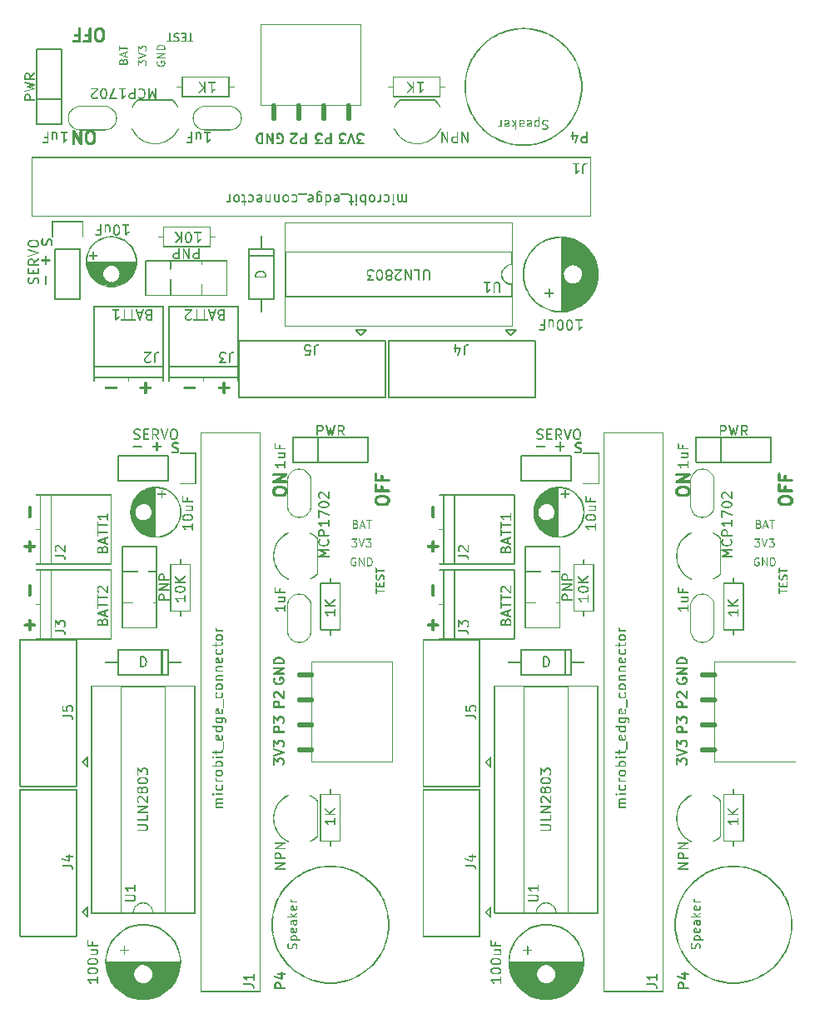
<source format=gto>
%MOIN*%
%OFA0B0*%
%FSLAX44Y44*%
%IPPOS*%
%LPD*%
G36*
X00010628Y00011671D02*
G01*
X00010640Y00011672D01*
X00010651Y00011678D01*
X00010659Y00011687D01*
X00010665Y00011698D01*
X00010667Y00011710D01*
X00010665Y00011721D01*
X00010659Y00011733D01*
X00010651Y00011742D01*
X00010640Y00011747D01*
X00010628Y00011749D01*
X00010234Y00011749D01*
X00010222Y00011747D01*
X00010210Y00011742D01*
X00010202Y00011733D01*
X00010196Y00011721D01*
X00010195Y00011710D01*
X00010196Y00011698D01*
X00010202Y00011687D01*
X00010210Y00011678D01*
X00010222Y00011672D01*
X00010234Y00011671D01*
X00010628Y00011671D01*
G37*
G36*
X00010234Y00011671D02*
G01*
X00010246Y00011672D01*
X00010257Y00011678D01*
X00010266Y00011687D01*
X00010270Y00011698D01*
X00010273Y00011710D01*
X00010273Y00011860D01*
X00010270Y00011872D01*
X00010266Y00011883D01*
X00010257Y00011892D01*
X00010246Y00011897D01*
X00010234Y00011899D01*
X00010222Y00011897D01*
X00010210Y00011892D01*
X00010202Y00011883D01*
X00010196Y00011872D01*
X00010195Y00011860D01*
X00010195Y00011710D01*
X00010196Y00011698D01*
X00010202Y00011687D01*
X00010210Y00011678D01*
X00010222Y00011672D01*
X00010234Y00011671D01*
G37*
G36*
X00010234Y00011821D02*
G01*
X00010246Y00011822D01*
X00010257Y00011828D01*
X00010266Y00011837D01*
X00010270Y00011848D01*
X00010290Y00011884D01*
X00010291Y00011897D01*
X00010290Y00011910D01*
X00010284Y00011921D01*
X00010276Y00011929D01*
X00010265Y00011935D01*
X00010253Y00011937D01*
X00010240Y00011935D01*
X00010230Y00011929D01*
X00010221Y00011921D01*
X00010215Y00011910D01*
X00010196Y00011872D01*
X00010195Y00011860D01*
X00010196Y00011848D01*
X00010202Y00011837D01*
X00010210Y00011828D01*
X00010222Y00011822D01*
X00010234Y00011821D01*
G37*
G36*
X00010253Y00011858D02*
G01*
X00010265Y00011860D01*
X00010276Y00011866D01*
X00010284Y00011874D01*
X00010303Y00011893D01*
X00010309Y00011903D01*
X00010310Y00011916D01*
X00010309Y00011928D01*
X00010303Y00011939D01*
X00010295Y00011948D01*
X00010284Y00011954D01*
X00010270Y00011956D01*
X00010259Y00011954D01*
X00010248Y00011948D01*
X00010240Y00011939D01*
X00010240Y00011939D01*
X00010230Y00011929D01*
X00010221Y00011921D01*
X00010215Y00011910D01*
X00010213Y00011897D01*
X00010215Y00011884D01*
X00010221Y00011874D01*
X00010230Y00011866D01*
X00010240Y00011860D01*
X00010253Y00011858D01*
G37*
G36*
X00010270Y00011877D02*
G01*
X00010284Y00011879D01*
X00010321Y00011897D01*
X00010331Y00011903D01*
X00010341Y00011912D01*
X00010346Y00011923D01*
X00010348Y00011935D01*
X00010346Y00011947D01*
X00010341Y00011958D01*
X00010331Y00011967D01*
X00010321Y00011972D01*
X00010309Y00011974D01*
X00010297Y00011972D01*
X00010259Y00011954D01*
X00010248Y00011948D01*
X00010240Y00011939D01*
X00010234Y00011928D01*
X00010232Y00011916D01*
X00010234Y00011903D01*
X00010240Y00011893D01*
X00010248Y00011883D01*
X00010259Y00011879D01*
X00010270Y00011877D01*
G37*
G36*
X00010365Y00011896D02*
G01*
X00010377Y00011897D01*
X00010388Y00011903D01*
X00010397Y00011912D01*
X00010403Y00011923D01*
X00010404Y00011935D01*
X00010403Y00011947D01*
X00010397Y00011958D01*
X00010388Y00011967D01*
X00010377Y00011972D01*
X00010365Y00011974D01*
X00010309Y00011974D01*
X00010297Y00011972D01*
X00010286Y00011967D01*
X00010277Y00011958D01*
X00010270Y00011947D01*
X00010270Y00011935D01*
X00010270Y00011923D01*
X00010277Y00011912D01*
X00010286Y00011903D01*
X00010297Y00011897D01*
X00010309Y00011896D01*
X00010365Y00011896D01*
G37*
G36*
X00010403Y00011877D02*
G01*
X00010415Y00011879D01*
X00010426Y00011883D01*
X00010434Y00011893D01*
X00010440Y00011903D01*
X00010442Y00011916D01*
X00010440Y00011928D01*
X00010434Y00011939D01*
X00010426Y00011948D01*
X00010415Y00011954D01*
X00010377Y00011972D01*
X00010365Y00011974D01*
X00010353Y00011972D01*
X00010342Y00011967D01*
X00010333Y00011958D01*
X00010328Y00011947D01*
X00010326Y00011935D01*
X00010328Y00011923D01*
X00010333Y00011912D01*
X00010342Y00011903D01*
X00010353Y00011897D01*
X00010390Y00011879D01*
X00010403Y00011877D01*
G37*
G36*
X00010421Y00011858D02*
G01*
X00010434Y00011860D01*
X00010445Y00011866D01*
X00010452Y00011874D01*
X00010459Y00011884D01*
X00010461Y00011897D01*
X00010459Y00011910D01*
X00010452Y00011921D01*
X00010445Y00011929D01*
X00010426Y00011948D01*
X00010415Y00011954D01*
X00010403Y00011956D01*
X00010390Y00011954D01*
X00010379Y00011948D01*
X00010371Y00011939D01*
X00010365Y00011928D01*
X00010363Y00011916D01*
X00010365Y00011903D01*
X00010371Y00011893D01*
X00010390Y00011874D01*
X00010390Y00011874D01*
X00010398Y00011866D01*
X00010409Y00011860D01*
X00010421Y00011858D01*
G37*
G36*
X00010440Y00011821D02*
G01*
X00010451Y00011822D01*
X00010463Y00011828D01*
X00010471Y00011837D01*
X00010478Y00011848D01*
X00010479Y00011860D01*
X00010478Y00011872D01*
X00010459Y00011910D01*
X00010452Y00011921D01*
X00010445Y00011929D01*
X00010434Y00011935D01*
X00010421Y00011937D01*
X00010409Y00011935D01*
X00010398Y00011929D01*
X00010390Y00011921D01*
X00010384Y00011910D01*
X00010382Y00011897D01*
X00010384Y00011884D01*
X00010403Y00011848D01*
X00010408Y00011837D01*
X00010417Y00011828D01*
X00010428Y00011822D01*
X00010440Y00011821D01*
G37*
G36*
X00010440Y00011671D02*
G01*
X00010451Y00011672D01*
X00010463Y00011678D01*
X00010471Y00011687D01*
X00010478Y00011698D01*
X00010479Y00011710D01*
X00010479Y00011860D01*
X00010478Y00011872D01*
X00010471Y00011883D01*
X00010463Y00011892D01*
X00010451Y00011897D01*
X00010440Y00011899D01*
X00010428Y00011897D01*
X00010417Y00011892D01*
X00010408Y00011883D01*
X00010403Y00011872D01*
X00010401Y00011860D01*
X00010401Y00011710D01*
X00010403Y00011698D01*
X00010408Y00011687D01*
X00010417Y00011678D01*
X00010428Y00011672D01*
X00010440Y00011671D01*
G37*
G36*
X00010270Y00012044D02*
G01*
X00010284Y00012047D01*
X00010295Y00012053D01*
X00010303Y00012062D01*
X00010309Y00012073D01*
X00010310Y00012084D01*
X00010309Y00012097D01*
X00010303Y00012108D01*
X00010295Y00012117D01*
X00010285Y00012126D01*
X00010284Y00012126D01*
X00010276Y00012135D01*
X00010265Y00012141D01*
X00010253Y00012143D01*
X00010240Y00012141D01*
X00010230Y00012135D01*
X00010221Y00012126D01*
X00010215Y00012116D01*
X00010213Y00012104D01*
X00010215Y00012091D01*
X00010221Y00012080D01*
X00010230Y00012072D01*
X00010240Y00012062D01*
X00010248Y00012053D01*
X00010259Y00012047D01*
X00010270Y00012044D01*
G37*
G36*
X00010253Y00012064D02*
G01*
X00010265Y00012065D01*
X00010276Y00012072D01*
X00010284Y00012080D01*
X00010290Y00012091D01*
X00010291Y00012104D01*
X00010290Y00012116D01*
X00010270Y00012153D01*
X00010266Y00012164D01*
X00010257Y00012173D01*
X00010246Y00012179D01*
X00010234Y00012180D01*
X00010222Y00012179D01*
X00010210Y00012173D01*
X00010202Y00012164D01*
X00010196Y00012153D01*
X00010195Y00012141D01*
X00010196Y00012129D01*
X00010215Y00012091D01*
X00010221Y00012080D01*
X00010230Y00012072D01*
X00010240Y00012065D01*
X00010253Y00012064D01*
G37*
G36*
X00010234Y00012102D02*
G01*
X00010246Y00012104D01*
X00010257Y00012109D01*
X00010266Y00012118D01*
X00010270Y00012129D01*
X00010273Y00012141D01*
X00010273Y00012235D01*
X00010270Y00012246D01*
X00010266Y00012258D01*
X00010257Y00012266D01*
X00010246Y00012272D01*
X00010234Y00012274D01*
X00010222Y00012272D01*
X00010210Y00012266D01*
X00010202Y00012258D01*
X00010196Y00012246D01*
X00010195Y00012235D01*
X00010195Y00012141D01*
X00010196Y00012129D01*
X00010202Y00012118D01*
X00010210Y00012109D01*
X00010222Y00012104D01*
X00010234Y00012102D01*
G37*
G36*
X00010234Y00012195D02*
G01*
X00010246Y00012197D01*
X00010257Y00012203D01*
X00010266Y00012212D01*
X00010270Y00012223D01*
X00010290Y00012260D01*
X00010291Y00012272D01*
X00010290Y00012285D01*
X00010284Y00012295D01*
X00010276Y00012304D01*
X00010265Y00012310D01*
X00010253Y00012312D01*
X00010240Y00012310D01*
X00010230Y00012304D01*
X00010221Y00012295D01*
X00010215Y00012285D01*
X00010196Y00012246D01*
X00010195Y00012235D01*
X00010196Y00012223D01*
X00010202Y00012212D01*
X00010210Y00012203D01*
X00010222Y00012197D01*
X00010234Y00012195D01*
G37*
G36*
X00010253Y00012233D02*
G01*
X00010265Y00012235D01*
X00010276Y00012240D01*
X00010284Y00012249D01*
X00010303Y00012267D01*
X00010309Y00012279D01*
X00010310Y00012291D01*
X00010309Y00012303D01*
X00010303Y00012314D01*
X00010295Y00012323D01*
X00010284Y00012329D01*
X00010270Y00012330D01*
X00010259Y00012329D01*
X00010248Y00012323D01*
X00010240Y00012314D01*
X00010230Y00012304D01*
X00010221Y00012295D01*
X00010215Y00012285D01*
X00010213Y00012272D01*
X00010215Y00012260D01*
X00010221Y00012249D01*
X00010230Y00012240D01*
X00010240Y00012235D01*
X00010253Y00012233D01*
G37*
G36*
X00010270Y00012252D02*
G01*
X00010284Y00012254D01*
X00010321Y00012272D01*
X00010331Y00012278D01*
X00010341Y00012286D01*
X00010346Y00012298D01*
X00010348Y00012310D01*
X00010346Y00012322D01*
X00010341Y00012333D01*
X00010331Y00012342D01*
X00010321Y00012346D01*
X00010309Y00012349D01*
X00010297Y00012346D01*
X00010259Y00012329D01*
X00010248Y00012323D01*
X00010240Y00012314D01*
X00010234Y00012303D01*
X00010232Y00012291D01*
X00010234Y00012279D01*
X00010240Y00012267D01*
X00010248Y00012259D01*
X00010259Y00012254D01*
X00010270Y00012252D01*
G37*
G36*
X00010346Y00012270D02*
G01*
X00010359Y00012272D01*
X00010370Y00012278D01*
X00010378Y00012286D01*
X00010384Y00012298D01*
X00010386Y00012310D01*
X00010384Y00012322D01*
X00010378Y00012333D01*
X00010370Y00012342D01*
X00010359Y00012346D01*
X00010346Y00012349D01*
X00010309Y00012349D01*
X00010297Y00012346D01*
X00010286Y00012342D01*
X00010277Y00012333D01*
X00010270Y00012322D01*
X00010270Y00012310D01*
X00010270Y00012298D01*
X00010277Y00012286D01*
X00010286Y00012278D01*
X00010297Y00012272D01*
X00010309Y00012270D01*
X00010346Y00012270D01*
G37*
G36*
X00010403Y00012252D02*
G01*
X00010415Y00012254D01*
X00010426Y00012259D01*
X00010434Y00012267D01*
X00010440Y00012279D01*
X00010442Y00012291D01*
X00010440Y00012303D01*
X00010434Y00012314D01*
X00010426Y00012323D01*
X00010415Y00012329D01*
X00010359Y00012346D01*
X00010346Y00012349D01*
X00010334Y00012346D01*
X00010323Y00012342D01*
X00010315Y00012333D01*
X00010309Y00012322D01*
X00010307Y00012310D01*
X00010309Y00012298D01*
X00010315Y00012286D01*
X00010323Y00012278D01*
X00010334Y00012272D01*
X00010390Y00012254D01*
X00010403Y00012252D01*
G37*
G36*
X00010628Y00012027D02*
G01*
X00010640Y00012029D01*
X00010651Y00012034D01*
X00010659Y00012043D01*
X00010665Y00012054D01*
X00010667Y00012065D01*
X00010665Y00012078D01*
X00010659Y00012089D01*
X00010426Y00012323D01*
X00010415Y00012329D01*
X00010403Y00012330D01*
X00010390Y00012329D01*
X00010379Y00012323D01*
X00010371Y00012314D01*
X00010365Y00012303D01*
X00010363Y00012291D01*
X00010365Y00012279D01*
X00010371Y00012267D01*
X00010379Y00012259D01*
X00010604Y00012034D01*
X00010615Y00012029D01*
X00010628Y00012027D01*
G37*
G36*
X00010628Y00012027D02*
G01*
X00010640Y00012029D01*
X00010651Y00012034D01*
X00010659Y00012043D01*
X00010665Y00012054D01*
X00010667Y00012065D01*
X00010667Y00012310D01*
X00010665Y00012322D01*
X00010659Y00012333D01*
X00010651Y00012342D01*
X00010640Y00012346D01*
X00010628Y00012349D01*
X00010615Y00012346D01*
X00010604Y00012342D01*
X00010596Y00012333D01*
X00010590Y00012322D01*
X00010588Y00012310D01*
X00010588Y00012065D01*
X00010590Y00012054D01*
X00010596Y00012043D01*
X00010604Y00012034D01*
X00010615Y00012029D01*
X00010628Y00012027D01*
G37*
G36*
X00010628Y00010671D02*
G01*
X00010640Y00010672D01*
X00010651Y00010678D01*
X00010659Y00010687D01*
X00010665Y00010698D01*
X00010667Y00010710D01*
X00010665Y00010722D01*
X00010659Y00010733D01*
X00010651Y00010742D01*
X00010640Y00010747D01*
X00010628Y00010749D01*
X00010234Y00010749D01*
X00010222Y00010747D01*
X00010210Y00010742D01*
X00010202Y00010733D01*
X00010196Y00010722D01*
X00010195Y00010710D01*
X00010196Y00010698D01*
X00010202Y00010687D01*
X00010210Y00010678D01*
X00010222Y00010672D01*
X00010234Y00010671D01*
X00010628Y00010671D01*
G37*
G36*
X00010234Y00010671D02*
G01*
X00010246Y00010672D01*
X00010257Y00010678D01*
X00010266Y00010687D01*
X00010270Y00010698D01*
X00010273Y00010710D01*
X00010273Y00010860D01*
X00010270Y00010872D01*
X00010266Y00010883D01*
X00010257Y00010892D01*
X00010246Y00010896D01*
X00010234Y00010899D01*
X00010222Y00010896D01*
X00010210Y00010892D01*
X00010202Y00010883D01*
X00010196Y00010872D01*
X00010195Y00010860D01*
X00010195Y00010710D01*
X00010196Y00010698D01*
X00010202Y00010687D01*
X00010210Y00010678D01*
X00010222Y00010672D01*
X00010234Y00010671D01*
G37*
G36*
X00010234Y00010821D02*
G01*
X00010246Y00010822D01*
X00010257Y00010828D01*
X00010266Y00010837D01*
X00010270Y00010848D01*
X00010290Y00010885D01*
X00010291Y00010896D01*
X00010290Y00010910D01*
X00010284Y00010921D01*
X00010276Y00010929D01*
X00010265Y00010935D01*
X00010253Y00010936D01*
X00010240Y00010935D01*
X00010230Y00010929D01*
X00010221Y00010921D01*
X00010215Y00010910D01*
X00010196Y00010872D01*
X00010195Y00010860D01*
X00010196Y00010848D01*
X00010202Y00010837D01*
X00010210Y00010828D01*
X00010222Y00010822D01*
X00010234Y00010821D01*
G37*
G36*
X00010253Y00010858D02*
G01*
X00010265Y00010860D01*
X00010276Y00010866D01*
X00010284Y00010874D01*
X00010303Y00010893D01*
X00010309Y00010904D01*
X00010310Y00010915D01*
X00010309Y00010928D01*
X00010303Y00010939D01*
X00010295Y00010948D01*
X00010284Y00010954D01*
X00010270Y00010955D01*
X00010259Y00010954D01*
X00010248Y00010948D01*
X00010240Y00010939D01*
X00010240Y00010939D01*
X00010230Y00010929D01*
X00010221Y00010921D01*
X00010215Y00010910D01*
X00010213Y00010896D01*
X00010215Y00010885D01*
X00010221Y00010874D01*
X00010230Y00010866D01*
X00010240Y00010860D01*
X00010253Y00010858D01*
G37*
G36*
X00010270Y00010876D02*
G01*
X00010284Y00010879D01*
X00010321Y00010896D01*
X00010331Y00010903D01*
X00010341Y00010912D01*
X00010346Y00010923D01*
X00010348Y00010935D01*
X00010346Y00010947D01*
X00010341Y00010958D01*
X00010331Y00010967D01*
X00010321Y00010972D01*
X00010309Y00010974D01*
X00010297Y00010972D01*
X00010259Y00010954D01*
X00010248Y00010948D01*
X00010240Y00010939D01*
X00010234Y00010928D01*
X00010232Y00010915D01*
X00010234Y00010904D01*
X00010240Y00010893D01*
X00010248Y00010884D01*
X00010259Y00010879D01*
X00010270Y00010876D01*
G37*
G36*
X00010365Y00010895D02*
G01*
X00010377Y00010896D01*
X00010388Y00010903D01*
X00010397Y00010912D01*
X00010403Y00010923D01*
X00010404Y00010935D01*
X00010403Y00010947D01*
X00010397Y00010958D01*
X00010388Y00010967D01*
X00010377Y00010972D01*
X00010365Y00010974D01*
X00010309Y00010974D01*
X00010297Y00010972D01*
X00010286Y00010967D01*
X00010277Y00010958D01*
X00010270Y00010947D01*
X00010270Y00010935D01*
X00010270Y00010923D01*
X00010277Y00010912D01*
X00010286Y00010903D01*
X00010297Y00010896D01*
X00010309Y00010895D01*
X00010365Y00010895D01*
G37*
G36*
X00010403Y00010876D02*
G01*
X00010415Y00010879D01*
X00010426Y00010884D01*
X00010434Y00010893D01*
X00010440Y00010904D01*
X00010442Y00010915D01*
X00010440Y00010928D01*
X00010434Y00010939D01*
X00010426Y00010948D01*
X00010415Y00010954D01*
X00010377Y00010972D01*
X00010365Y00010974D01*
X00010353Y00010972D01*
X00010342Y00010967D01*
X00010333Y00010958D01*
X00010328Y00010947D01*
X00010326Y00010935D01*
X00010328Y00010923D01*
X00010333Y00010912D01*
X00010342Y00010903D01*
X00010353Y00010896D01*
X00010390Y00010879D01*
X00010403Y00010876D01*
G37*
G36*
X00010421Y00010858D02*
G01*
X00010434Y00010860D01*
X00010445Y00010866D01*
X00010452Y00010874D01*
X00010459Y00010885D01*
X00010461Y00010896D01*
X00010459Y00010910D01*
X00010452Y00010921D01*
X00010445Y00010929D01*
X00010426Y00010948D01*
X00010415Y00010954D01*
X00010403Y00010955D01*
X00010390Y00010954D01*
X00010379Y00010948D01*
X00010371Y00010939D01*
X00010365Y00010928D01*
X00010363Y00010915D01*
X00010365Y00010904D01*
X00010371Y00010893D01*
X00010390Y00010874D01*
X00010398Y00010866D01*
X00010409Y00010860D01*
X00010421Y00010858D01*
G37*
G36*
X00010440Y00010821D02*
G01*
X00010451Y00010822D01*
X00010463Y00010828D01*
X00010471Y00010837D01*
X00010478Y00010848D01*
X00010479Y00010860D01*
X00010478Y00010872D01*
X00010459Y00010910D01*
X00010452Y00010921D01*
X00010445Y00010929D01*
X00010434Y00010935D01*
X00010421Y00010936D01*
X00010409Y00010935D01*
X00010398Y00010929D01*
X00010390Y00010921D01*
X00010384Y00010910D01*
X00010382Y00010896D01*
X00010384Y00010885D01*
X00010403Y00010848D01*
X00010408Y00010837D01*
X00010417Y00010828D01*
X00010428Y00010822D01*
X00010440Y00010821D01*
G37*
G36*
X00010440Y00010671D02*
G01*
X00010451Y00010672D01*
X00010463Y00010678D01*
X00010471Y00010687D01*
X00010478Y00010698D01*
X00010479Y00010710D01*
X00010479Y00010860D01*
X00010478Y00010872D01*
X00010471Y00010883D01*
X00010463Y00010892D01*
X00010451Y00010896D01*
X00010440Y00010899D01*
X00010428Y00010896D01*
X00010417Y00010892D01*
X00010408Y00010883D01*
X00010403Y00010872D01*
X00010401Y00010860D01*
X00010401Y00010710D01*
X00010403Y00010698D01*
X00010408Y00010687D01*
X00010417Y00010678D01*
X00010428Y00010672D01*
X00010440Y00010671D01*
G37*
G36*
X00010234Y00011027D02*
G01*
X00010246Y00011029D01*
X00010257Y00011034D01*
X00010266Y00011043D01*
X00010270Y00011054D01*
X00010273Y00011066D01*
X00010273Y00011310D01*
X00010270Y00011322D01*
X00010266Y00011333D01*
X00010257Y00011342D01*
X00010246Y00011347D01*
X00010234Y00011349D01*
X00010222Y00011347D01*
X00010210Y00011342D01*
X00010202Y00011333D01*
X00010196Y00011322D01*
X00010195Y00011310D01*
X00010195Y00011066D01*
X00010196Y00011054D01*
X00010202Y00011043D01*
X00010210Y00011034D01*
X00010222Y00011029D01*
X00010234Y00011027D01*
G37*
G36*
X00010384Y00011138D02*
G01*
X00010396Y00011141D01*
X00010407Y00011147D01*
X00010416Y00011155D01*
X00010421Y00011166D01*
X00010423Y00011178D01*
X00010421Y00011191D01*
X00010416Y00011202D01*
X00010407Y00011210D01*
X00010257Y00011342D01*
X00010246Y00011347D01*
X00010234Y00011349D01*
X00010222Y00011347D01*
X00010210Y00011342D01*
X00010202Y00011333D01*
X00010196Y00011322D01*
X00010195Y00011310D01*
X00010196Y00011298D01*
X00010202Y00011287D01*
X00010210Y00011278D01*
X00010361Y00011147D01*
X00010371Y00011141D01*
X00010384Y00011138D01*
G37*
G36*
X00010384Y00011138D02*
G01*
X00010396Y00011141D01*
X00010407Y00011147D01*
X00010416Y00011155D01*
X00010421Y00011166D01*
X00010423Y00011178D01*
X00010423Y00011235D01*
X00010421Y00011247D01*
X00010416Y00011258D01*
X00010407Y00011267D01*
X00010396Y00011272D01*
X00010384Y00011274D01*
X00010371Y00011272D01*
X00010361Y00011267D01*
X00010351Y00011258D01*
X00010346Y00011247D01*
X00010345Y00011235D01*
X00010345Y00011178D01*
X00010346Y00011166D01*
X00010351Y00011155D01*
X00010361Y00011147D01*
X00010371Y00011141D01*
X00010384Y00011138D01*
G37*
G36*
X00010384Y00011195D02*
G01*
X00010396Y00011197D01*
X00010407Y00011203D01*
X00010416Y00011212D01*
X00010421Y00011223D01*
X00010440Y00011259D01*
X00010442Y00011272D01*
X00010440Y00011285D01*
X00010434Y00011295D01*
X00010426Y00011304D01*
X00010415Y00011310D01*
X00010403Y00011312D01*
X00010390Y00011310D01*
X00010379Y00011304D01*
X00010371Y00011295D01*
X00010365Y00011285D01*
X00010346Y00011247D01*
X00010345Y00011235D01*
X00010346Y00011223D01*
X00010351Y00011212D01*
X00010361Y00011203D01*
X00010371Y00011197D01*
X00010384Y00011195D01*
G37*
G36*
X00010403Y00011233D02*
G01*
X00010415Y00011235D01*
X00010426Y00011240D01*
X00010452Y00011268D01*
X00010459Y00011278D01*
X00010461Y00011291D01*
X00010459Y00011303D01*
X00010452Y00011314D01*
X00010445Y00011323D01*
X00010434Y00011329D01*
X00010421Y00011330D01*
X00010409Y00011329D01*
X00010398Y00011323D01*
X00010390Y00011314D01*
X00010390Y00011314D01*
X00010371Y00011295D01*
X00010365Y00011285D01*
X00010363Y00011272D01*
X00010365Y00011259D01*
X00010371Y00011249D01*
X00010379Y00011240D01*
X00010390Y00011235D01*
X00010403Y00011233D01*
G37*
G36*
X00010421Y00011252D02*
G01*
X00010434Y00011254D01*
X00010471Y00011272D01*
X00010482Y00011278D01*
X00010491Y00011287D01*
X00010496Y00011298D01*
X00010498Y00011310D01*
X00010496Y00011322D01*
X00010491Y00011333D01*
X00010482Y00011342D01*
X00010471Y00011347D01*
X00010459Y00011349D01*
X00010447Y00011347D01*
X00010409Y00011329D01*
X00010398Y00011323D01*
X00010390Y00011314D01*
X00010384Y00011303D01*
X00010382Y00011291D01*
X00010384Y00011278D01*
X00010390Y00011268D01*
X00010398Y00011258D01*
X00010409Y00011254D01*
X00010421Y00011252D01*
G37*
G36*
X00010552Y00011270D02*
G01*
X00010565Y00011272D01*
X00010576Y00011278D01*
X00010584Y00011287D01*
X00010590Y00011298D01*
X00010592Y00011310D01*
X00010590Y00011322D01*
X00010584Y00011333D01*
X00010576Y00011342D01*
X00010565Y00011347D01*
X00010552Y00011349D01*
X00010459Y00011349D01*
X00010447Y00011347D01*
X00010436Y00011342D01*
X00010427Y00011333D01*
X00010421Y00011322D01*
X00010420Y00011310D01*
X00010421Y00011298D01*
X00010427Y00011287D01*
X00010436Y00011278D01*
X00010447Y00011272D01*
X00010459Y00011270D01*
X00010552Y00011270D01*
G37*
G36*
X00010590Y00011252D02*
G01*
X00010602Y00011254D01*
X00010613Y00011258D01*
X00010622Y00011268D01*
X00010628Y00011278D01*
X00010629Y00011291D01*
X00010628Y00011303D01*
X00010622Y00011314D01*
X00010613Y00011323D01*
X00010602Y00011329D01*
X00010565Y00011347D01*
X00010552Y00011349D01*
X00010540Y00011347D01*
X00010529Y00011342D01*
X00010521Y00011333D01*
X00010515Y00011322D01*
X00010512Y00011310D01*
X00010515Y00011298D01*
X00010521Y00011287D01*
X00010529Y00011278D01*
X00010540Y00011272D01*
X00010578Y00011254D01*
X00010590Y00011252D01*
G37*
G36*
X00010609Y00011233D02*
G01*
X00010621Y00011235D01*
X00010632Y00011240D01*
X00010641Y00011249D01*
X00010646Y00011259D01*
X00010648Y00011272D01*
X00010646Y00011285D01*
X00010641Y00011295D01*
X00010613Y00011323D01*
X00010602Y00011329D01*
X00010590Y00011330D01*
X00010578Y00011329D01*
X00010567Y00011323D01*
X00010558Y00011314D01*
X00010552Y00011303D01*
X00010551Y00011291D01*
X00010552Y00011278D01*
X00010558Y00011268D01*
X00010586Y00011240D01*
X00010597Y00011235D01*
X00010609Y00011233D01*
G37*
G36*
X00010628Y00011195D02*
G01*
X00010640Y00011197D01*
X00010651Y00011203D01*
X00010659Y00011212D01*
X00010665Y00011223D01*
X00010667Y00011235D01*
X00010665Y00011247D01*
X00010646Y00011285D01*
X00010641Y00011295D01*
X00010632Y00011304D01*
X00010621Y00011310D01*
X00010609Y00011312D01*
X00010597Y00011310D01*
X00010586Y00011304D01*
X00010577Y00011295D01*
X00010571Y00011285D01*
X00010569Y00011272D01*
X00010571Y00011259D01*
X00010590Y00011223D01*
X00010596Y00011212D01*
X00010604Y00011203D01*
X00010615Y00011197D01*
X00010628Y00011195D01*
G37*
G36*
X00010628Y00011083D02*
G01*
X00010640Y00011085D01*
X00010651Y00011091D01*
X00010659Y00011099D01*
X00010665Y00011110D01*
X00010667Y00011122D01*
X00010667Y00011235D01*
X00010665Y00011247D01*
X00010659Y00011258D01*
X00010651Y00011267D01*
X00010640Y00011272D01*
X00010628Y00011274D01*
X00010615Y00011272D01*
X00010604Y00011267D01*
X00010596Y00011258D01*
X00010590Y00011247D01*
X00010588Y00011235D01*
X00010588Y00011122D01*
X00010590Y00011110D01*
X00010596Y00011099D01*
X00010604Y00011091D01*
X00010615Y00011085D01*
X00010628Y00011083D01*
G37*
G36*
X00010609Y00011045D02*
G01*
X00010621Y00011047D01*
X00010632Y00011053D01*
X00010641Y00011062D01*
X00010646Y00011073D01*
X00010665Y00011110D01*
X00010667Y00011122D01*
X00010665Y00011135D01*
X00010659Y00011146D01*
X00010651Y00011154D01*
X00010640Y00011160D01*
X00010628Y00011162D01*
X00010615Y00011160D01*
X00010604Y00011154D01*
X00010596Y00011146D01*
X00010590Y00011135D01*
X00010571Y00011096D01*
X00010569Y00011085D01*
X00010571Y00011073D01*
X00010577Y00011062D01*
X00010586Y00011053D01*
X00010597Y00011047D01*
X00010609Y00011045D01*
G37*
G36*
X00010590Y00011027D02*
G01*
X00010602Y00011029D01*
X00010613Y00011034D01*
X00010641Y00011062D01*
X00010646Y00011073D01*
X00010648Y00011085D01*
X00010646Y00011096D01*
X00010641Y00011108D01*
X00010632Y00011117D01*
X00010621Y00011122D01*
X00010609Y00011124D01*
X00010597Y00011122D01*
X00010586Y00011117D01*
X00010558Y00011089D01*
X00010552Y00011077D01*
X00010551Y00011066D01*
X00010552Y00011054D01*
X00010558Y00011043D01*
X00010567Y00011034D01*
X00010578Y00011029D01*
X00010590Y00011027D01*
G37*
G36*
X00010226Y00020232D02*
G01*
X00010244Y00020235D01*
X00010260Y00020243D01*
X00010273Y00020256D01*
X00010282Y00020273D01*
X00010285Y00020291D01*
X00010285Y00020386D01*
X00010282Y00020404D01*
X00010273Y00020421D01*
X00010260Y00020434D01*
X00010244Y00020442D01*
X00010226Y00020445D01*
X00010207Y00020442D01*
X00010190Y00020434D01*
X00010178Y00020421D01*
X00010169Y00020404D01*
X00010167Y00020386D01*
X00010167Y00020291D01*
X00010169Y00020273D01*
X00010178Y00020256D01*
X00010190Y00020243D01*
X00010207Y00020235D01*
X00010226Y00020232D01*
G37*
G36*
X00010226Y00020327D02*
G01*
X00010244Y00020330D01*
X00010260Y00020338D01*
X00010273Y00020352D01*
X00010282Y00020368D01*
X00010306Y00020416D01*
X00010309Y00020434D01*
X00010306Y00020452D01*
X00010297Y00020469D01*
X00010284Y00020482D01*
X00010268Y00020490D01*
X00010250Y00020493D01*
X00010230Y00020490D01*
X00010215Y00020482D01*
X00010202Y00020469D01*
X00010193Y00020452D01*
X00010169Y00020404D01*
X00010167Y00020386D01*
X00010169Y00020368D01*
X00010178Y00020352D01*
X00010190Y00020338D01*
X00010207Y00020330D01*
X00010226Y00020327D01*
G37*
G36*
X00010250Y00020375D02*
G01*
X00010268Y00020378D01*
X00010284Y00020386D01*
X00010297Y00020399D01*
X00010331Y00020434D01*
X00010331Y00020434D01*
X00010345Y00020447D01*
X00010353Y00020463D01*
X00010356Y00020480D01*
X00010353Y00020500D01*
X00010345Y00020516D01*
X00010331Y00020529D01*
X00010315Y00020538D01*
X00010297Y00020541D01*
X00010279Y00020538D01*
X00010262Y00020529D01*
X00010202Y00020469D01*
X00010193Y00020452D01*
X00010189Y00020434D01*
X00010193Y00020416D01*
X00010202Y00020399D01*
X00010215Y00020386D01*
X00010230Y00020378D01*
X00010250Y00020375D01*
G37*
G36*
X00010297Y00020421D02*
G01*
X00010315Y00020425D01*
X00010411Y00020449D01*
X00010427Y00020457D01*
X00010440Y00020471D01*
X00010449Y00020487D01*
X00010451Y00020505D01*
X00010449Y00020524D01*
X00010440Y00020540D01*
X00010427Y00020553D01*
X00010411Y00020560D01*
X00010391Y00020564D01*
X00010374Y00020560D01*
X00010279Y00020538D01*
X00010262Y00020529D01*
X00010249Y00020516D01*
X00010241Y00020500D01*
X00010238Y00020480D01*
X00010241Y00020463D01*
X00010249Y00020447D01*
X00010262Y00020434D01*
X00010279Y00020425D01*
X00010297Y00020421D01*
G37*
G36*
X00010559Y00020446D02*
G01*
X00010577Y00020449D01*
X00010593Y00020457D01*
X00010607Y00020471D01*
X00010615Y00020487D01*
X00010618Y00020505D01*
X00010615Y00020524D01*
X00010607Y00020540D01*
X00010593Y00020553D01*
X00010577Y00020560D01*
X00010559Y00020564D01*
X00010391Y00020564D01*
X00010374Y00020560D01*
X00010358Y00020553D01*
X00010345Y00020540D01*
X00010336Y00020524D01*
X00010333Y00020505D01*
X00010336Y00020487D01*
X00010345Y00020471D01*
X00010358Y00020457D01*
X00010374Y00020449D01*
X00010391Y00020446D01*
X00010559Y00020446D01*
G37*
G36*
X00010653Y00020421D02*
G01*
X00010673Y00020425D01*
X00010689Y00020434D01*
X00010702Y00020447D01*
X00010710Y00020463D01*
X00010713Y00020480D01*
X00010710Y00020500D01*
X00010702Y00020516D01*
X00010689Y00020529D01*
X00010673Y00020538D01*
X00010577Y00020560D01*
X00010559Y00020564D01*
X00010541Y00020560D01*
X00010524Y00020553D01*
X00010511Y00020540D01*
X00010503Y00020524D01*
X00010500Y00020505D01*
X00010503Y00020487D01*
X00010511Y00020471D01*
X00010524Y00020457D01*
X00010541Y00020449D01*
X00010636Y00020425D01*
X00010653Y00020421D01*
G37*
G36*
X00010702Y00020375D02*
G01*
X00010720Y00020378D01*
X00010737Y00020386D01*
X00010750Y00020399D01*
X00010758Y00020416D01*
X00010761Y00020434D01*
X00010758Y00020452D01*
X00010750Y00020469D01*
X00010737Y00020482D01*
X00010689Y00020529D01*
X00010673Y00020538D01*
X00010653Y00020541D01*
X00010636Y00020538D01*
X00010620Y00020529D01*
X00010606Y00020516D01*
X00010598Y00020500D01*
X00010595Y00020480D01*
X00010598Y00020463D01*
X00010606Y00020447D01*
X00010620Y00020434D01*
X00010653Y00020399D01*
X00010667Y00020386D01*
X00010684Y00020378D01*
X00010702Y00020375D01*
G37*
G36*
X00010726Y00020327D02*
G01*
X00010744Y00020330D01*
X00010760Y00020338D01*
X00010773Y00020352D01*
X00010782Y00020368D01*
X00010785Y00020386D01*
X00010782Y00020404D01*
X00010758Y00020452D01*
X00010750Y00020469D01*
X00010737Y00020482D01*
X00010720Y00020490D01*
X00010702Y00020493D01*
X00010684Y00020490D01*
X00010667Y00020482D01*
X00010653Y00020469D01*
X00010646Y00020452D01*
X00010643Y00020434D01*
X00010646Y00020416D01*
X00010670Y00020368D01*
X00010678Y00020352D01*
X00010691Y00020338D01*
X00010707Y00020330D01*
X00010726Y00020327D01*
G37*
G36*
X00010726Y00020232D02*
G01*
X00010744Y00020235D01*
X00010760Y00020243D01*
X00010773Y00020256D01*
X00010782Y00020273D01*
X00010785Y00020291D01*
X00010785Y00020386D01*
X00010782Y00020404D01*
X00010773Y00020421D01*
X00010760Y00020434D01*
X00010744Y00020442D01*
X00010726Y00020445D01*
X00010707Y00020442D01*
X00010691Y00020434D01*
X00010678Y00020421D01*
X00010670Y00020404D01*
X00010667Y00020386D01*
X00010667Y00020291D01*
X00010670Y00020273D01*
X00010678Y00020256D01*
X00010691Y00020243D01*
X00010707Y00020235D01*
X00010726Y00020232D01*
G37*
G36*
X00010702Y00020184D02*
G01*
X00010720Y00020187D01*
X00010737Y00020196D01*
X00010750Y00020209D01*
X00010758Y00020225D01*
X00010782Y00020273D01*
X00010785Y00020291D01*
X00010782Y00020309D01*
X00010773Y00020326D01*
X00010760Y00020339D01*
X00010744Y00020347D01*
X00010726Y00020350D01*
X00010707Y00020347D01*
X00010691Y00020339D01*
X00010678Y00020326D01*
X00010670Y00020309D01*
X00010646Y00020261D01*
X00010643Y00020243D01*
X00010646Y00020225D01*
X00010653Y00020209D01*
X00010667Y00020196D01*
X00010684Y00020187D01*
X00010702Y00020184D01*
G37*
G36*
X00010653Y00020137D02*
G01*
X00010673Y00020139D01*
X00010689Y00020148D01*
X00010737Y00020196D01*
X00010750Y00020209D01*
X00010758Y00020225D01*
X00010761Y00020243D01*
X00010758Y00020261D01*
X00010750Y00020278D01*
X00010737Y00020291D01*
X00010720Y00020299D01*
X00010702Y00020301D01*
X00010684Y00020299D01*
X00010667Y00020291D01*
X00010653Y00020278D01*
X00010606Y00020230D01*
X00010598Y00020214D01*
X00010595Y00020196D01*
X00010598Y00020177D01*
X00010606Y00020160D01*
X00010620Y00020148D01*
X00010636Y00020139D01*
X00010653Y00020137D01*
G37*
G36*
X00010559Y00020113D02*
G01*
X00010577Y00020116D01*
X00010673Y00020139D01*
X00010689Y00020148D01*
X00010702Y00020160D01*
X00010710Y00020177D01*
X00010713Y00020196D01*
X00010710Y00020214D01*
X00010702Y00020230D01*
X00010689Y00020244D01*
X00010673Y00020252D01*
X00010653Y00020255D01*
X00010636Y00020252D01*
X00010541Y00020228D01*
X00010524Y00020219D01*
X00010511Y00020207D01*
X00010503Y00020190D01*
X00010500Y00020172D01*
X00010503Y00020154D01*
X00010511Y00020137D01*
X00010524Y00020124D01*
X00010541Y00020116D01*
X00010559Y00020113D01*
G37*
G36*
X00010559Y00020113D02*
G01*
X00010577Y00020116D01*
X00010593Y00020124D01*
X00010607Y00020137D01*
X00010615Y00020154D01*
X00010618Y00020172D01*
X00010615Y00020190D01*
X00010607Y00020207D01*
X00010593Y00020219D01*
X00010577Y00020228D01*
X00010559Y00020231D01*
X00010391Y00020231D01*
X00010374Y00020228D01*
X00010358Y00020219D01*
X00010345Y00020207D01*
X00010336Y00020190D01*
X00010333Y00020172D01*
X00010336Y00020154D01*
X00010345Y00020137D01*
X00010358Y00020124D01*
X00010374Y00020116D01*
X00010391Y00020113D01*
X00010559Y00020113D01*
G37*
G36*
X00010391Y00020113D02*
G01*
X00010411Y00020116D01*
X00010427Y00020124D01*
X00010440Y00020137D01*
X00010449Y00020154D01*
X00010451Y00020172D01*
X00010449Y00020190D01*
X00010440Y00020207D01*
X00010427Y00020219D01*
X00010411Y00020228D01*
X00010315Y00020252D01*
X00010297Y00020255D01*
X00010279Y00020252D01*
X00010262Y00020244D01*
X00010249Y00020230D01*
X00010241Y00020214D01*
X00010238Y00020196D01*
X00010241Y00020177D01*
X00010249Y00020160D01*
X00010262Y00020148D01*
X00010279Y00020139D01*
X00010374Y00020116D01*
X00010391Y00020113D01*
G37*
G36*
X00010297Y00020137D02*
G01*
X00010315Y00020139D01*
X00010331Y00020148D01*
X00010345Y00020160D01*
X00010353Y00020177D01*
X00010356Y00020196D01*
X00010353Y00020214D01*
X00010345Y00020230D01*
X00010331Y00020244D01*
X00010297Y00020278D01*
X00010297Y00020278D01*
X00010284Y00020291D01*
X00010268Y00020299D01*
X00010250Y00020301D01*
X00010230Y00020299D01*
X00010215Y00020291D01*
X00010202Y00020278D01*
X00010193Y00020261D01*
X00010189Y00020243D01*
X00010193Y00020225D01*
X00010202Y00020209D01*
X00010215Y00020196D01*
X00010249Y00020160D01*
X00010249Y00020160D01*
X00010262Y00020148D01*
X00010279Y00020139D01*
X00010297Y00020137D01*
G37*
G36*
X00010250Y00020184D02*
G01*
X00010268Y00020187D01*
X00010284Y00020196D01*
X00010297Y00020209D01*
X00010306Y00020225D01*
X00010309Y00020243D01*
X00010306Y00020261D01*
X00010282Y00020309D01*
X00010273Y00020326D01*
X00010260Y00020339D01*
X00010244Y00020347D01*
X00010226Y00020350D01*
X00010207Y00020347D01*
X00010190Y00020339D01*
X00010178Y00020326D01*
X00010169Y00020309D01*
X00010167Y00020291D01*
X00010169Y00020273D01*
X00010193Y00020225D01*
X00010202Y00020209D01*
X00010215Y00020196D01*
X00010230Y00020187D01*
X00010250Y00020184D01*
G37*
G36*
X00010726Y00020660D02*
G01*
X00010744Y00020663D01*
X00010760Y00020672D01*
X00010773Y00020684D01*
X00010782Y00020701D01*
X00010785Y00020720D01*
X00010782Y00020738D01*
X00010773Y00020754D01*
X00010760Y00020767D01*
X00010744Y00020776D01*
X00010726Y00020779D01*
X00010226Y00020779D01*
X00010207Y00020776D01*
X00010190Y00020767D01*
X00010178Y00020754D01*
X00010169Y00020738D01*
X00010167Y00020720D01*
X00010169Y00020701D01*
X00010178Y00020684D01*
X00010190Y00020672D01*
X00010207Y00020663D01*
X00010226Y00020660D01*
X00010726Y00020660D01*
G37*
G36*
X00010226Y00020660D02*
G01*
X00010244Y00020663D01*
X00010260Y00020672D01*
X00010760Y00020957D01*
X00010773Y00020971D01*
X00010782Y00020987D01*
X00010785Y00021004D01*
X00010782Y00021024D01*
X00010773Y00021040D01*
X00010760Y00021053D01*
X00010744Y00021061D01*
X00010726Y00021064D01*
X00010707Y00021061D01*
X00010691Y00021053D01*
X00010190Y00020767D01*
X00010178Y00020754D01*
X00010169Y00020738D01*
X00010167Y00020720D01*
X00010169Y00020701D01*
X00010178Y00020684D01*
X00010190Y00020672D01*
X00010207Y00020663D01*
X00010226Y00020660D01*
G37*
G36*
X00010726Y00020945D02*
G01*
X00010744Y00020949D01*
X00010760Y00020957D01*
X00010773Y00020971D01*
X00010782Y00020987D01*
X00010785Y00021004D01*
X00010782Y00021024D01*
X00010773Y00021040D01*
X00010760Y00021053D01*
X00010744Y00021061D01*
X00010726Y00021064D01*
X00010226Y00021064D01*
X00010207Y00021061D01*
X00010190Y00021053D01*
X00010178Y00021040D01*
X00010169Y00021024D01*
X00010167Y00021004D01*
X00010169Y00020987D01*
X00010178Y00020971D01*
X00010190Y00020957D01*
X00010207Y00020949D01*
X00010226Y00020945D01*
X00010726Y00020945D01*
G37*
G36*
X00013510Y00017638D02*
G01*
X00013516Y00017638D01*
X00013521Y00017642D01*
X00013525Y00017646D01*
X00013528Y00017652D01*
X00013529Y00017658D01*
X00013528Y00017664D01*
X00013525Y00017670D01*
X00013521Y00017674D01*
X00013516Y00017677D01*
X00013485Y00017692D01*
X00013479Y00017693D01*
X00013473Y00017692D01*
X00013468Y00017689D01*
X00013464Y00017685D01*
X00013461Y00017679D01*
X00013460Y00017673D01*
X00013461Y00017667D01*
X00013464Y00017661D01*
X00013468Y00017657D01*
X00013473Y00017654D01*
X00013503Y00017638D01*
X00013510Y00017638D01*
G37*
G36*
X00013479Y00017653D02*
G01*
X00013485Y00017654D01*
X00013491Y00017657D01*
X00013495Y00017661D01*
X00013498Y00017667D01*
X00013499Y00017673D01*
X00013498Y00017679D01*
X00013495Y00017685D01*
X00013491Y00017689D01*
X00013485Y00017692D01*
X00013479Y00017693D01*
X00013435Y00017693D01*
X00013427Y00017692D01*
X00013423Y00017689D01*
X00013419Y00017685D01*
X00013415Y00017679D01*
X00013415Y00017673D01*
X00013415Y00017667D01*
X00013419Y00017661D01*
X00013423Y00017657D01*
X00013427Y00017654D01*
X00013435Y00017653D01*
X00013479Y00017653D01*
G37*
G36*
X00013390Y00017638D02*
G01*
X00013395Y00017638D01*
X00013441Y00017654D01*
X00013446Y00017657D01*
X00013450Y00017661D01*
X00013453Y00017667D01*
X00013454Y00017673D01*
X00013453Y00017679D01*
X00013450Y00017685D01*
X00013446Y00017689D01*
X00013441Y00017692D01*
X00013435Y00017693D01*
X00013427Y00017692D01*
X00013383Y00017677D01*
X00013378Y00017674D01*
X00013373Y00017670D01*
X00013371Y00017664D01*
X00013369Y00017658D01*
X00013371Y00017652D01*
X00013373Y00017646D01*
X00013378Y00017642D01*
X00013383Y00017638D01*
X00013390Y00017638D01*
G37*
G36*
X00013359Y00017608D02*
G01*
X00013365Y00017609D01*
X00013371Y00017612D01*
X00013401Y00017642D01*
X00013405Y00017646D01*
X00013408Y00017652D01*
X00013409Y00017658D01*
X00013408Y00017664D01*
X00013405Y00017670D01*
X00013401Y00017674D01*
X00013395Y00017677D01*
X00013390Y00017678D01*
X00013383Y00017677D01*
X00013378Y00017674D01*
X00013348Y00017644D01*
X00013344Y00017640D01*
X00013341Y00017634D01*
X00013340Y00017628D01*
X00013341Y00017622D01*
X00013344Y00017616D01*
X00013348Y00017612D01*
X00013353Y00017609D01*
X00013359Y00017608D01*
G37*
G36*
X00013345Y00017578D02*
G01*
X00013351Y00017578D01*
X00013355Y00017582D01*
X00013359Y00017586D01*
X00013363Y00017592D01*
X00013378Y00017622D01*
X00013379Y00017628D01*
X00013378Y00017634D01*
X00013375Y00017640D01*
X00013371Y00017644D01*
X00013365Y00017647D01*
X00013359Y00017648D01*
X00013353Y00017647D01*
X00013348Y00017644D01*
X00013344Y00017640D01*
X00013341Y00017634D01*
X00013326Y00017604D01*
X00013325Y00017598D01*
X00013326Y00017592D01*
X00013329Y00017586D01*
X00013333Y00017582D01*
X00013338Y00017578D01*
X00013345Y00017578D01*
G37*
G36*
X00013330Y00017518D02*
G01*
X00013335Y00017518D01*
X00013341Y00017522D01*
X00013345Y00017526D01*
X00013348Y00017532D01*
X00013363Y00017592D01*
X00013363Y00017598D01*
X00013363Y00017604D01*
X00013359Y00017610D01*
X00013355Y00017614D01*
X00013351Y00017617D01*
X00013345Y00017618D01*
X00013338Y00017617D01*
X00013333Y00017614D01*
X00013329Y00017610D01*
X00013326Y00017604D01*
X00013311Y00017544D01*
X00013309Y00017538D01*
X00013311Y00017532D01*
X00013314Y00017526D01*
X00013318Y00017522D01*
X00013323Y00017518D01*
X00013330Y00017518D01*
G37*
G36*
X00013330Y00017473D02*
G01*
X00013335Y00017474D01*
X00013341Y00017477D01*
X00013345Y00017481D01*
X00013348Y00017487D01*
X00013349Y00017493D01*
X00013349Y00017538D01*
X00013348Y00017544D01*
X00013345Y00017550D01*
X00013341Y00017554D01*
X00013335Y00017557D01*
X00013330Y00017558D01*
X00013323Y00017557D01*
X00013318Y00017554D01*
X00013314Y00017550D01*
X00013311Y00017544D01*
X00013309Y00017538D01*
X00013309Y00017493D01*
X00013311Y00017487D01*
X00013314Y00017481D01*
X00013318Y00017477D01*
X00013323Y00017474D01*
X00013330Y00017473D01*
G37*
G36*
X00013345Y00017413D02*
G01*
X00013351Y00017414D01*
X00013355Y00017417D01*
X00013359Y00017421D01*
X00013363Y00017427D01*
X00013363Y00017433D01*
X00013363Y00017439D01*
X00013348Y00017499D01*
X00013345Y00017505D01*
X00013341Y00017509D01*
X00013335Y00017512D01*
X00013330Y00017513D01*
X00013323Y00017512D01*
X00013318Y00017509D01*
X00013314Y00017505D01*
X00013311Y00017499D01*
X00013309Y00017493D01*
X00013311Y00017487D01*
X00013326Y00017427D01*
X00013329Y00017421D01*
X00013333Y00017417D01*
X00013338Y00017414D01*
X00013345Y00017413D01*
G37*
G36*
X00013359Y00017383D02*
G01*
X00013365Y00017384D01*
X00013371Y00017387D01*
X00013375Y00017391D01*
X00013378Y00017396D01*
X00013379Y00017403D01*
X00013378Y00017409D01*
X00013363Y00017439D01*
X00013359Y00017445D01*
X00013355Y00017449D01*
X00013351Y00017452D01*
X00013345Y00017453D01*
X00013338Y00017452D01*
X00013333Y00017449D01*
X00013329Y00017445D01*
X00013326Y00017439D01*
X00013325Y00017433D01*
X00013326Y00017427D01*
X00013341Y00017396D01*
X00013344Y00017391D01*
X00013348Y00017387D01*
X00013353Y00017384D01*
X00013359Y00017383D01*
G37*
G36*
X00013390Y00017353D02*
G01*
X00013395Y00017354D01*
X00013401Y00017357D01*
X00013405Y00017361D01*
X00013408Y00017367D01*
X00013409Y00017373D01*
X00013408Y00017379D01*
X00013405Y00017385D01*
X00013401Y00017389D01*
X00013401Y00017389D01*
X00013375Y00017415D01*
X00013371Y00017419D01*
X00013365Y00017422D01*
X00013359Y00017423D01*
X00013353Y00017422D01*
X00013348Y00017419D01*
X00013344Y00017415D01*
X00013341Y00017409D01*
X00013340Y00017403D01*
X00013341Y00017396D01*
X00013344Y00017391D01*
X00013373Y00017361D01*
X00013378Y00017357D01*
X00013383Y00017354D01*
X00013390Y00017353D01*
G37*
G36*
X00013435Y00017338D02*
G01*
X00013441Y00017338D01*
X00013446Y00017342D01*
X00013450Y00017346D01*
X00013453Y00017352D01*
X00013454Y00017358D01*
X00013453Y00017364D01*
X00013450Y00017370D01*
X00013446Y00017374D01*
X00013441Y00017377D01*
X00013395Y00017392D01*
X00013390Y00017393D01*
X00013383Y00017392D01*
X00013378Y00017389D01*
X00013373Y00017385D01*
X00013371Y00017379D01*
X00013369Y00017373D01*
X00013371Y00017367D01*
X00013373Y00017361D01*
X00013378Y00017357D01*
X00013383Y00017354D01*
X00013427Y00017338D01*
X00013435Y00017338D01*
G37*
G36*
X00013465Y00017338D02*
G01*
X00013471Y00017338D01*
X00013476Y00017342D01*
X00013479Y00017346D01*
X00013483Y00017352D01*
X00013483Y00017358D01*
X00013483Y00017364D01*
X00013479Y00017370D01*
X00013476Y00017374D01*
X00013471Y00017377D01*
X00013465Y00017378D01*
X00013435Y00017378D01*
X00013427Y00017377D01*
X00013423Y00017374D01*
X00013419Y00017370D01*
X00013415Y00017364D01*
X00013415Y00017358D01*
X00013415Y00017352D01*
X00013419Y00017346D01*
X00013423Y00017342D01*
X00013427Y00017338D01*
X00013435Y00017338D01*
X00013465Y00017338D01*
G37*
G36*
X00013465Y00017338D02*
G01*
X00013471Y00017338D01*
X00013516Y00017354D01*
X00013521Y00017357D01*
X00013525Y00017361D01*
X00013528Y00017367D01*
X00013529Y00017373D01*
X00013528Y00017379D01*
X00013525Y00017385D01*
X00013521Y00017389D01*
X00013516Y00017392D01*
X00013510Y00017393D01*
X00013503Y00017392D01*
X00013458Y00017377D01*
X00013453Y00017374D01*
X00013449Y00017370D01*
X00013446Y00017364D01*
X00013445Y00017358D01*
X00013446Y00017352D01*
X00013449Y00017346D01*
X00013453Y00017342D01*
X00013458Y00017338D01*
X00013465Y00017338D01*
G37*
G36*
X00013510Y00017353D02*
G01*
X00013516Y00017354D01*
X00013521Y00017357D01*
X00013525Y00017361D01*
X00013536Y00017372D01*
X00013536Y00017372D01*
X00013540Y00017376D01*
X00013543Y00017382D01*
X00013543Y00017388D01*
X00013543Y00017394D01*
X00013540Y00017400D01*
X00013536Y00017404D01*
X00013531Y00017407D01*
X00013525Y00017408D01*
X00013517Y00017407D01*
X00013513Y00017404D01*
X00013498Y00017389D01*
X00013498Y00017389D01*
X00013493Y00017385D01*
X00013491Y00017379D01*
X00013489Y00017373D01*
X00013491Y00017367D01*
X00013493Y00017361D01*
X00013498Y00017357D01*
X00013503Y00017354D01*
X00013510Y00017353D01*
G37*
G36*
X00013525Y00017368D02*
G01*
X00013531Y00017369D01*
X00013536Y00017372D01*
X00013540Y00017376D01*
X00013543Y00017382D01*
X00013543Y00017388D01*
X00013543Y00017493D01*
X00013543Y00017499D01*
X00013540Y00017505D01*
X00013536Y00017509D01*
X00013531Y00017512D01*
X00013525Y00017513D01*
X00013517Y00017512D01*
X00013513Y00017509D01*
X00013509Y00017505D01*
X00013506Y00017499D01*
X00013505Y00017493D01*
X00013505Y00017388D01*
X00013506Y00017382D01*
X00013509Y00017376D01*
X00013513Y00017372D01*
X00013517Y00017369D01*
X00013525Y00017368D01*
G37*
G36*
X00013525Y00017473D02*
G01*
X00013531Y00017474D01*
X00013536Y00017477D01*
X00013540Y00017481D01*
X00013543Y00017487D01*
X00013543Y00017493D01*
X00013543Y00017499D01*
X00013540Y00017505D01*
X00013536Y00017509D01*
X00013531Y00017512D01*
X00013525Y00017513D01*
X00013465Y00017513D01*
X00013458Y00017512D01*
X00013453Y00017509D01*
X00013449Y00017505D01*
X00013446Y00017499D01*
X00013445Y00017493D01*
X00013446Y00017487D01*
X00013449Y00017481D01*
X00013453Y00017477D01*
X00013458Y00017474D01*
X00013465Y00017473D01*
X00013525Y00017473D01*
G37*
G36*
X00013660Y00017338D02*
G01*
X00013665Y00017338D01*
X00013671Y00017342D01*
X00013675Y00017346D01*
X00013677Y00017352D01*
X00013678Y00017358D01*
X00013678Y00017673D01*
X00013677Y00017679D01*
X00013675Y00017685D01*
X00013671Y00017689D01*
X00013665Y00017692D01*
X00013660Y00017693D01*
X00013653Y00017692D01*
X00013648Y00017689D01*
X00013644Y00017685D01*
X00013641Y00017679D01*
X00013640Y00017673D01*
X00013640Y00017358D01*
X00013641Y00017352D01*
X00013644Y00017346D01*
X00013648Y00017342D01*
X00013653Y00017338D01*
X00013660Y00017338D01*
G37*
G36*
X00013838Y00017338D02*
G01*
X00013845Y00017338D01*
X00013851Y00017342D01*
X00013855Y00017346D01*
X00013857Y00017352D01*
X00013859Y00017358D01*
X00013857Y00017364D01*
X00013855Y00017370D01*
X00013675Y00017685D01*
X00013671Y00017689D01*
X00013665Y00017692D01*
X00013660Y00017693D01*
X00013653Y00017692D01*
X00013648Y00017689D01*
X00013644Y00017685D01*
X00013641Y00017679D01*
X00013640Y00017673D01*
X00013641Y00017667D01*
X00013644Y00017661D01*
X00013824Y00017346D01*
X00013828Y00017342D01*
X00013833Y00017338D01*
X00013838Y00017338D01*
G37*
G36*
X00013838Y00017338D02*
G01*
X00013845Y00017338D01*
X00013851Y00017342D01*
X00013855Y00017346D01*
X00013857Y00017352D01*
X00013859Y00017358D01*
X00013859Y00017673D01*
X00013857Y00017679D01*
X00013855Y00017685D01*
X00013851Y00017689D01*
X00013845Y00017692D01*
X00013838Y00017693D01*
X00013833Y00017692D01*
X00013828Y00017689D01*
X00013824Y00017685D01*
X00013821Y00017679D01*
X00013819Y00017673D01*
X00013819Y00017358D01*
X00013821Y00017352D01*
X00013824Y00017346D01*
X00013828Y00017342D01*
X00013833Y00017338D01*
X00013838Y00017338D01*
G37*
G36*
X00013989Y00017338D02*
G01*
X00013996Y00017338D01*
X00014001Y00017342D01*
X00014005Y00017346D01*
X00014008Y00017352D01*
X00014009Y00017358D01*
X00014009Y00017673D01*
X00014008Y00017679D01*
X00014005Y00017685D01*
X00014001Y00017689D01*
X00013996Y00017692D01*
X00013989Y00017693D01*
X00013983Y00017692D01*
X00013977Y00017689D01*
X00013973Y00017685D01*
X00013971Y00017679D01*
X00013969Y00017673D01*
X00013969Y00017358D01*
X00013971Y00017352D01*
X00013973Y00017346D01*
X00013977Y00017342D01*
X00013983Y00017338D01*
X00013989Y00017338D01*
G37*
G36*
X00014064Y00017653D02*
G01*
X00014071Y00017654D01*
X00014076Y00017657D01*
X00014080Y00017661D01*
X00014083Y00017667D01*
X00014084Y00017673D01*
X00014083Y00017679D01*
X00014080Y00017685D01*
X00014076Y00017689D01*
X00014071Y00017692D01*
X00014064Y00017693D01*
X00013989Y00017693D01*
X00013983Y00017692D01*
X00013977Y00017689D01*
X00013973Y00017685D01*
X00013971Y00017679D01*
X00013969Y00017673D01*
X00013971Y00017667D01*
X00013973Y00017661D01*
X00013977Y00017657D01*
X00013983Y00017654D01*
X00013989Y00017653D01*
X00014064Y00017653D01*
G37*
G36*
X00014109Y00017638D02*
G01*
X00014116Y00017638D01*
X00014121Y00017642D01*
X00014125Y00017646D01*
X00014128Y00017652D01*
X00014129Y00017658D01*
X00014128Y00017664D01*
X00014125Y00017670D01*
X00014121Y00017674D01*
X00014116Y00017677D01*
X00014071Y00017692D01*
X00014064Y00017693D01*
X00014058Y00017692D01*
X00014053Y00017689D01*
X00014049Y00017685D01*
X00014046Y00017679D01*
X00014045Y00017673D01*
X00014046Y00017667D01*
X00014049Y00017661D01*
X00014053Y00017657D01*
X00014058Y00017654D01*
X00014103Y00017638D01*
X00014109Y00017638D01*
G37*
G36*
X00014139Y00017608D02*
G01*
X00014146Y00017609D01*
X00014151Y00017612D01*
X00014155Y00017616D01*
X00014157Y00017622D01*
X00014159Y00017628D01*
X00014157Y00017634D01*
X00014155Y00017640D01*
X00014151Y00017644D01*
X00014121Y00017674D01*
X00014116Y00017677D01*
X00014109Y00017678D01*
X00014103Y00017677D01*
X00014097Y00017674D01*
X00014093Y00017670D01*
X00014091Y00017664D01*
X00014089Y00017658D01*
X00014091Y00017652D01*
X00014093Y00017646D01*
X00014097Y00017642D01*
X00014128Y00017612D01*
X00014133Y00017609D01*
X00014139Y00017608D01*
G37*
G36*
X00014153Y00017578D02*
G01*
X00014161Y00017578D01*
X00014166Y00017582D01*
X00014170Y00017586D01*
X00014173Y00017592D01*
X00014174Y00017598D01*
X00014173Y00017604D01*
X00014157Y00017634D01*
X00014155Y00017640D01*
X00014151Y00017644D01*
X00014146Y00017647D01*
X00014139Y00017648D01*
X00014133Y00017647D01*
X00014128Y00017644D01*
X00014124Y00017640D01*
X00014121Y00017634D01*
X00014120Y00017628D01*
X00014121Y00017622D01*
X00014136Y00017592D01*
X00014139Y00017586D01*
X00014142Y00017582D01*
X00014148Y00017578D01*
X00014153Y00017578D01*
G37*
G36*
X00014169Y00017518D02*
G01*
X00014176Y00017518D01*
X00014181Y00017522D01*
X00014185Y00017526D01*
X00014188Y00017532D01*
X00014189Y00017538D01*
X00014188Y00017544D01*
X00014173Y00017604D01*
X00014170Y00017610D01*
X00014166Y00017614D01*
X00014161Y00017617D01*
X00014153Y00017618D01*
X00014148Y00017617D01*
X00014142Y00017614D01*
X00014139Y00017610D01*
X00014136Y00017604D01*
X00014135Y00017598D01*
X00014136Y00017592D01*
X00014151Y00017532D01*
X00014153Y00017526D01*
X00014157Y00017522D01*
X00014162Y00017518D01*
X00014169Y00017518D01*
G37*
G36*
X00014169Y00017473D02*
G01*
X00014176Y00017474D01*
X00014181Y00017477D01*
X00014185Y00017481D01*
X00014188Y00017487D01*
X00014189Y00017493D01*
X00014189Y00017538D01*
X00014188Y00017544D01*
X00014185Y00017550D01*
X00014181Y00017554D01*
X00014176Y00017557D01*
X00014169Y00017558D01*
X00014162Y00017557D01*
X00014157Y00017554D01*
X00014153Y00017550D01*
X00014151Y00017544D01*
X00014149Y00017538D01*
X00014149Y00017493D01*
X00014151Y00017487D01*
X00014153Y00017481D01*
X00014157Y00017477D01*
X00014162Y00017474D01*
X00014169Y00017473D01*
G37*
G36*
X00014153Y00017413D02*
G01*
X00014161Y00017414D01*
X00014166Y00017417D01*
X00014170Y00017421D01*
X00014173Y00017427D01*
X00014188Y00017487D01*
X00014189Y00017493D01*
X00014188Y00017499D01*
X00014185Y00017505D01*
X00014181Y00017509D01*
X00014176Y00017512D01*
X00014169Y00017513D01*
X00014162Y00017512D01*
X00014157Y00017509D01*
X00014153Y00017505D01*
X00014151Y00017499D01*
X00014136Y00017439D01*
X00014135Y00017433D01*
X00014136Y00017427D01*
X00014139Y00017421D01*
X00014142Y00017417D01*
X00014148Y00017414D01*
X00014153Y00017413D01*
G37*
G36*
X00014139Y00017383D02*
G01*
X00014146Y00017384D01*
X00014151Y00017387D01*
X00014155Y00017391D01*
X00014157Y00017396D01*
X00014173Y00017427D01*
X00014174Y00017433D01*
X00014173Y00017439D01*
X00014170Y00017445D01*
X00014166Y00017449D01*
X00014161Y00017452D01*
X00014153Y00017453D01*
X00014148Y00017452D01*
X00014142Y00017449D01*
X00014139Y00017445D01*
X00014136Y00017439D01*
X00014121Y00017409D01*
X00014120Y00017403D01*
X00014121Y00017396D01*
X00014124Y00017391D01*
X00014128Y00017387D01*
X00014133Y00017384D01*
X00014139Y00017383D01*
G37*
G36*
X00014109Y00017353D02*
G01*
X00014116Y00017354D01*
X00014121Y00017357D01*
X00014125Y00017361D01*
X00014155Y00017391D01*
X00014157Y00017396D01*
X00014159Y00017403D01*
X00014157Y00017409D01*
X00014155Y00017415D01*
X00014151Y00017419D01*
X00014146Y00017422D01*
X00014139Y00017423D01*
X00014133Y00017422D01*
X00014128Y00017419D01*
X00014124Y00017415D01*
X00014097Y00017389D01*
X00014093Y00017385D01*
X00014091Y00017379D01*
X00014089Y00017373D01*
X00014091Y00017367D01*
X00014093Y00017361D01*
X00014097Y00017357D01*
X00014103Y00017354D01*
X00014109Y00017353D01*
G37*
G36*
X00014064Y00017338D02*
G01*
X00014071Y00017338D01*
X00014116Y00017354D01*
X00014121Y00017357D01*
X00014125Y00017361D01*
X00014128Y00017367D01*
X00014129Y00017373D01*
X00014128Y00017379D01*
X00014125Y00017385D01*
X00014121Y00017389D01*
X00014116Y00017392D01*
X00014109Y00017393D01*
X00014103Y00017392D01*
X00014058Y00017377D01*
X00014053Y00017374D01*
X00014049Y00017370D01*
X00014046Y00017364D01*
X00014045Y00017358D01*
X00014046Y00017352D01*
X00014049Y00017346D01*
X00014053Y00017342D01*
X00014058Y00017338D01*
X00014064Y00017338D01*
G37*
G36*
X00014064Y00017338D02*
G01*
X00014071Y00017338D01*
X00014076Y00017342D01*
X00014080Y00017346D01*
X00014083Y00017352D01*
X00014084Y00017358D01*
X00014083Y00017364D01*
X00014080Y00017370D01*
X00014076Y00017374D01*
X00014071Y00017377D01*
X00014064Y00017378D01*
X00013989Y00017378D01*
X00013983Y00017377D01*
X00013977Y00017374D01*
X00013973Y00017370D01*
X00013971Y00017364D01*
X00013969Y00017358D01*
X00013971Y00017352D01*
X00013973Y00017346D01*
X00013977Y00017342D01*
X00013983Y00017338D01*
X00013989Y00017338D01*
X00014064Y00017338D01*
G37*
G36*
X00013555Y00018403D02*
G01*
X00013561Y00018404D01*
X00013566Y00018407D01*
X00013570Y00018411D01*
X00013573Y00018417D01*
X00013574Y00018423D01*
X00013573Y00018428D01*
X00013570Y00018434D01*
X00013566Y00018439D01*
X00013561Y00018442D01*
X00013555Y00018443D01*
X00013359Y00018443D01*
X00013353Y00018442D01*
X00013348Y00018439D01*
X00013344Y00018434D01*
X00013341Y00018428D01*
X00013340Y00018423D01*
X00013341Y00018417D01*
X00013344Y00018411D01*
X00013348Y00018407D01*
X00013353Y00018404D01*
X00013359Y00018403D01*
X00013555Y00018403D01*
G37*
G36*
X00013450Y00018283D02*
G01*
X00013455Y00018284D01*
X00013461Y00018287D01*
X00013465Y00018291D01*
X00013570Y00018411D01*
X00013573Y00018417D01*
X00013574Y00018423D01*
X00013573Y00018428D01*
X00013570Y00018434D01*
X00013566Y00018439D01*
X00013561Y00018442D01*
X00013555Y00018443D01*
X00013547Y00018442D01*
X00013543Y00018439D01*
X00013539Y00018434D01*
X00013433Y00018315D01*
X00013431Y00018308D01*
X00013429Y00018302D01*
X00013431Y00018297D01*
X00013433Y00018291D01*
X00013438Y00018287D01*
X00013443Y00018284D01*
X00013450Y00018283D01*
G37*
G36*
X00013495Y00018283D02*
G01*
X00013501Y00018284D01*
X00013506Y00018287D01*
X00013510Y00018291D01*
X00013513Y00018297D01*
X00013514Y00018302D01*
X00013513Y00018308D01*
X00013510Y00018315D01*
X00013506Y00018319D01*
X00013501Y00018322D01*
X00013495Y00018323D01*
X00013450Y00018323D01*
X00013443Y00018322D01*
X00013438Y00018319D01*
X00013433Y00018315D01*
X00013431Y00018308D01*
X00013429Y00018302D01*
X00013431Y00018297D01*
X00013433Y00018291D01*
X00013438Y00018287D01*
X00013443Y00018284D01*
X00013450Y00018283D01*
X00013495Y00018283D01*
G37*
G36*
X00013525Y00018268D02*
G01*
X00013531Y00018269D01*
X00013536Y00018272D01*
X00013540Y00018276D01*
X00013543Y00018282D01*
X00013543Y00018288D01*
X00013543Y00018294D01*
X00013540Y00018300D01*
X00013536Y00018304D01*
X00013531Y00018306D01*
X00013501Y00018322D01*
X00013495Y00018323D01*
X00013487Y00018322D01*
X00013483Y00018319D01*
X00013479Y00018315D01*
X00013476Y00018308D01*
X00013475Y00018302D01*
X00013476Y00018297D01*
X00013479Y00018291D01*
X00013483Y00018287D01*
X00013487Y00018284D01*
X00013517Y00018269D01*
X00013525Y00018268D01*
G37*
G36*
X00013540Y00018252D02*
G01*
X00013545Y00018254D01*
X00013551Y00018257D01*
X00013555Y00018261D01*
X00013557Y00018267D01*
X00013559Y00018273D01*
X00013557Y00018279D01*
X00013555Y00018285D01*
X00013536Y00018304D01*
X00013531Y00018306D01*
X00013525Y00018308D01*
X00013517Y00018306D01*
X00013513Y00018304D01*
X00013509Y00018300D01*
X00013506Y00018294D01*
X00013505Y00018288D01*
X00013506Y00018282D01*
X00013509Y00018276D01*
X00013528Y00018257D01*
X00013533Y00018254D01*
X00013540Y00018252D01*
G37*
G36*
X00013555Y00018223D02*
G01*
X00013561Y00018224D01*
X00013566Y00018227D01*
X00013570Y00018231D01*
X00013573Y00018237D01*
X00013574Y00018242D01*
X00013573Y00018248D01*
X00013557Y00018279D01*
X00013555Y00018285D01*
X00013551Y00018289D01*
X00013545Y00018292D01*
X00013540Y00018293D01*
X00013533Y00018292D01*
X00013528Y00018289D01*
X00013524Y00018285D01*
X00013521Y00018279D01*
X00013520Y00018273D01*
X00013521Y00018267D01*
X00013536Y00018237D01*
X00013539Y00018231D01*
X00013543Y00018227D01*
X00013547Y00018224D01*
X00013555Y00018223D01*
G37*
G36*
X00013555Y00018148D02*
G01*
X00013561Y00018149D01*
X00013566Y00018152D01*
X00013570Y00018156D01*
X00013573Y00018162D01*
X00013574Y00018168D01*
X00013574Y00018242D01*
X00013573Y00018248D01*
X00013570Y00018255D01*
X00013566Y00018259D01*
X00013561Y00018262D01*
X00013555Y00018263D01*
X00013547Y00018262D01*
X00013543Y00018259D01*
X00013539Y00018255D01*
X00013536Y00018248D01*
X00013535Y00018242D01*
X00013535Y00018168D01*
X00013536Y00018162D01*
X00013539Y00018156D01*
X00013543Y00018152D01*
X00013547Y00018149D01*
X00013555Y00018148D01*
G37*
G36*
X00013540Y00018118D02*
G01*
X00013545Y00018119D01*
X00013551Y00018122D01*
X00013555Y00018126D01*
X00013557Y00018132D01*
X00013573Y00018162D01*
X00013574Y00018168D01*
X00013573Y00018174D01*
X00013570Y00018180D01*
X00013566Y00018184D01*
X00013561Y00018186D01*
X00013555Y00018188D01*
X00013547Y00018186D01*
X00013543Y00018184D01*
X00013539Y00018180D01*
X00013536Y00018174D01*
X00013521Y00018144D01*
X00013520Y00018138D01*
X00013521Y00018132D01*
X00013524Y00018126D01*
X00013528Y00018122D01*
X00013533Y00018119D01*
X00013540Y00018118D01*
G37*
G36*
X00013525Y00018103D02*
G01*
X00013531Y00018104D01*
X00013536Y00018107D01*
X00013540Y00018111D01*
X00013555Y00018126D01*
X00013557Y00018132D01*
X00013559Y00018138D01*
X00013557Y00018144D01*
X00013555Y00018150D01*
X00013551Y00018154D01*
X00013545Y00018157D01*
X00013540Y00018158D01*
X00013533Y00018157D01*
X00013528Y00018154D01*
X00013513Y00018139D01*
X00013509Y00018135D01*
X00013506Y00018128D01*
X00013505Y00018122D01*
X00013506Y00018117D01*
X00013509Y00018111D01*
X00013513Y00018107D01*
X00013517Y00018104D01*
X00013525Y00018103D01*
G37*
G36*
X00013495Y00018088D02*
G01*
X00013501Y00018089D01*
X00013531Y00018104D01*
X00013536Y00018107D01*
X00013540Y00018111D01*
X00013543Y00018117D01*
X00013543Y00018122D01*
X00013543Y00018128D01*
X00013540Y00018135D01*
X00013536Y00018139D01*
X00013531Y00018142D01*
X00013525Y00018143D01*
X00013517Y00018142D01*
X00013487Y00018126D01*
X00013483Y00018124D01*
X00013479Y00018120D01*
X00013476Y00018114D01*
X00013475Y00018108D01*
X00013476Y00018102D01*
X00013479Y00018096D01*
X00013483Y00018092D01*
X00013487Y00018089D01*
X00013495Y00018088D01*
G37*
G36*
X00013495Y00018088D02*
G01*
X00013501Y00018089D01*
X00013506Y00018092D01*
X00013510Y00018096D01*
X00013513Y00018102D01*
X00013514Y00018108D01*
X00013513Y00018114D01*
X00013510Y00018120D01*
X00013506Y00018124D01*
X00013501Y00018126D01*
X00013495Y00018128D01*
X00013405Y00018128D01*
X00013398Y00018126D01*
X00013393Y00018124D01*
X00013389Y00018120D01*
X00013386Y00018114D01*
X00013385Y00018108D01*
X00013386Y00018102D01*
X00013389Y00018096D01*
X00013393Y00018092D01*
X00013398Y00018089D01*
X00013405Y00018088D01*
X00013495Y00018088D01*
G37*
G36*
X00013405Y00018088D02*
G01*
X00013411Y00018089D01*
X00013415Y00018092D01*
X00013419Y00018096D01*
X00013423Y00018102D01*
X00013423Y00018108D01*
X00013423Y00018114D01*
X00013419Y00018120D01*
X00013415Y00018124D01*
X00013411Y00018126D01*
X00013381Y00018142D01*
X00013375Y00018143D01*
X00013367Y00018142D01*
X00013363Y00018139D01*
X00013359Y00018135D01*
X00013355Y00018128D01*
X00013355Y00018122D01*
X00013355Y00018117D01*
X00013359Y00018111D01*
X00013363Y00018107D01*
X00013367Y00018104D01*
X00013398Y00018089D01*
X00013405Y00018088D01*
G37*
G36*
X00013375Y00018103D02*
G01*
X00013381Y00018104D01*
X00013386Y00018107D01*
X00013390Y00018111D01*
X00013393Y00018117D01*
X00013394Y00018122D01*
X00013393Y00018128D01*
X00013390Y00018135D01*
X00013386Y00018139D01*
X00013371Y00018154D01*
X00013365Y00018157D01*
X00013359Y00018158D01*
X00013353Y00018157D01*
X00013348Y00018154D01*
X00013344Y00018150D01*
X00013341Y00018144D01*
X00013340Y00018138D01*
X00013341Y00018132D01*
X00013344Y00018126D01*
X00013359Y00018111D01*
X00013363Y00018107D01*
X00013367Y00018104D01*
X00013375Y00018103D01*
G37*
G36*
X00013750Y00018088D02*
G01*
X00013756Y00018089D01*
X00013761Y00018092D01*
X00013765Y00018096D01*
X00013768Y00018102D01*
X00013769Y00018108D01*
X00013768Y00018114D01*
X00013663Y00018428D01*
X00013660Y00018434D01*
X00013656Y00018439D01*
X00013651Y00018442D01*
X00013645Y00018443D01*
X00013637Y00018442D01*
X00013633Y00018439D01*
X00013629Y00018434D01*
X00013626Y00018428D01*
X00013625Y00018423D01*
X00013626Y00018417D01*
X00013731Y00018102D01*
X00013733Y00018096D01*
X00013737Y00018092D01*
X00013743Y00018089D01*
X00013750Y00018088D01*
G37*
G36*
X00013750Y00018088D02*
G01*
X00013756Y00018089D01*
X00013761Y00018092D01*
X00013765Y00018096D01*
X00013768Y00018102D01*
X00013873Y00018417D01*
X00013874Y00018423D01*
X00013873Y00018428D01*
X00013870Y00018434D01*
X00013866Y00018439D01*
X00013861Y00018442D01*
X00013853Y00018443D01*
X00013847Y00018442D01*
X00013843Y00018439D01*
X00013838Y00018434D01*
X00013836Y00018428D01*
X00013731Y00018114D01*
X00013729Y00018108D01*
X00013731Y00018102D01*
X00013733Y00018096D01*
X00013737Y00018092D01*
X00013743Y00018089D01*
X00013750Y00018088D01*
G37*
G36*
X00014124Y00018403D02*
G01*
X00014131Y00018404D01*
X00014136Y00018407D01*
X00014140Y00018411D01*
X00014142Y00018417D01*
X00014144Y00018423D01*
X00014142Y00018428D01*
X00014140Y00018434D01*
X00014136Y00018439D01*
X00014131Y00018442D01*
X00014124Y00018443D01*
X00013929Y00018443D01*
X00013923Y00018442D01*
X00013917Y00018439D01*
X00013913Y00018434D01*
X00013911Y00018428D01*
X00013909Y00018423D01*
X00013911Y00018417D01*
X00013913Y00018411D01*
X00013917Y00018407D01*
X00013923Y00018404D01*
X00013929Y00018403D01*
X00014124Y00018403D01*
G37*
G36*
X00014019Y00018283D02*
G01*
X00014026Y00018284D01*
X00014031Y00018287D01*
X00014035Y00018291D01*
X00014140Y00018411D01*
X00014142Y00018417D01*
X00014144Y00018423D01*
X00014142Y00018428D01*
X00014140Y00018434D01*
X00014136Y00018439D01*
X00014131Y00018442D01*
X00014124Y00018443D01*
X00014118Y00018442D01*
X00014113Y00018439D01*
X00014109Y00018434D01*
X00014004Y00018315D01*
X00014001Y00018308D01*
X00014000Y00018302D01*
X00014001Y00018297D01*
X00014004Y00018291D01*
X00014008Y00018287D01*
X00014013Y00018284D01*
X00014019Y00018283D01*
G37*
G36*
X00014064Y00018283D02*
G01*
X00014071Y00018284D01*
X00014076Y00018287D01*
X00014080Y00018291D01*
X00014083Y00018297D01*
X00014084Y00018302D01*
X00014083Y00018308D01*
X00014080Y00018315D01*
X00014076Y00018319D01*
X00014071Y00018322D01*
X00014064Y00018323D01*
X00014019Y00018323D01*
X00014013Y00018322D01*
X00014008Y00018319D01*
X00014004Y00018315D01*
X00014001Y00018308D01*
X00014000Y00018302D01*
X00014001Y00018297D01*
X00014004Y00018291D01*
X00014008Y00018287D01*
X00014013Y00018284D01*
X00014019Y00018283D01*
X00014064Y00018283D01*
G37*
G36*
X00014093Y00018268D02*
G01*
X00014101Y00018269D01*
X00014106Y00018272D01*
X00014110Y00018276D01*
X00014113Y00018282D01*
X00014114Y00018288D01*
X00014113Y00018294D01*
X00014110Y00018300D01*
X00014106Y00018304D01*
X00014101Y00018306D01*
X00014071Y00018322D01*
X00014064Y00018323D01*
X00014058Y00018322D01*
X00014053Y00018319D01*
X00014049Y00018315D01*
X00014046Y00018308D01*
X00014045Y00018302D01*
X00014046Y00018297D01*
X00014049Y00018291D01*
X00014053Y00018287D01*
X00014058Y00018284D01*
X00014087Y00018269D01*
X00014093Y00018268D01*
G37*
G36*
X00014109Y00018252D02*
G01*
X00014116Y00018254D01*
X00014121Y00018257D01*
X00014125Y00018261D01*
X00014128Y00018267D01*
X00014129Y00018273D01*
X00014128Y00018279D01*
X00014125Y00018285D01*
X00014110Y00018300D01*
X00014106Y00018304D01*
X00014101Y00018306D01*
X00014093Y00018308D01*
X00014087Y00018306D01*
X00014083Y00018304D01*
X00014079Y00018300D01*
X00014076Y00018294D01*
X00014075Y00018288D01*
X00014076Y00018282D01*
X00014079Y00018276D01*
X00014083Y00018272D01*
X00014097Y00018257D01*
X00014103Y00018254D01*
X00014109Y00018252D01*
G37*
G36*
X00014124Y00018223D02*
G01*
X00014131Y00018224D01*
X00014136Y00018227D01*
X00014140Y00018231D01*
X00014142Y00018237D01*
X00014144Y00018242D01*
X00014142Y00018248D01*
X00014128Y00018279D01*
X00014125Y00018285D01*
X00014121Y00018289D01*
X00014116Y00018292D01*
X00014109Y00018293D01*
X00014103Y00018292D01*
X00014097Y00018289D01*
X00014093Y00018285D01*
X00014091Y00018279D01*
X00014089Y00018273D01*
X00014091Y00018267D01*
X00014106Y00018237D01*
X00014109Y00018231D01*
X00014113Y00018227D01*
X00014118Y00018224D01*
X00014124Y00018223D01*
G37*
G36*
X00014124Y00018148D02*
G01*
X00014131Y00018149D01*
X00014136Y00018152D01*
X00014140Y00018156D01*
X00014142Y00018162D01*
X00014144Y00018168D01*
X00014144Y00018242D01*
X00014142Y00018248D01*
X00014140Y00018255D01*
X00014136Y00018259D01*
X00014131Y00018262D01*
X00014124Y00018263D01*
X00014118Y00018262D01*
X00014113Y00018259D01*
X00014109Y00018255D01*
X00014106Y00018248D01*
X00014105Y00018242D01*
X00014105Y00018168D01*
X00014106Y00018162D01*
X00014109Y00018156D01*
X00014113Y00018152D01*
X00014118Y00018149D01*
X00014124Y00018148D01*
G37*
G36*
X00014109Y00018118D02*
G01*
X00014116Y00018119D01*
X00014121Y00018122D01*
X00014125Y00018126D01*
X00014128Y00018132D01*
X00014142Y00018162D01*
X00014144Y00018168D01*
X00014142Y00018174D01*
X00014140Y00018180D01*
X00014136Y00018184D01*
X00014131Y00018186D01*
X00014124Y00018188D01*
X00014118Y00018186D01*
X00014113Y00018184D01*
X00014109Y00018180D01*
X00014106Y00018174D01*
X00014091Y00018144D01*
X00014089Y00018138D01*
X00014091Y00018132D01*
X00014093Y00018126D01*
X00014097Y00018122D01*
X00014103Y00018119D01*
X00014109Y00018118D01*
G37*
G36*
X00014093Y00018103D02*
G01*
X00014101Y00018104D01*
X00014106Y00018107D01*
X00014125Y00018126D01*
X00014128Y00018132D01*
X00014129Y00018138D01*
X00014128Y00018144D01*
X00014125Y00018150D01*
X00014121Y00018154D01*
X00014116Y00018157D01*
X00014109Y00018158D01*
X00014103Y00018157D01*
X00014097Y00018154D01*
X00014079Y00018135D01*
X00014076Y00018128D01*
X00014075Y00018122D01*
X00014076Y00018117D01*
X00014079Y00018111D01*
X00014083Y00018107D01*
X00014087Y00018104D01*
X00014093Y00018103D01*
G37*
G36*
X00014064Y00018088D02*
G01*
X00014071Y00018089D01*
X00014101Y00018104D01*
X00014106Y00018107D01*
X00014110Y00018111D01*
X00014113Y00018117D01*
X00014114Y00018122D01*
X00014113Y00018128D01*
X00014110Y00018135D01*
X00014106Y00018139D01*
X00014101Y00018142D01*
X00014093Y00018143D01*
X00014087Y00018142D01*
X00014058Y00018126D01*
X00014053Y00018124D01*
X00014049Y00018120D01*
X00014046Y00018114D01*
X00014045Y00018108D01*
X00014046Y00018102D01*
X00014049Y00018096D01*
X00014053Y00018092D01*
X00014058Y00018089D01*
X00014064Y00018088D01*
G37*
G36*
X00014064Y00018088D02*
G01*
X00014071Y00018089D01*
X00014076Y00018092D01*
X00014080Y00018096D01*
X00014083Y00018102D01*
X00014084Y00018108D01*
X00014083Y00018114D01*
X00014080Y00018120D01*
X00014076Y00018124D01*
X00014071Y00018126D01*
X00014064Y00018128D01*
X00013973Y00018128D01*
X00013967Y00018126D01*
X00013963Y00018124D01*
X00013959Y00018120D01*
X00013956Y00018114D01*
X00013955Y00018108D01*
X00013956Y00018102D01*
X00013959Y00018096D01*
X00013963Y00018092D01*
X00013967Y00018089D01*
X00013973Y00018088D01*
X00014064Y00018088D01*
G37*
G36*
X00013973Y00018088D02*
G01*
X00013980Y00018089D01*
X00013986Y00018092D01*
X00013990Y00018096D01*
X00013993Y00018102D01*
X00013994Y00018108D01*
X00013993Y00018114D01*
X00013990Y00018120D01*
X00013986Y00018124D01*
X00013980Y00018126D01*
X00013951Y00018142D01*
X00013944Y00018143D01*
X00013938Y00018142D01*
X00013933Y00018139D01*
X00013929Y00018135D01*
X00013926Y00018128D01*
X00013925Y00018122D01*
X00013926Y00018117D01*
X00013929Y00018111D01*
X00013933Y00018107D01*
X00013938Y00018104D01*
X00013967Y00018089D01*
X00013973Y00018088D01*
G37*
G36*
X00013944Y00018103D02*
G01*
X00013951Y00018104D01*
X00013956Y00018107D01*
X00013959Y00018111D01*
X00013963Y00018117D01*
X00013964Y00018122D01*
X00013963Y00018128D01*
X00013959Y00018135D01*
X00013956Y00018139D01*
X00013941Y00018154D01*
X00013936Y00018157D01*
X00013929Y00018158D01*
X00013923Y00018157D01*
X00013917Y00018154D01*
X00013913Y00018150D01*
X00013911Y00018144D01*
X00013909Y00018138D01*
X00013911Y00018132D01*
X00013913Y00018126D01*
X00013929Y00018111D01*
X00013933Y00018107D01*
X00013938Y00018104D01*
X00013944Y00018103D01*
G37*
G36*
X00010678Y00000421D02*
G01*
X00010690Y00000422D01*
X00010701Y00000428D01*
X00010709Y00000437D01*
X00010714Y00000447D01*
X00010717Y00000460D01*
X00010714Y00000472D01*
X00010709Y00000483D01*
X00010701Y00000492D01*
X00010690Y00000497D01*
X00010678Y00000499D01*
X00010284Y00000499D01*
X00010271Y00000497D01*
X00010261Y00000492D01*
X00010251Y00000483D01*
X00010246Y00000472D01*
X00010245Y00000460D01*
X00010246Y00000447D01*
X00010251Y00000437D01*
X00010261Y00000428D01*
X00010271Y00000422D01*
X00010284Y00000421D01*
X00010678Y00000421D01*
G37*
G36*
X00010284Y00000421D02*
G01*
X00010296Y00000422D01*
X00010307Y00000428D01*
X00010316Y00000437D01*
X00010321Y00000447D01*
X00010323Y00000460D01*
X00010323Y00000610D01*
X00010321Y00000622D01*
X00010316Y00000633D01*
X00010307Y00000641D01*
X00010296Y00000646D01*
X00010284Y00000649D01*
X00010271Y00000646D01*
X00010261Y00000641D01*
X00010251Y00000633D01*
X00010246Y00000622D01*
X00010245Y00000610D01*
X00010245Y00000460D01*
X00010246Y00000447D01*
X00010251Y00000437D01*
X00010261Y00000428D01*
X00010271Y00000422D01*
X00010284Y00000421D01*
G37*
G36*
X00010284Y00000571D02*
G01*
X00010296Y00000572D01*
X00010307Y00000578D01*
X00010316Y00000587D01*
X00010321Y00000598D01*
X00010340Y00000635D01*
X00010342Y00000646D01*
X00010340Y00000660D01*
X00010334Y00000671D01*
X00010326Y00000679D01*
X00010315Y00000685D01*
X00010303Y00000687D01*
X00010290Y00000685D01*
X00010280Y00000679D01*
X00010270Y00000671D01*
X00010265Y00000660D01*
X00010246Y00000622D01*
X00010245Y00000610D01*
X00010246Y00000598D01*
X00010251Y00000587D01*
X00010261Y00000578D01*
X00010271Y00000572D01*
X00010284Y00000571D01*
G37*
G36*
X00010303Y00000608D02*
G01*
X00010315Y00000610D01*
X00010326Y00000616D01*
X00010334Y00000624D01*
X00010353Y00000643D01*
X00010359Y00000654D01*
X00010361Y00000666D01*
X00010359Y00000678D01*
X00010353Y00000689D01*
X00010345Y00000698D01*
X00010334Y00000704D01*
X00010321Y00000706D01*
X00010309Y00000704D01*
X00010298Y00000698D01*
X00010290Y00000689D01*
X00010290Y00000689D01*
X00010280Y00000679D01*
X00010270Y00000671D01*
X00010265Y00000660D01*
X00010263Y00000646D01*
X00010265Y00000635D01*
X00010270Y00000624D01*
X00010280Y00000616D01*
X00010290Y00000610D01*
X00010303Y00000608D01*
G37*
G36*
X00010321Y00000627D02*
G01*
X00010334Y00000629D01*
X00010371Y00000646D01*
X00010382Y00000653D01*
X00010391Y00000662D01*
X00010396Y00000673D01*
X00010398Y00000685D01*
X00010396Y00000697D01*
X00010391Y00000708D01*
X00010382Y00000717D01*
X00010371Y00000722D01*
X00010359Y00000724D01*
X00010347Y00000722D01*
X00010309Y00000704D01*
X00010298Y00000698D01*
X00010290Y00000689D01*
X00010284Y00000678D01*
X00010282Y00000666D01*
X00010284Y00000654D01*
X00010290Y00000643D01*
X00010298Y00000634D01*
X00010309Y00000629D01*
X00010321Y00000627D01*
G37*
G36*
X00010415Y00000646D02*
G01*
X00010427Y00000646D01*
X00010438Y00000653D01*
X00010447Y00000662D01*
X00010452Y00000673D01*
X00010454Y00000685D01*
X00010452Y00000697D01*
X00010447Y00000708D01*
X00010438Y00000717D01*
X00010427Y00000722D01*
X00010415Y00000724D01*
X00010359Y00000724D01*
X00010347Y00000722D01*
X00010336Y00000717D01*
X00010327Y00000708D01*
X00010321Y00000697D01*
X00010320Y00000685D01*
X00010321Y00000673D01*
X00010327Y00000662D01*
X00010336Y00000653D01*
X00010347Y00000646D01*
X00010359Y00000646D01*
X00010415Y00000646D01*
G37*
G36*
X00010452Y00000627D02*
G01*
X00010465Y00000629D01*
X00010476Y00000634D01*
X00010484Y00000643D01*
X00010490Y00000654D01*
X00010492Y00000666D01*
X00010490Y00000678D01*
X00010484Y00000689D01*
X00010476Y00000698D01*
X00010465Y00000704D01*
X00010427Y00000722D01*
X00010415Y00000724D01*
X00010403Y00000722D01*
X00010391Y00000717D01*
X00010383Y00000708D01*
X00010378Y00000697D01*
X00010376Y00000685D01*
X00010378Y00000673D01*
X00010383Y00000662D01*
X00010391Y00000653D01*
X00010403Y00000646D01*
X00010440Y00000629D01*
X00010452Y00000627D01*
G37*
G36*
X00010471Y00000608D02*
G01*
X00010484Y00000610D01*
X00010495Y00000616D01*
X00010503Y00000624D01*
X00010509Y00000635D01*
X00010511Y00000646D01*
X00010509Y00000660D01*
X00010503Y00000671D01*
X00010495Y00000679D01*
X00010476Y00000698D01*
X00010465Y00000704D01*
X00010452Y00000706D01*
X00010440Y00000704D01*
X00010429Y00000698D01*
X00010421Y00000689D01*
X00010415Y00000678D01*
X00010412Y00000666D01*
X00010415Y00000654D01*
X00010421Y00000643D01*
X00010440Y00000624D01*
X00010440Y00000624D01*
X00010448Y00000616D01*
X00010459Y00000610D01*
X00010471Y00000608D01*
G37*
G36*
X00010490Y00000571D02*
G01*
X00010502Y00000572D01*
X00010512Y00000578D01*
X00010522Y00000587D01*
X00010528Y00000598D01*
X00010529Y00000610D01*
X00010528Y00000622D01*
X00010509Y00000660D01*
X00010503Y00000671D01*
X00010495Y00000679D01*
X00010484Y00000685D01*
X00010471Y00000687D01*
X00010459Y00000685D01*
X00010448Y00000679D01*
X00010440Y00000671D01*
X00010434Y00000660D01*
X00010431Y00000646D01*
X00010434Y00000635D01*
X00010452Y00000598D01*
X00010458Y00000587D01*
X00010467Y00000578D01*
X00010478Y00000572D01*
X00010490Y00000571D01*
G37*
G36*
X00010490Y00000421D02*
G01*
X00010502Y00000422D01*
X00010512Y00000428D01*
X00010522Y00000437D01*
X00010528Y00000447D01*
X00010529Y00000460D01*
X00010529Y00000610D01*
X00010528Y00000622D01*
X00010522Y00000633D01*
X00010512Y00000641D01*
X00010502Y00000646D01*
X00010490Y00000649D01*
X00010478Y00000646D01*
X00010467Y00000641D01*
X00010458Y00000633D01*
X00010452Y00000622D01*
X00010451Y00000610D01*
X00010451Y00000460D01*
X00010452Y00000447D01*
X00010458Y00000437D01*
X00010467Y00000428D01*
X00010478Y00000422D01*
X00010490Y00000421D01*
G37*
G36*
X00010678Y00000983D02*
G01*
X00010690Y00000985D01*
X00010701Y00000990D01*
X00010709Y00000999D01*
X00010714Y00001010D01*
X00010717Y00001022D01*
X00010714Y00001035D01*
X00010709Y00001045D01*
X00010701Y00001054D01*
X00010690Y00001060D01*
X00010678Y00001062D01*
X00010415Y00001062D01*
X00010403Y00001060D01*
X00010391Y00001054D01*
X00010383Y00001045D01*
X00010378Y00001035D01*
X00010376Y00001022D01*
X00010378Y00001010D01*
X00010383Y00000999D01*
X00010391Y00000990D01*
X00010403Y00000985D01*
X00010415Y00000983D01*
X00010678Y00000983D01*
G37*
G36*
X00010546Y00000795D02*
G01*
X00010559Y00000796D01*
X00010570Y00000803D01*
X00010578Y00000812D01*
X00010584Y00000823D01*
X00010586Y00000834D01*
X00010584Y00000846D01*
X00010578Y00000857D01*
X00010570Y00000867D01*
X00010559Y00000872D01*
X00010277Y00000966D01*
X00010265Y00000967D01*
X00010253Y00000966D01*
X00010242Y00000960D01*
X00010233Y00000952D01*
X00010228Y00000941D01*
X00010226Y00000929D01*
X00010228Y00000916D01*
X00010233Y00000905D01*
X00010242Y00000897D01*
X00010253Y00000891D01*
X00010533Y00000796D01*
X00010546Y00000795D01*
G37*
G36*
X00010546Y00000795D02*
G01*
X00010559Y00000796D01*
X00010570Y00000803D01*
X00010578Y00000812D01*
X00010584Y00000823D01*
X00010586Y00000834D01*
X00010586Y00001079D01*
X00010584Y00001091D01*
X00010578Y00001102D01*
X00010570Y00001110D01*
X00010559Y00001116D01*
X00010546Y00001118D01*
X00010533Y00001116D01*
X00010523Y00001110D01*
X00010515Y00001102D01*
X00010509Y00001091D01*
X00010507Y00001079D01*
X00010507Y00000834D01*
X00010509Y00000823D01*
X00010515Y00000812D01*
X00010523Y00000803D01*
X00010533Y00000796D01*
X00010546Y00000795D01*
G37*
G36*
X00010234Y00009367D02*
G01*
X00010246Y00009369D01*
X00010257Y00009375D01*
X00010266Y00009384D01*
X00010270Y00009395D01*
X00010273Y00009407D01*
X00010273Y00009650D01*
X00010270Y00009663D01*
X00010266Y00009674D01*
X00010257Y00009682D01*
X00010246Y00009688D01*
X00010234Y00009690D01*
X00010222Y00009688D01*
X00010210Y00009682D01*
X00010202Y00009674D01*
X00010196Y00009663D01*
X00010195Y00009650D01*
X00010195Y00009407D01*
X00010196Y00009395D01*
X00010202Y00009384D01*
X00010210Y00009375D01*
X00010222Y00009369D01*
X00010234Y00009367D01*
G37*
G36*
X00010384Y00009480D02*
G01*
X00010396Y00009482D01*
X00010407Y00009487D01*
X00010416Y00009496D01*
X00010421Y00009507D01*
X00010423Y00009519D01*
X00010421Y00009531D01*
X00010416Y00009542D01*
X00010407Y00009551D01*
X00010257Y00009682D01*
X00010246Y00009688D01*
X00010234Y00009690D01*
X00010222Y00009688D01*
X00010210Y00009682D01*
X00010202Y00009674D01*
X00010196Y00009663D01*
X00010195Y00009650D01*
X00010196Y00009638D01*
X00010202Y00009627D01*
X00010210Y00009619D01*
X00010361Y00009487D01*
X00010371Y00009482D01*
X00010384Y00009480D01*
G37*
G36*
X00010384Y00009480D02*
G01*
X00010396Y00009482D01*
X00010407Y00009487D01*
X00010416Y00009496D01*
X00010421Y00009507D01*
X00010423Y00009519D01*
X00010423Y00009575D01*
X00010421Y00009588D01*
X00010416Y00009599D01*
X00010407Y00009607D01*
X00010396Y00009613D01*
X00010384Y00009615D01*
X00010371Y00009613D01*
X00010361Y00009607D01*
X00010351Y00009599D01*
X00010346Y00009588D01*
X00010345Y00009575D01*
X00010345Y00009519D01*
X00010346Y00009507D01*
X00010351Y00009496D01*
X00010361Y00009487D01*
X00010371Y00009482D01*
X00010384Y00009480D01*
G37*
G36*
X00010384Y00009536D02*
G01*
X00010396Y00009538D01*
X00010407Y00009544D01*
X00010416Y00009552D01*
X00010421Y00009563D01*
X00010440Y00009601D01*
X00010442Y00009613D01*
X00010440Y00009625D01*
X00010434Y00009636D01*
X00010426Y00009645D01*
X00010415Y00009650D01*
X00010403Y00009652D01*
X00010390Y00009650D01*
X00010379Y00009645D01*
X00010371Y00009636D01*
X00010365Y00009625D01*
X00010346Y00009588D01*
X00010345Y00009575D01*
X00010346Y00009563D01*
X00010351Y00009552D01*
X00010361Y00009544D01*
X00010371Y00009538D01*
X00010384Y00009536D01*
G37*
G36*
X00010403Y00009574D02*
G01*
X00010415Y00009576D01*
X00010426Y00009581D01*
X00010452Y00009609D01*
X00010459Y00009620D01*
X00010461Y00009632D01*
X00010459Y00009644D01*
X00010452Y00009655D01*
X00010445Y00009664D01*
X00010434Y00009669D01*
X00010421Y00009671D01*
X00010409Y00009669D01*
X00010398Y00009664D01*
X00010390Y00009655D01*
X00010390Y00009655D01*
X00010371Y00009636D01*
X00010365Y00009625D01*
X00010363Y00009613D01*
X00010365Y00009601D01*
X00010371Y00009590D01*
X00010379Y00009581D01*
X00010390Y00009576D01*
X00010403Y00009574D01*
G37*
G36*
X00010421Y00009592D02*
G01*
X00010434Y00009594D01*
X00010471Y00009613D01*
X00010482Y00009619D01*
X00010491Y00009627D01*
X00010496Y00009638D01*
X00010498Y00009650D01*
X00010496Y00009663D01*
X00010491Y00009674D01*
X00010482Y00009682D01*
X00010471Y00009688D01*
X00010459Y00009690D01*
X00010447Y00009688D01*
X00010409Y00009669D01*
X00010398Y00009664D01*
X00010390Y00009655D01*
X00010384Y00009644D01*
X00010382Y00009632D01*
X00010384Y00009620D01*
X00010390Y00009609D01*
X00010398Y00009600D01*
X00010409Y00009594D01*
X00010421Y00009592D01*
G37*
G36*
X00010552Y00009611D02*
G01*
X00010565Y00009613D01*
X00010576Y00009619D01*
X00010584Y00009627D01*
X00010590Y00009638D01*
X00010592Y00009650D01*
X00010590Y00009663D01*
X00010584Y00009674D01*
X00010576Y00009682D01*
X00010565Y00009688D01*
X00010552Y00009690D01*
X00010459Y00009690D01*
X00010447Y00009688D01*
X00010436Y00009682D01*
X00010427Y00009674D01*
X00010421Y00009663D01*
X00010420Y00009650D01*
X00010421Y00009638D01*
X00010427Y00009627D01*
X00010436Y00009619D01*
X00010447Y00009613D01*
X00010459Y00009611D01*
X00010552Y00009611D01*
G37*
G36*
X00010590Y00009592D02*
G01*
X00010602Y00009594D01*
X00010613Y00009600D01*
X00010622Y00009609D01*
X00010628Y00009620D01*
X00010629Y00009632D01*
X00010628Y00009644D01*
X00010622Y00009655D01*
X00010613Y00009664D01*
X00010602Y00009669D01*
X00010565Y00009688D01*
X00010552Y00009690D01*
X00010540Y00009688D01*
X00010529Y00009682D01*
X00010521Y00009674D01*
X00010515Y00009663D01*
X00010512Y00009650D01*
X00010515Y00009638D01*
X00010521Y00009627D01*
X00010529Y00009619D01*
X00010540Y00009613D01*
X00010578Y00009594D01*
X00010590Y00009592D01*
G37*
G36*
X00010609Y00009574D02*
G01*
X00010621Y00009576D01*
X00010632Y00009581D01*
X00010641Y00009590D01*
X00010646Y00009601D01*
X00010648Y00009613D01*
X00010646Y00009625D01*
X00010641Y00009636D01*
X00010613Y00009664D01*
X00010602Y00009669D01*
X00010590Y00009671D01*
X00010578Y00009669D01*
X00010567Y00009664D01*
X00010558Y00009655D01*
X00010552Y00009644D01*
X00010551Y00009632D01*
X00010552Y00009620D01*
X00010558Y00009609D01*
X00010586Y00009581D01*
X00010597Y00009576D01*
X00010609Y00009574D01*
G37*
G36*
X00010628Y00009536D02*
G01*
X00010640Y00009538D01*
X00010651Y00009544D01*
X00010659Y00009552D01*
X00010665Y00009563D01*
X00010667Y00009575D01*
X00010665Y00009588D01*
X00010646Y00009625D01*
X00010641Y00009636D01*
X00010632Y00009645D01*
X00010621Y00009650D01*
X00010609Y00009652D01*
X00010597Y00009650D01*
X00010586Y00009645D01*
X00010577Y00009636D01*
X00010571Y00009625D01*
X00010569Y00009613D01*
X00010571Y00009601D01*
X00010590Y00009563D01*
X00010596Y00009552D01*
X00010604Y00009544D01*
X00010615Y00009538D01*
X00010628Y00009536D01*
G37*
G36*
X00010628Y00009424D02*
G01*
X00010640Y00009426D01*
X00010651Y00009431D01*
X00010659Y00009440D01*
X00010665Y00009451D01*
X00010667Y00009463D01*
X00010667Y00009575D01*
X00010665Y00009588D01*
X00010659Y00009599D01*
X00010651Y00009607D01*
X00010640Y00009613D01*
X00010628Y00009615D01*
X00010615Y00009613D01*
X00010604Y00009607D01*
X00010596Y00009599D01*
X00010590Y00009588D01*
X00010588Y00009575D01*
X00010588Y00009463D01*
X00010590Y00009451D01*
X00010596Y00009440D01*
X00010604Y00009431D01*
X00010615Y00009426D01*
X00010628Y00009424D01*
G37*
G36*
X00010609Y00009386D02*
G01*
X00010621Y00009388D01*
X00010632Y00009394D01*
X00010641Y00009402D01*
X00010646Y00009413D01*
X00010665Y00009451D01*
X00010667Y00009463D01*
X00010665Y00009475D01*
X00010659Y00009486D01*
X00010651Y00009495D01*
X00010640Y00009500D01*
X00010628Y00009502D01*
X00010615Y00009500D01*
X00010604Y00009495D01*
X00010596Y00009486D01*
X00010590Y00009475D01*
X00010571Y00009438D01*
X00010569Y00009425D01*
X00010571Y00009413D01*
X00010577Y00009402D01*
X00010586Y00009394D01*
X00010597Y00009388D01*
X00010609Y00009386D01*
G37*
G36*
X00010590Y00009367D02*
G01*
X00010602Y00009369D01*
X00010613Y00009375D01*
X00010641Y00009402D01*
X00010646Y00009413D01*
X00010648Y00009425D01*
X00010646Y00009438D01*
X00010641Y00009449D01*
X00010632Y00009457D01*
X00010621Y00009463D01*
X00010609Y00009465D01*
X00010597Y00009463D01*
X00010586Y00009457D01*
X00010558Y00009430D01*
X00010552Y00009419D01*
X00010551Y00009407D01*
X00010552Y00009395D01*
X00010558Y00009384D01*
X00010567Y00009375D01*
X00010578Y00009369D01*
X00010590Y00009367D01*
G37*
G36*
X00010234Y00009724D02*
G01*
X00010246Y00009726D01*
X00010640Y00009857D01*
X00010651Y00009862D01*
X00010659Y00009871D01*
X00010665Y00009882D01*
X00010667Y00009894D01*
X00010665Y00009906D01*
X00010659Y00009917D01*
X00010651Y00009926D01*
X00010640Y00009932D01*
X00010628Y00009934D01*
X00010615Y00009932D01*
X00010222Y00009800D01*
X00010210Y00009795D01*
X00010202Y00009786D01*
X00010196Y00009775D01*
X00010195Y00009763D01*
X00010196Y00009751D01*
X00010202Y00009740D01*
X00010210Y00009731D01*
X00010222Y00009726D01*
X00010234Y00009724D01*
G37*
G36*
X00010628Y00009855D02*
G01*
X00010640Y00009857D01*
X00010651Y00009862D01*
X00010659Y00009871D01*
X00010665Y00009882D01*
X00010667Y00009894D01*
X00010665Y00009906D01*
X00010659Y00009917D01*
X00010651Y00009926D01*
X00010640Y00009932D01*
X00010246Y00010063D01*
X00010234Y00010065D01*
X00010222Y00010063D01*
X00010210Y00010057D01*
X00010202Y00010048D01*
X00010196Y00010038D01*
X00010195Y00010025D01*
X00010196Y00010013D01*
X00010202Y00010002D01*
X00010210Y00009994D01*
X00010222Y00009988D01*
X00010615Y00009857D01*
X00010628Y00009855D01*
G37*
G36*
X00010234Y00010080D02*
G01*
X00010246Y00010082D01*
X00010257Y00010087D01*
X00010266Y00010096D01*
X00010270Y00010107D01*
X00010273Y00010119D01*
X00010273Y00010363D01*
X00010270Y00010375D01*
X00010266Y00010386D01*
X00010257Y00010395D01*
X00010246Y00010400D01*
X00010234Y00010402D01*
X00010222Y00010400D01*
X00010210Y00010395D01*
X00010202Y00010386D01*
X00010196Y00010375D01*
X00010195Y00010363D01*
X00010195Y00010119D01*
X00010196Y00010107D01*
X00010202Y00010096D01*
X00010210Y00010087D01*
X00010222Y00010082D01*
X00010234Y00010080D01*
G37*
G36*
X00010384Y00010192D02*
G01*
X00010396Y00010194D01*
X00010407Y00010200D01*
X00010416Y00010209D01*
X00010421Y00010219D01*
X00010423Y00010232D01*
X00010421Y00010244D01*
X00010416Y00010255D01*
X00010407Y00010263D01*
X00010257Y00010395D01*
X00010246Y00010400D01*
X00010234Y00010402D01*
X00010222Y00010400D01*
X00010210Y00010395D01*
X00010202Y00010386D01*
X00010196Y00010375D01*
X00010195Y00010363D01*
X00010196Y00010351D01*
X00010202Y00010340D01*
X00010210Y00010330D01*
X00010361Y00010200D01*
X00010371Y00010194D01*
X00010384Y00010192D01*
G37*
G36*
X00010384Y00010192D02*
G01*
X00010396Y00010194D01*
X00010407Y00010200D01*
X00010416Y00010209D01*
X00010421Y00010219D01*
X00010423Y00010232D01*
X00010423Y00010288D01*
X00010421Y00010300D01*
X00010416Y00010310D01*
X00010407Y00010320D01*
X00010396Y00010325D01*
X00010384Y00010327D01*
X00010371Y00010325D01*
X00010361Y00010320D01*
X00010351Y00010310D01*
X00010346Y00010300D01*
X00010345Y00010288D01*
X00010345Y00010232D01*
X00010346Y00010219D01*
X00010351Y00010209D01*
X00010361Y00010200D01*
X00010371Y00010194D01*
X00010384Y00010192D01*
G37*
G36*
X00010384Y00010249D02*
G01*
X00010396Y00010250D01*
X00010407Y00010256D01*
X00010416Y00010265D01*
X00010421Y00010276D01*
X00010440Y00010313D01*
X00010442Y00010325D01*
X00010440Y00010338D01*
X00010434Y00010349D01*
X00010426Y00010357D01*
X00010415Y00010363D01*
X00010403Y00010365D01*
X00010390Y00010363D01*
X00010379Y00010357D01*
X00010371Y00010349D01*
X00010365Y00010338D01*
X00010346Y00010300D01*
X00010345Y00010288D01*
X00010346Y00010276D01*
X00010351Y00010265D01*
X00010361Y00010256D01*
X00010371Y00010250D01*
X00010384Y00010249D01*
G37*
G36*
X00010403Y00010286D02*
G01*
X00010415Y00010288D01*
X00010426Y00010294D01*
X00010434Y00010302D01*
X00010452Y00010321D01*
X00010459Y00010331D01*
X00010461Y00010344D01*
X00010459Y00010356D01*
X00010452Y00010367D01*
X00010445Y00010376D01*
X00010434Y00010382D01*
X00010421Y00010383D01*
X00010409Y00010382D01*
X00010398Y00010376D01*
X00010379Y00010357D01*
X00010371Y00010349D01*
X00010365Y00010338D01*
X00010363Y00010325D01*
X00010365Y00010313D01*
X00010371Y00010302D01*
X00010379Y00010294D01*
X00010390Y00010288D01*
X00010403Y00010286D01*
G37*
G36*
X00010421Y00010305D02*
G01*
X00010434Y00010307D01*
X00010471Y00010325D01*
X00010482Y00010330D01*
X00010491Y00010340D01*
X00010496Y00010351D01*
X00010498Y00010363D01*
X00010496Y00010375D01*
X00010491Y00010386D01*
X00010482Y00010395D01*
X00010471Y00010400D01*
X00010459Y00010402D01*
X00010447Y00010400D01*
X00010409Y00010382D01*
X00010398Y00010376D01*
X00010390Y00010367D01*
X00010384Y00010356D01*
X00010382Y00010344D01*
X00010384Y00010331D01*
X00010390Y00010321D01*
X00010398Y00010311D01*
X00010409Y00010307D01*
X00010421Y00010305D01*
G37*
G36*
X00010552Y00010324D02*
G01*
X00010565Y00010325D01*
X00010576Y00010330D01*
X00010584Y00010340D01*
X00010590Y00010351D01*
X00010592Y00010363D01*
X00010590Y00010375D01*
X00010584Y00010386D01*
X00010576Y00010395D01*
X00010565Y00010400D01*
X00010552Y00010402D01*
X00010459Y00010402D01*
X00010447Y00010400D01*
X00010436Y00010395D01*
X00010427Y00010386D01*
X00010421Y00010375D01*
X00010420Y00010363D01*
X00010421Y00010351D01*
X00010427Y00010340D01*
X00010436Y00010330D01*
X00010447Y00010325D01*
X00010459Y00010324D01*
X00010552Y00010324D01*
G37*
G36*
X00010590Y00010305D02*
G01*
X00010602Y00010307D01*
X00010613Y00010311D01*
X00010622Y00010321D01*
X00010628Y00010331D01*
X00010629Y00010344D01*
X00010628Y00010356D01*
X00010622Y00010367D01*
X00010613Y00010376D01*
X00010602Y00010382D01*
X00010565Y00010400D01*
X00010552Y00010402D01*
X00010540Y00010400D01*
X00010529Y00010395D01*
X00010521Y00010386D01*
X00010515Y00010375D01*
X00010512Y00010363D01*
X00010515Y00010351D01*
X00010521Y00010340D01*
X00010529Y00010330D01*
X00010540Y00010325D01*
X00010578Y00010307D01*
X00010590Y00010305D01*
G37*
G36*
X00010609Y00010286D02*
G01*
X00010621Y00010288D01*
X00010632Y00010294D01*
X00010641Y00010302D01*
X00010646Y00010313D01*
X00010648Y00010325D01*
X00010646Y00010338D01*
X00010641Y00010349D01*
X00010632Y00010357D01*
X00010613Y00010376D01*
X00010602Y00010382D01*
X00010590Y00010383D01*
X00010578Y00010382D01*
X00010567Y00010376D01*
X00010558Y00010367D01*
X00010552Y00010356D01*
X00010551Y00010344D01*
X00010552Y00010331D01*
X00010558Y00010321D01*
X00010567Y00010311D01*
X00010586Y00010294D01*
X00010597Y00010288D01*
X00010609Y00010286D01*
G37*
G36*
X00010628Y00010249D02*
G01*
X00010640Y00010250D01*
X00010651Y00010256D01*
X00010659Y00010265D01*
X00010665Y00010276D01*
X00010667Y00010288D01*
X00010665Y00010300D01*
X00010646Y00010338D01*
X00010641Y00010349D01*
X00010632Y00010357D01*
X00010621Y00010363D01*
X00010609Y00010365D01*
X00010597Y00010363D01*
X00010586Y00010357D01*
X00010577Y00010349D01*
X00010571Y00010338D01*
X00010569Y00010325D01*
X00010571Y00010313D01*
X00010590Y00010276D01*
X00010596Y00010265D01*
X00010604Y00010256D01*
X00010615Y00010250D01*
X00010628Y00010249D01*
G37*
G36*
X00010628Y00010136D02*
G01*
X00010640Y00010138D01*
X00010651Y00010144D01*
X00010659Y00010152D01*
X00010665Y00010163D01*
X00010667Y00010175D01*
X00010667Y00010288D01*
X00010665Y00010300D01*
X00010659Y00010310D01*
X00010651Y00010320D01*
X00010640Y00010325D01*
X00010628Y00010327D01*
X00010615Y00010325D01*
X00010604Y00010320D01*
X00010596Y00010310D01*
X00010590Y00010300D01*
X00010588Y00010288D01*
X00010588Y00010175D01*
X00010590Y00010163D01*
X00010596Y00010152D01*
X00010604Y00010144D01*
X00010615Y00010138D01*
X00010628Y00010136D01*
G37*
G36*
X00010609Y00010099D02*
G01*
X00010621Y00010100D01*
X00010632Y00010106D01*
X00010641Y00010115D01*
X00010646Y00010126D01*
X00010665Y00010163D01*
X00010667Y00010175D01*
X00010665Y00010188D01*
X00010659Y00010199D01*
X00010651Y00010207D01*
X00010640Y00010213D01*
X00010628Y00010215D01*
X00010615Y00010213D01*
X00010604Y00010207D01*
X00010596Y00010199D01*
X00010590Y00010188D01*
X00010571Y00010149D01*
X00010569Y00010138D01*
X00010571Y00010126D01*
X00010577Y00010115D01*
X00010586Y00010106D01*
X00010597Y00010100D01*
X00010609Y00010099D01*
G37*
G36*
X00010590Y00010080D02*
G01*
X00010602Y00010082D01*
X00010613Y00010087D01*
X00010622Y00010096D01*
X00010632Y00010106D01*
X00010632Y00010106D01*
X00010641Y00010115D01*
X00010646Y00010126D01*
X00010648Y00010138D01*
X00010646Y00010149D01*
X00010641Y00010161D01*
X00010632Y00010169D01*
X00010621Y00010175D01*
X00010609Y00010177D01*
X00010597Y00010175D01*
X00010586Y00010169D01*
X00010567Y00010150D01*
X00010558Y00010142D01*
X00010552Y00010130D01*
X00010551Y00010119D01*
X00010552Y00010107D01*
X00010558Y00010096D01*
X00010567Y00010087D01*
X00010578Y00010082D01*
X00010590Y00010080D01*
G37*
G36*
X00010234Y00012774D02*
G01*
X00010246Y00012776D01*
X00010257Y00012781D01*
X00010266Y00012790D01*
X00010270Y00012801D01*
X00010290Y00012838D01*
X00010291Y00012850D01*
X00010290Y00012863D01*
X00010284Y00012873D01*
X00010276Y00012881D01*
X00010265Y00012887D01*
X00010253Y00012890D01*
X00010240Y00012887D01*
X00010230Y00012881D01*
X00010221Y00012873D01*
X00010215Y00012863D01*
X00010196Y00012825D01*
X00010195Y00012813D01*
X00010196Y00012801D01*
X00010202Y00012790D01*
X00010210Y00012781D01*
X00010222Y00012776D01*
X00010234Y00012774D01*
G37*
G36*
X00010234Y00012717D02*
G01*
X00010246Y00012719D01*
X00010257Y00012725D01*
X00010266Y00012734D01*
X00010270Y00012745D01*
X00010273Y00012757D01*
X00010273Y00012813D01*
X00010270Y00012825D01*
X00010266Y00012836D01*
X00010257Y00012845D01*
X00010246Y00012850D01*
X00010234Y00012851D01*
X00010222Y00012850D01*
X00010210Y00012845D01*
X00010202Y00012836D01*
X00010196Y00012825D01*
X00010195Y00012813D01*
X00010195Y00012757D01*
X00010196Y00012745D01*
X00010202Y00012734D01*
X00010210Y00012725D01*
X00010222Y00012719D01*
X00010234Y00012717D01*
G37*
G36*
X00010253Y00012661D02*
G01*
X00010265Y00012663D01*
X00010276Y00012669D01*
X00010284Y00012677D01*
X00010290Y00012688D01*
X00010291Y00012699D01*
X00010290Y00012713D01*
X00010270Y00012769D01*
X00010266Y00012780D01*
X00010257Y00012789D01*
X00010246Y00012794D01*
X00010234Y00012796D01*
X00010222Y00012794D01*
X00010210Y00012789D01*
X00010202Y00012780D01*
X00010196Y00012769D01*
X00010195Y00012757D01*
X00010196Y00012745D01*
X00010215Y00012688D01*
X00010221Y00012677D01*
X00010230Y00012669D01*
X00010240Y00012663D01*
X00010253Y00012661D01*
G37*
G36*
X00010290Y00012624D02*
G01*
X00010302Y00012626D01*
X00010313Y00012630D01*
X00010322Y00012639D01*
X00010328Y00012650D01*
X00010330Y00012663D01*
X00010328Y00012675D01*
X00010322Y00012686D01*
X00010276Y00012732D01*
X00010265Y00012738D01*
X00010253Y00012740D01*
X00010240Y00012738D01*
X00010230Y00012732D01*
X00010221Y00012724D01*
X00010215Y00012713D01*
X00010213Y00012699D01*
X00010215Y00012688D01*
X00010221Y00012677D01*
X00010267Y00012630D01*
X00010278Y00012626D01*
X00010290Y00012624D01*
G37*
G36*
X00010328Y00012605D02*
G01*
X00010340Y00012607D01*
X00010351Y00012612D01*
X00010359Y00012621D01*
X00010365Y00012631D01*
X00010367Y00012643D01*
X00010365Y00012656D01*
X00010359Y00012667D01*
X00010351Y00012676D01*
X00010340Y00012682D01*
X00010302Y00012699D01*
X00010290Y00012701D01*
X00010278Y00012699D01*
X00010267Y00012695D01*
X00010258Y00012686D01*
X00010253Y00012675D01*
X00010250Y00012663D01*
X00010253Y00012650D01*
X00010258Y00012639D01*
X00010267Y00012630D01*
X00010278Y00012626D01*
X00010315Y00012607D01*
X00010328Y00012605D01*
G37*
G36*
X00010403Y00012586D02*
G01*
X00010415Y00012588D01*
X00010426Y00012594D01*
X00010434Y00012602D01*
X00010440Y00012613D01*
X00010442Y00012625D01*
X00010440Y00012637D01*
X00010434Y00012649D01*
X00010426Y00012657D01*
X00010415Y00012663D01*
X00010340Y00012682D01*
X00010328Y00012684D01*
X00010315Y00012682D01*
X00010304Y00012676D01*
X00010296Y00012667D01*
X00010290Y00012656D01*
X00010288Y00012643D01*
X00010290Y00012631D01*
X00010296Y00012621D01*
X00010304Y00012612D01*
X00010315Y00012607D01*
X00010390Y00012588D01*
X00010403Y00012586D01*
G37*
G36*
X00010459Y00012586D02*
G01*
X00010471Y00012588D01*
X00010482Y00012594D01*
X00010491Y00012602D01*
X00010496Y00012613D01*
X00010498Y00012625D01*
X00010496Y00012637D01*
X00010491Y00012649D01*
X00010482Y00012657D01*
X00010471Y00012663D01*
X00010459Y00012665D01*
X00010403Y00012665D01*
X00010390Y00012663D01*
X00010379Y00012657D01*
X00010371Y00012649D01*
X00010365Y00012637D01*
X00010363Y00012625D01*
X00010365Y00012613D01*
X00010371Y00012602D01*
X00010379Y00012594D01*
X00010390Y00012588D01*
X00010403Y00012586D01*
X00010459Y00012586D01*
G37*
G36*
X00010459Y00012586D02*
G01*
X00010471Y00012588D01*
X00010546Y00012607D01*
X00010557Y00012612D01*
X00010566Y00012621D01*
X00010571Y00012631D01*
X00010572Y00012643D01*
X00010571Y00012656D01*
X00010566Y00012667D01*
X00010557Y00012676D01*
X00010546Y00012682D01*
X00010533Y00012684D01*
X00010522Y00012682D01*
X00010447Y00012663D01*
X00010436Y00012657D01*
X00010427Y00012649D01*
X00010421Y00012637D01*
X00010420Y00012625D01*
X00010421Y00012613D01*
X00010427Y00012602D01*
X00010436Y00012594D01*
X00010447Y00012588D01*
X00010459Y00012586D01*
G37*
G36*
X00010533Y00012605D02*
G01*
X00010546Y00012607D01*
X00010584Y00012626D01*
X00010593Y00012630D01*
X00010603Y00012639D01*
X00010609Y00012650D01*
X00010611Y00012663D01*
X00010609Y00012675D01*
X00010603Y00012686D01*
X00010593Y00012695D01*
X00010584Y00012699D01*
X00010571Y00012701D01*
X00010559Y00012699D01*
X00010522Y00012682D01*
X00010511Y00012676D01*
X00010502Y00012667D01*
X00010496Y00012656D01*
X00010494Y00012643D01*
X00010496Y00012631D01*
X00010502Y00012621D01*
X00010511Y00012612D01*
X00010522Y00012607D01*
X00010533Y00012605D01*
G37*
G36*
X00010571Y00012624D02*
G01*
X00010584Y00012626D01*
X00010593Y00012630D01*
X00010641Y00012677D01*
X00010646Y00012688D01*
X00010648Y00012699D01*
X00010646Y00012713D01*
X00010641Y00012724D01*
X00010632Y00012732D01*
X00010621Y00012738D01*
X00010609Y00012740D01*
X00010597Y00012738D01*
X00010586Y00012732D01*
X00010540Y00012686D01*
X00010533Y00012675D01*
X00010532Y00012663D01*
X00010533Y00012650D01*
X00010540Y00012639D01*
X00010548Y00012630D01*
X00010559Y00012626D01*
X00010571Y00012624D01*
G37*
G36*
X00010609Y00012661D02*
G01*
X00010621Y00012663D01*
X00010632Y00012669D01*
X00010641Y00012677D01*
X00010646Y00012688D01*
X00010665Y00012745D01*
X00010667Y00012757D01*
X00010665Y00012769D01*
X00010659Y00012780D01*
X00010651Y00012789D01*
X00010640Y00012794D01*
X00010628Y00012796D01*
X00010615Y00012794D01*
X00010604Y00012789D01*
X00010596Y00012780D01*
X00010590Y00012769D01*
X00010571Y00012713D01*
X00010569Y00012699D01*
X00010571Y00012688D01*
X00010577Y00012677D01*
X00010586Y00012669D01*
X00010597Y00012663D01*
X00010609Y00012661D01*
G37*
G36*
X00010628Y00012717D02*
G01*
X00010640Y00012719D01*
X00010651Y00012725D01*
X00010659Y00012734D01*
X00010665Y00012745D01*
X00010667Y00012757D01*
X00010667Y00012794D01*
X00010665Y00012806D01*
X00010659Y00012817D01*
X00010651Y00012825D01*
X00010640Y00012831D01*
X00010628Y00012834D01*
X00010615Y00012831D01*
X00010604Y00012825D01*
X00010596Y00012817D01*
X00010590Y00012806D01*
X00010588Y00012794D01*
X00010588Y00012757D01*
X00010590Y00012745D01*
X00010596Y00012734D01*
X00010604Y00012725D01*
X00010615Y00012719D01*
X00010628Y00012717D01*
G37*
G36*
X00010628Y00012755D02*
G01*
X00010640Y00012757D01*
X00010651Y00012761D01*
X00010659Y00012770D01*
X00010665Y00012782D01*
X00010667Y00012794D01*
X00010665Y00012806D01*
X00010646Y00012863D01*
X00010641Y00012873D01*
X00010632Y00012881D01*
X00010621Y00012887D01*
X00010609Y00012890D01*
X00010597Y00012887D01*
X00010586Y00012881D01*
X00010577Y00012873D01*
X00010571Y00012863D01*
X00010569Y00012850D01*
X00010571Y00012838D01*
X00010590Y00012782D01*
X00010596Y00012770D01*
X00010604Y00012761D01*
X00010615Y00012757D01*
X00010628Y00012755D01*
G37*
G36*
X00010609Y00012810D02*
G01*
X00010621Y00012813D01*
X00010632Y00012819D01*
X00010641Y00012827D01*
X00010646Y00012838D01*
X00010648Y00012850D01*
X00010646Y00012863D01*
X00010641Y00012873D01*
X00010613Y00012901D01*
X00010602Y00012907D01*
X00010590Y00012909D01*
X00010578Y00012907D01*
X00010567Y00012901D01*
X00010558Y00012891D01*
X00010552Y00012881D01*
X00010551Y00012869D01*
X00010552Y00012857D01*
X00010558Y00012846D01*
X00010586Y00012819D01*
X00010597Y00012813D01*
X00010609Y00012810D01*
G37*
G36*
X00010590Y00012830D02*
G01*
X00010602Y00012831D01*
X00010613Y00012837D01*
X00010622Y00012846D01*
X00010628Y00012857D01*
X00010629Y00012869D01*
X00010628Y00012881D01*
X00010622Y00012891D01*
X00010613Y00012901D01*
X00010602Y00012907D01*
X00010590Y00012909D01*
X00010459Y00012909D01*
X00010447Y00012907D01*
X00010436Y00012901D01*
X00010427Y00012891D01*
X00010421Y00012881D01*
X00010420Y00012869D01*
X00010421Y00012857D01*
X00010427Y00012846D01*
X00010436Y00012837D01*
X00010447Y00012831D01*
X00010459Y00012830D01*
X00010590Y00012830D01*
G37*
G36*
X00010459Y00012755D02*
G01*
X00010471Y00012757D01*
X00010482Y00012761D01*
X00010491Y00012770D01*
X00010496Y00012782D01*
X00010498Y00012794D01*
X00010498Y00012869D01*
X00010496Y00012881D01*
X00010491Y00012891D01*
X00010482Y00012901D01*
X00010471Y00012907D01*
X00010459Y00012909D01*
X00010447Y00012907D01*
X00010436Y00012901D01*
X00010427Y00012891D01*
X00010421Y00012881D01*
X00010420Y00012869D01*
X00010420Y00012794D01*
X00010421Y00012782D01*
X00010427Y00012770D01*
X00010436Y00012761D01*
X00010447Y00012757D01*
X00010459Y00012755D01*
G37*
G36*
X00010628Y00012999D02*
G01*
X00010640Y00012999D01*
X00010651Y00013005D01*
X00010659Y00013015D01*
X00010665Y00013026D01*
X00010667Y00013038D01*
X00010665Y00013050D01*
X00010659Y00013061D01*
X00010651Y00013069D01*
X00010640Y00013075D01*
X00010628Y00013077D01*
X00010234Y00013077D01*
X00010222Y00013075D01*
X00010210Y00013069D01*
X00010202Y00013061D01*
X00010196Y00013050D01*
X00010195Y00013038D01*
X00010196Y00013026D01*
X00010202Y00013015D01*
X00010210Y00013005D01*
X00010222Y00012999D01*
X00010234Y00012999D01*
X00010628Y00012999D01*
G37*
G36*
X00010234Y00012999D02*
G01*
X00010246Y00012999D01*
X00010257Y00013005D01*
X00010651Y00013231D01*
X00010659Y00013239D01*
X00010665Y00013251D01*
X00010667Y00013263D01*
X00010665Y00013275D01*
X00010659Y00013286D01*
X00010651Y00013294D01*
X00010640Y00013299D01*
X00010628Y00013301D01*
X00010615Y00013299D01*
X00010604Y00013294D01*
X00010210Y00013069D01*
X00010202Y00013061D01*
X00010196Y00013050D01*
X00010195Y00013038D01*
X00010196Y00013026D01*
X00010202Y00013015D01*
X00010210Y00013005D01*
X00010222Y00012999D01*
X00010234Y00012999D01*
G37*
G36*
X00010628Y00013224D02*
G01*
X00010640Y00013225D01*
X00010651Y00013231D01*
X00010659Y00013239D01*
X00010665Y00013251D01*
X00010667Y00013263D01*
X00010665Y00013275D01*
X00010659Y00013286D01*
X00010651Y00013294D01*
X00010640Y00013299D01*
X00010628Y00013301D01*
X00010234Y00013301D01*
X00010222Y00013299D01*
X00010210Y00013294D01*
X00010202Y00013286D01*
X00010196Y00013275D01*
X00010195Y00013263D01*
X00010196Y00013251D01*
X00010202Y00013239D01*
X00010210Y00013231D01*
X00010222Y00013225D01*
X00010234Y00013224D01*
X00010628Y00013224D01*
G37*
G36*
X00010628Y00013411D02*
G01*
X00010640Y00013413D01*
X00010651Y00013419D01*
X00010659Y00013427D01*
X00010665Y00013438D01*
X00010667Y00013450D01*
X00010665Y00013463D01*
X00010659Y00013474D01*
X00010651Y00013481D01*
X00010640Y00013487D01*
X00010628Y00013489D01*
X00010234Y00013489D01*
X00010222Y00013487D01*
X00010210Y00013481D01*
X00010202Y00013474D01*
X00010196Y00013463D01*
X00010195Y00013450D01*
X00010196Y00013438D01*
X00010202Y00013427D01*
X00010210Y00013419D01*
X00010222Y00013413D01*
X00010234Y00013411D01*
X00010628Y00013411D01*
G37*
G36*
X00010234Y00013411D02*
G01*
X00010246Y00013413D01*
X00010257Y00013419D01*
X00010266Y00013427D01*
X00010270Y00013438D01*
X00010273Y00013450D01*
X00010273Y00013543D01*
X00010270Y00013555D01*
X00010266Y00013567D01*
X00010257Y00013576D01*
X00010246Y00013582D01*
X00010234Y00013583D01*
X00010222Y00013582D01*
X00010210Y00013576D01*
X00010202Y00013567D01*
X00010196Y00013555D01*
X00010195Y00013543D01*
X00010195Y00013450D01*
X00010196Y00013438D01*
X00010202Y00013427D01*
X00010210Y00013419D01*
X00010222Y00013413D01*
X00010234Y00013411D01*
G37*
G36*
X00010234Y00013505D02*
G01*
X00010246Y00013507D01*
X00010257Y00013512D01*
X00010266Y00013521D01*
X00010270Y00013532D01*
X00010290Y00013588D01*
X00010291Y00013600D01*
X00010290Y00013613D01*
X00010284Y00013624D01*
X00010276Y00013632D01*
X00010265Y00013637D01*
X00010253Y00013640D01*
X00010240Y00013637D01*
X00010230Y00013632D01*
X00010221Y00013624D01*
X00010215Y00013613D01*
X00010196Y00013555D01*
X00010195Y00013543D01*
X00010196Y00013532D01*
X00010202Y00013521D01*
X00010210Y00013512D01*
X00010222Y00013507D01*
X00010234Y00013505D01*
G37*
G36*
X00010253Y00013561D02*
G01*
X00010265Y00013563D01*
X00010276Y00013569D01*
X00010284Y00013577D01*
X00010322Y00013615D01*
X00010328Y00013626D01*
X00010330Y00013637D01*
X00010328Y00013650D01*
X00010322Y00013661D01*
X00010313Y00013669D01*
X00010302Y00013675D01*
X00010290Y00013677D01*
X00010278Y00013675D01*
X00010267Y00013669D01*
X00010258Y00013661D01*
X00010230Y00013632D01*
X00010221Y00013624D01*
X00010215Y00013613D01*
X00010213Y00013600D01*
X00010215Y00013588D01*
X00010221Y00013577D01*
X00010230Y00013569D01*
X00010240Y00013563D01*
X00010253Y00013561D01*
G37*
G36*
X00010290Y00013597D02*
G01*
X00010302Y00013600D01*
X00010340Y00013619D01*
X00010351Y00013625D01*
X00010359Y00013633D01*
X00010365Y00013644D01*
X00010367Y00013657D01*
X00010365Y00013669D01*
X00010359Y00013680D01*
X00010351Y00013688D01*
X00010340Y00013694D01*
X00010328Y00013696D01*
X00010315Y00013694D01*
X00010278Y00013675D01*
X00010267Y00013669D01*
X00010258Y00013661D01*
X00010253Y00013650D01*
X00010250Y00013637D01*
X00010253Y00013626D01*
X00010258Y00013615D01*
X00010267Y00013605D01*
X00010278Y00013600D01*
X00010290Y00013597D01*
G37*
G36*
X00010328Y00013617D02*
G01*
X00010340Y00013619D01*
X00010415Y00013637D01*
X00010426Y00013644D01*
X00010434Y00013652D01*
X00010440Y00013663D01*
X00010442Y00013675D01*
X00010440Y00013688D01*
X00010434Y00013699D01*
X00010426Y00013707D01*
X00010415Y00013713D01*
X00010403Y00013715D01*
X00010390Y00013713D01*
X00010315Y00013694D01*
X00010304Y00013688D01*
X00010296Y00013680D01*
X00010290Y00013669D01*
X00010288Y00013657D01*
X00010290Y00013644D01*
X00010296Y00013633D01*
X00010304Y00013625D01*
X00010315Y00013619D01*
X00010328Y00013617D01*
G37*
G36*
X00010459Y00013636D02*
G01*
X00010471Y00013637D01*
X00010482Y00013644D01*
X00010491Y00013652D01*
X00010496Y00013663D01*
X00010498Y00013675D01*
X00010496Y00013688D01*
X00010491Y00013699D01*
X00010482Y00013707D01*
X00010471Y00013713D01*
X00010459Y00013715D01*
X00010403Y00013715D01*
X00010390Y00013713D01*
X00010379Y00013707D01*
X00010371Y00013699D01*
X00010365Y00013688D01*
X00010363Y00013675D01*
X00010365Y00013663D01*
X00010371Y00013652D01*
X00010379Y00013644D01*
X00010390Y00013637D01*
X00010403Y00013636D01*
X00010459Y00013636D01*
G37*
G36*
X00010533Y00013617D02*
G01*
X00010546Y00013619D01*
X00010557Y00013625D01*
X00010566Y00013633D01*
X00010571Y00013644D01*
X00010572Y00013657D01*
X00010571Y00013669D01*
X00010566Y00013680D01*
X00010557Y00013688D01*
X00010546Y00013694D01*
X00010471Y00013713D01*
X00010459Y00013715D01*
X00010447Y00013713D01*
X00010436Y00013707D01*
X00010427Y00013699D01*
X00010421Y00013688D01*
X00010420Y00013675D01*
X00010421Y00013663D01*
X00010427Y00013652D01*
X00010436Y00013644D01*
X00010447Y00013637D01*
X00010522Y00013619D01*
X00010533Y00013617D01*
G37*
G36*
X00010571Y00013597D02*
G01*
X00010584Y00013600D01*
X00010593Y00013605D01*
X00010603Y00013615D01*
X00010609Y00013626D01*
X00010611Y00013637D01*
X00010609Y00013650D01*
X00010603Y00013661D01*
X00010593Y00013669D01*
X00010584Y00013675D01*
X00010546Y00013694D01*
X00010533Y00013696D01*
X00010522Y00013694D01*
X00010511Y00013688D01*
X00010502Y00013680D01*
X00010496Y00013669D01*
X00010494Y00013657D01*
X00010496Y00013644D01*
X00010502Y00013633D01*
X00010511Y00013625D01*
X00010522Y00013619D01*
X00010559Y00013600D01*
X00010571Y00013597D01*
G37*
G36*
X00010609Y00013561D02*
G01*
X00010621Y00013563D01*
X00010632Y00013569D01*
X00010641Y00013577D01*
X00010646Y00013588D01*
X00010648Y00013600D01*
X00010646Y00013613D01*
X00010641Y00013624D01*
X00010593Y00013669D01*
X00010584Y00013675D01*
X00010571Y00013677D01*
X00010559Y00013675D01*
X00010548Y00013669D01*
X00010540Y00013661D01*
X00010533Y00013650D01*
X00010532Y00013637D01*
X00010533Y00013626D01*
X00010540Y00013615D01*
X00010586Y00013569D01*
X00010597Y00013563D01*
X00010609Y00013561D01*
G37*
G36*
X00010628Y00013505D02*
G01*
X00010640Y00013507D01*
X00010651Y00013512D01*
X00010659Y00013521D01*
X00010665Y00013532D01*
X00010667Y00013543D01*
X00010665Y00013555D01*
X00010646Y00013613D01*
X00010641Y00013624D01*
X00010632Y00013632D01*
X00010621Y00013637D01*
X00010609Y00013640D01*
X00010597Y00013637D01*
X00010586Y00013632D01*
X00010577Y00013624D01*
X00010571Y00013613D01*
X00010569Y00013600D01*
X00010571Y00013588D01*
X00010590Y00013532D01*
X00010596Y00013521D01*
X00010604Y00013512D01*
X00010615Y00013507D01*
X00010628Y00013505D01*
G37*
G36*
X00010628Y00013411D02*
G01*
X00010640Y00013413D01*
X00010651Y00013419D01*
X00010659Y00013427D01*
X00010665Y00013438D01*
X00010667Y00013450D01*
X00010667Y00013543D01*
X00010665Y00013555D01*
X00010659Y00013567D01*
X00010651Y00013576D01*
X00010640Y00013582D01*
X00010628Y00013583D01*
X00010615Y00013582D01*
X00010604Y00013576D01*
X00010596Y00013567D01*
X00010590Y00013555D01*
X00010588Y00013543D01*
X00010588Y00013450D01*
X00010590Y00013438D01*
X00010596Y00013427D01*
X00010604Y00013419D01*
X00010615Y00013413D01*
X00010628Y00013411D01*
G37*
G36*
X00013562Y00018988D02*
G01*
X00013568Y00018989D01*
X00013574Y00018992D01*
X00013577Y00018996D01*
X00013581Y00019002D01*
X00013582Y00019008D01*
X00013581Y00019014D01*
X00013577Y00019020D01*
X00013574Y00019024D01*
X00013568Y00019027D01*
X00013523Y00019042D01*
X00013517Y00019043D01*
X00013511Y00019042D01*
X00013505Y00019038D01*
X00013501Y00019034D01*
X00013498Y00019028D01*
X00013496Y00019023D01*
X00013498Y00019017D01*
X00013501Y00019011D01*
X00013505Y00019007D01*
X00013511Y00019004D01*
X00013555Y00018989D01*
X00013562Y00018988D01*
G37*
G36*
X00013577Y00018972D02*
G01*
X00013583Y00018974D01*
X00013589Y00018976D01*
X00013593Y00018980D01*
X00013596Y00018987D01*
X00013596Y00018993D01*
X00013596Y00018999D01*
X00013593Y00019005D01*
X00013577Y00019020D01*
X00013574Y00019024D01*
X00013568Y00019027D01*
X00013562Y00019028D01*
X00013555Y00019027D01*
X00013549Y00019024D01*
X00013545Y00019020D01*
X00013543Y00019014D01*
X00013541Y00019008D01*
X00013543Y00019002D01*
X00013545Y00018996D01*
X00013561Y00018980D01*
X00013565Y00018976D01*
X00013571Y00018974D01*
X00013577Y00018972D01*
G37*
G36*
X00013592Y00018943D02*
G01*
X00013597Y00018944D01*
X00013603Y00018947D01*
X00013607Y00018951D01*
X00013611Y00018957D01*
X00013611Y00018963D01*
X00013611Y00018968D01*
X00013596Y00018999D01*
X00013593Y00019005D01*
X00013589Y00019009D01*
X00013583Y00019012D01*
X00013577Y00019013D01*
X00013571Y00019012D01*
X00013565Y00019009D01*
X00013561Y00019005D01*
X00013557Y00018999D01*
X00013556Y00018993D01*
X00013557Y00018987D01*
X00013573Y00018957D01*
X00013576Y00018951D01*
X00013580Y00018947D01*
X00013586Y00018944D01*
X00013592Y00018943D01*
G37*
G36*
X00013592Y00018898D02*
G01*
X00013597Y00018899D01*
X00013603Y00018902D01*
X00013607Y00018906D01*
X00013611Y00018912D01*
X00013611Y00018918D01*
X00013611Y00018963D01*
X00013611Y00018968D01*
X00013607Y00018974D01*
X00013603Y00018978D01*
X00013597Y00018982D01*
X00013592Y00018983D01*
X00013586Y00018982D01*
X00013580Y00018978D01*
X00013576Y00018974D01*
X00013573Y00018968D01*
X00013572Y00018963D01*
X00013572Y00018918D01*
X00013573Y00018912D01*
X00013576Y00018906D01*
X00013580Y00018902D01*
X00013586Y00018899D01*
X00013592Y00018898D01*
G37*
G36*
X00013577Y00018868D02*
G01*
X00013583Y00018869D01*
X00013589Y00018872D01*
X00013593Y00018876D01*
X00013596Y00018882D01*
X00013611Y00018912D01*
X00013611Y00018918D01*
X00013611Y00018924D01*
X00013607Y00018930D01*
X00013603Y00018934D01*
X00013597Y00018937D01*
X00013592Y00018938D01*
X00013586Y00018937D01*
X00013580Y00018934D01*
X00013576Y00018930D01*
X00013573Y00018924D01*
X00013557Y00018894D01*
X00013556Y00018888D01*
X00013557Y00018882D01*
X00013561Y00018876D01*
X00013565Y00018872D01*
X00013571Y00018869D01*
X00013577Y00018868D01*
G37*
G36*
X00013562Y00018852D02*
G01*
X00013568Y00018854D01*
X00013574Y00018856D01*
X00013593Y00018876D01*
X00013596Y00018882D01*
X00013596Y00018888D01*
X00013596Y00018894D01*
X00013593Y00018900D01*
X00013589Y00018904D01*
X00013583Y00018907D01*
X00013577Y00018908D01*
X00013571Y00018907D01*
X00013565Y00018904D01*
X00013545Y00018885D01*
X00013543Y00018879D01*
X00013541Y00018873D01*
X00013543Y00018867D01*
X00013545Y00018861D01*
X00013549Y00018856D01*
X00013555Y00018854D01*
X00013562Y00018852D01*
G37*
G36*
X00013532Y00018838D02*
G01*
X00013537Y00018839D01*
X00013568Y00018854D01*
X00013574Y00018856D01*
X00013577Y00018861D01*
X00013581Y00018867D01*
X00013582Y00018873D01*
X00013581Y00018879D01*
X00013577Y00018885D01*
X00013574Y00018889D01*
X00013568Y00018892D01*
X00013562Y00018893D01*
X00013555Y00018892D01*
X00013526Y00018877D01*
X00013520Y00018874D01*
X00013516Y00018870D01*
X00013513Y00018864D01*
X00013512Y00018858D01*
X00013513Y00018852D01*
X00013516Y00018846D01*
X00013520Y00018842D01*
X00013526Y00018839D01*
X00013532Y00018838D01*
G37*
G36*
X00013532Y00018838D02*
G01*
X00013537Y00018839D01*
X00013543Y00018842D01*
X00013547Y00018846D01*
X00013551Y00018852D01*
X00013551Y00018858D01*
X00013551Y00018864D01*
X00013547Y00018870D01*
X00013543Y00018874D01*
X00013537Y00018877D01*
X00013532Y00018878D01*
X00013412Y00018878D01*
X00013406Y00018877D01*
X00013400Y00018874D01*
X00013395Y00018870D01*
X00013393Y00018864D01*
X00013392Y00018858D01*
X00013393Y00018852D01*
X00013395Y00018846D01*
X00013400Y00018842D01*
X00013406Y00018839D01*
X00013412Y00018838D01*
X00013532Y00018838D01*
G37*
G36*
X00013412Y00018838D02*
G01*
X00013418Y00018839D01*
X00013423Y00018842D01*
X00013427Y00018846D01*
X00013431Y00018852D01*
X00013431Y00018858D01*
X00013431Y00019173D01*
X00013431Y00019179D01*
X00013427Y00019185D01*
X00013423Y00019189D01*
X00013418Y00019192D01*
X00013412Y00019193D01*
X00013406Y00019192D01*
X00013400Y00019189D01*
X00013395Y00019185D01*
X00013393Y00019179D01*
X00013392Y00019173D01*
X00013392Y00018858D01*
X00013393Y00018852D01*
X00013395Y00018846D01*
X00013400Y00018842D01*
X00013406Y00018839D01*
X00013412Y00018838D01*
G37*
G36*
X00013517Y00019152D02*
G01*
X00013523Y00019154D01*
X00013529Y00019156D01*
X00013533Y00019160D01*
X00013536Y00019167D01*
X00013536Y00019173D01*
X00013536Y00019179D01*
X00013533Y00019185D01*
X00013529Y00019189D01*
X00013523Y00019192D01*
X00013517Y00019193D01*
X00013412Y00019193D01*
X00013406Y00019192D01*
X00013400Y00019189D01*
X00013395Y00019185D01*
X00013393Y00019179D01*
X00013392Y00019173D01*
X00013393Y00019167D01*
X00013395Y00019160D01*
X00013400Y00019156D01*
X00013406Y00019154D01*
X00013412Y00019152D01*
X00013517Y00019152D01*
G37*
G36*
X00013547Y00019138D02*
G01*
X00013553Y00019139D01*
X00013559Y00019142D01*
X00013563Y00019146D01*
X00013566Y00019152D01*
X00013567Y00019158D01*
X00013566Y00019164D01*
X00013563Y00019170D01*
X00013559Y00019174D01*
X00013553Y00019177D01*
X00013523Y00019192D01*
X00013517Y00019193D01*
X00013511Y00019192D01*
X00013505Y00019189D01*
X00013501Y00019185D01*
X00013498Y00019179D01*
X00013496Y00019173D01*
X00013498Y00019167D01*
X00013501Y00019160D01*
X00013505Y00019156D01*
X00013511Y00019154D01*
X00013541Y00019139D01*
X00013547Y00019138D01*
G37*
G36*
X00013562Y00019123D02*
G01*
X00013568Y00019124D01*
X00013574Y00019127D01*
X00013577Y00019131D01*
X00013581Y00019137D01*
X00013582Y00019143D01*
X00013581Y00019149D01*
X00013577Y00019154D01*
X00013574Y00019158D01*
X00013559Y00019174D01*
X00013553Y00019177D01*
X00013547Y00019178D01*
X00013541Y00019177D01*
X00013535Y00019174D01*
X00013531Y00019170D01*
X00013528Y00019164D01*
X00013527Y00019158D01*
X00013528Y00019152D01*
X00013531Y00019146D01*
X00013535Y00019142D01*
X00013545Y00019131D01*
X00013549Y00019127D01*
X00013555Y00019124D01*
X00013562Y00019123D01*
G37*
G36*
X00013577Y00019092D02*
G01*
X00013583Y00019094D01*
X00013589Y00019096D01*
X00013593Y00019100D01*
X00013596Y00019107D01*
X00013596Y00019113D01*
X00013596Y00019119D01*
X00013581Y00019149D01*
X00013577Y00019154D01*
X00013574Y00019158D01*
X00013568Y00019162D01*
X00013562Y00019162D01*
X00013555Y00019162D01*
X00013549Y00019158D01*
X00013545Y00019154D01*
X00013543Y00019149D01*
X00013541Y00019143D01*
X00013543Y00019137D01*
X00013557Y00019107D01*
X00013561Y00019100D01*
X00013565Y00019096D01*
X00013571Y00019094D01*
X00013577Y00019092D01*
G37*
G36*
X00013577Y00019063D02*
G01*
X00013583Y00019064D01*
X00013589Y00019067D01*
X00013593Y00019071D01*
X00013596Y00019077D01*
X00013596Y00019083D01*
X00013596Y00019113D01*
X00013596Y00019119D01*
X00013593Y00019125D01*
X00013589Y00019129D01*
X00013583Y00019132D01*
X00013577Y00019133D01*
X00013571Y00019132D01*
X00013565Y00019129D01*
X00013561Y00019125D01*
X00013557Y00019119D01*
X00013556Y00019113D01*
X00013556Y00019083D01*
X00013557Y00019077D01*
X00013561Y00019071D01*
X00013565Y00019067D01*
X00013571Y00019064D01*
X00013577Y00019063D01*
G37*
G36*
X00013562Y00019032D02*
G01*
X00013568Y00019034D01*
X00013574Y00019036D01*
X00013577Y00019040D01*
X00013581Y00019047D01*
X00013596Y00019077D01*
X00013596Y00019083D01*
X00013596Y00019089D01*
X00013593Y00019094D01*
X00013589Y00019098D01*
X00013583Y00019102D01*
X00013577Y00019103D01*
X00013571Y00019102D01*
X00013565Y00019098D01*
X00013561Y00019094D01*
X00013557Y00019089D01*
X00013543Y00019059D01*
X00013541Y00019053D01*
X00013543Y00019047D01*
X00013545Y00019040D01*
X00013549Y00019036D01*
X00013555Y00019034D01*
X00013562Y00019032D01*
G37*
G36*
X00013547Y00019018D02*
G01*
X00013553Y00019019D01*
X00013559Y00019022D01*
X00013574Y00019036D01*
X00013577Y00019040D01*
X00013581Y00019047D01*
X00013582Y00019053D01*
X00013581Y00019059D01*
X00013577Y00019065D01*
X00013574Y00019069D01*
X00013568Y00019072D01*
X00013562Y00019073D01*
X00013555Y00019072D01*
X00013549Y00019069D01*
X00013545Y00019065D01*
X00013545Y00019065D01*
X00013531Y00019050D01*
X00013528Y00019044D01*
X00013527Y00019038D01*
X00013528Y00019032D01*
X00013531Y00019026D01*
X00013535Y00019022D01*
X00013541Y00019019D01*
X00013547Y00019018D01*
G37*
G36*
X00013517Y00019003D02*
G01*
X00013523Y00019004D01*
X00013553Y00019019D01*
X00013559Y00019022D01*
X00013563Y00019026D01*
X00013566Y00019032D01*
X00013567Y00019038D01*
X00013566Y00019044D01*
X00013563Y00019050D01*
X00013559Y00019054D01*
X00013553Y00019057D01*
X00013547Y00019058D01*
X00013541Y00019057D01*
X00013511Y00019042D01*
X00013505Y00019038D01*
X00013501Y00019034D01*
X00013498Y00019028D01*
X00013496Y00019023D01*
X00013498Y00019017D01*
X00013501Y00019011D01*
X00013505Y00019007D01*
X00013511Y00019004D01*
X00013517Y00019003D01*
G37*
G36*
X00013517Y00019003D02*
G01*
X00013523Y00019004D01*
X00013529Y00019007D01*
X00013533Y00019011D01*
X00013536Y00019017D01*
X00013536Y00019023D01*
X00013536Y00019028D01*
X00013533Y00019034D01*
X00013529Y00019038D01*
X00013523Y00019042D01*
X00013517Y00019043D01*
X00013412Y00019043D01*
X00013406Y00019042D01*
X00013400Y00019038D01*
X00013395Y00019034D01*
X00013393Y00019028D01*
X00013392Y00019023D01*
X00013393Y00019017D01*
X00013395Y00019011D01*
X00013400Y00019007D01*
X00013406Y00019004D01*
X00013412Y00019003D01*
X00013517Y00019003D01*
G37*
G36*
X00013862Y00018928D02*
G01*
X00013868Y00018929D01*
X00013874Y00018932D01*
X00013878Y00018936D01*
X00013881Y00018942D01*
X00013882Y00018948D01*
X00013881Y00018954D01*
X00013878Y00018960D01*
X00013874Y00018964D01*
X00013868Y00018967D01*
X00013862Y00018968D01*
X00013712Y00018968D01*
X00013706Y00018967D01*
X00013700Y00018964D01*
X00013696Y00018960D01*
X00013693Y00018954D01*
X00013692Y00018948D01*
X00013693Y00018942D01*
X00013696Y00018936D01*
X00013700Y00018932D01*
X00013706Y00018929D01*
X00013712Y00018928D01*
X00013862Y00018928D01*
G37*
G36*
X00013682Y00018838D02*
G01*
X00013688Y00018839D01*
X00013694Y00018842D01*
X00013697Y00018846D01*
X00013701Y00018852D01*
X00013806Y00019167D01*
X00013807Y00019173D01*
X00013806Y00019179D01*
X00013803Y00019185D01*
X00013798Y00019189D01*
X00013793Y00019192D01*
X00013787Y00019193D01*
X00013781Y00019192D01*
X00013775Y00019189D01*
X00013771Y00019185D01*
X00013768Y00019179D01*
X00013663Y00018864D01*
X00013662Y00018858D01*
X00013663Y00018852D01*
X00013665Y00018846D01*
X00013669Y00018842D01*
X00013675Y00018839D01*
X00013682Y00018838D01*
G37*
G36*
X00013892Y00018838D02*
G01*
X00013898Y00018839D01*
X00013904Y00018842D01*
X00013907Y00018846D01*
X00013911Y00018852D01*
X00013911Y00018858D01*
X00013911Y00018864D01*
X00013806Y00019179D01*
X00013803Y00019185D01*
X00013798Y00019189D01*
X00013793Y00019192D01*
X00013787Y00019193D01*
X00013781Y00019192D01*
X00013775Y00019189D01*
X00013771Y00019185D01*
X00013768Y00019179D01*
X00013767Y00019173D01*
X00013768Y00019167D01*
X00013873Y00018852D01*
X00013876Y00018846D01*
X00013879Y00018842D01*
X00013886Y00018839D01*
X00013892Y00018838D01*
G37*
G36*
X00014132Y00019152D02*
G01*
X00014138Y00019154D01*
X00014144Y00019156D01*
X00014148Y00019160D01*
X00014151Y00019167D01*
X00014151Y00019173D01*
X00014151Y00019179D01*
X00014148Y00019185D01*
X00014144Y00019189D01*
X00014138Y00019192D01*
X00014132Y00019193D01*
X00013952Y00019193D01*
X00013946Y00019192D01*
X00013939Y00019189D01*
X00013936Y00019185D01*
X00013933Y00019179D01*
X00013932Y00019173D01*
X00013933Y00019167D01*
X00013936Y00019160D01*
X00013939Y00019156D01*
X00013946Y00019154D01*
X00013952Y00019152D01*
X00014132Y00019152D01*
G37*
G36*
X00014041Y00018838D02*
G01*
X00014048Y00018839D01*
X00014054Y00018842D01*
X00014058Y00018846D01*
X00014061Y00018852D01*
X00014061Y00018858D01*
X00014061Y00019173D01*
X00014061Y00019179D01*
X00014058Y00019185D01*
X00014054Y00019189D01*
X00014048Y00019192D01*
X00014041Y00019193D01*
X00014035Y00019192D01*
X00014029Y00019189D01*
X00014026Y00019185D01*
X00014023Y00019179D01*
X00014021Y00019173D01*
X00014021Y00018858D01*
X00014023Y00018852D01*
X00014026Y00018846D01*
X00014029Y00018842D01*
X00014035Y00018839D01*
X00014041Y00018838D01*
G37*
G36*
X00004399Y00001943D02*
G01*
X00004409Y00001943D01*
X00004417Y00001948D01*
X00004423Y00001955D01*
X00004428Y00001963D01*
X00004429Y00001971D01*
X00004428Y00001981D01*
X00004423Y00001990D01*
X00004417Y00001996D01*
X00004409Y00002000D01*
X00004399Y00002002D01*
X00004099Y00002002D01*
X00004089Y00002000D01*
X00004082Y00001996D01*
X00004076Y00001990D01*
X00004071Y00001981D01*
X00004069Y00001971D01*
X00004071Y00001963D01*
X00004076Y00001955D01*
X00004082Y00001948D01*
X00004089Y00001943D01*
X00004099Y00001943D01*
X00004399Y00001943D01*
G37*
G36*
X00004249Y00001792D02*
G01*
X00004259Y00001794D01*
X00004267Y00001798D01*
X00004273Y00001805D01*
X00004278Y00001813D01*
X00004279Y00001821D01*
X00004279Y00002122D01*
X00004278Y00002131D01*
X00004273Y00002140D01*
X00004267Y00002146D01*
X00004259Y00002150D01*
X00004249Y00002152D01*
X00004240Y00002150D01*
X00004232Y00002146D01*
X00004226Y00002140D01*
X00004221Y00002131D01*
X00004220Y00002122D01*
X00004220Y00001821D01*
X00004221Y00001813D01*
X00004226Y00001805D01*
X00004232Y00001798D01*
X00004240Y00001794D01*
X00004249Y00001792D01*
G37*
G36*
X00006399Y00022220D02*
G01*
X00006411Y00022222D01*
X00006423Y00022228D01*
X00006431Y00022237D01*
X00006436Y00022248D01*
X00006438Y00022260D01*
X00006436Y00022272D01*
X00006431Y00022283D01*
X00006423Y00022292D01*
X00006411Y00022296D01*
X00006354Y00022315D01*
X00006343Y00022317D01*
X00006331Y00022315D01*
X00006319Y00022310D01*
X00006311Y00022302D01*
X00006306Y00022291D01*
X00006304Y00022279D01*
X00006306Y00022266D01*
X00006311Y00022254D01*
X00006319Y00022247D01*
X00006331Y00022241D01*
X00006387Y00022222D01*
X00006399Y00022220D01*
G37*
G36*
X00006343Y00022239D02*
G01*
X00006354Y00022241D01*
X00006366Y00022247D01*
X00006375Y00022254D01*
X00006380Y00022266D01*
X00006382Y00022279D01*
X00006380Y00022291D01*
X00006375Y00022302D01*
X00006366Y00022310D01*
X00006354Y00022315D01*
X00006343Y00022317D01*
X00006249Y00022317D01*
X00006237Y00022315D01*
X00006226Y00022310D01*
X00006218Y00022302D01*
X00006212Y00022291D01*
X00006210Y00022279D01*
X00006212Y00022266D01*
X00006218Y00022254D01*
X00006226Y00022247D01*
X00006237Y00022241D01*
X00006249Y00022239D01*
X00006343Y00022239D01*
G37*
G36*
X00006212Y00022220D02*
G01*
X00006223Y00022222D01*
X00006262Y00022241D01*
X00006273Y00022247D01*
X00006281Y00022254D01*
X00006287Y00022266D01*
X00006289Y00022279D01*
X00006287Y00022291D01*
X00006281Y00022302D01*
X00006273Y00022310D01*
X00006262Y00022315D01*
X00006249Y00022317D01*
X00006237Y00022315D01*
X00006200Y00022296D01*
X00006189Y00022292D01*
X00006180Y00022283D01*
X00006173Y00022272D01*
X00006173Y00022260D01*
X00006173Y00022248D01*
X00006180Y00022237D01*
X00006189Y00022228D01*
X00006200Y00022222D01*
X00006212Y00022220D01*
G37*
G36*
X00006193Y00022202D02*
G01*
X00006205Y00022204D01*
X00006216Y00022209D01*
X00006244Y00022237D01*
X00006249Y00022248D01*
X00006251Y00022260D01*
X00006249Y00022272D01*
X00006244Y00022283D01*
X00006235Y00022292D01*
X00006223Y00022296D01*
X00006212Y00022299D01*
X00006200Y00022296D01*
X00006189Y00022292D01*
X00006161Y00022264D01*
X00006156Y00022253D01*
X00006153Y00022241D01*
X00006156Y00022229D01*
X00006161Y00022218D01*
X00006170Y00022209D01*
X00006181Y00022204D01*
X00006193Y00022202D01*
G37*
G36*
X00006173Y00022164D02*
G01*
X00006187Y00022166D01*
X00006198Y00022172D01*
X00006206Y00022180D01*
X00006212Y00022191D01*
X00006231Y00022229D01*
X00006233Y00022241D01*
X00006231Y00022253D01*
X00006225Y00022264D01*
X00006216Y00022273D01*
X00006205Y00022279D01*
X00006193Y00022280D01*
X00006181Y00022279D01*
X00006170Y00022273D01*
X00006161Y00022264D01*
X00006156Y00022253D01*
X00006137Y00022216D01*
X00006135Y00022204D01*
X00006137Y00022191D01*
X00006143Y00022180D01*
X00006151Y00022172D01*
X00006162Y00022166D01*
X00006173Y00022164D01*
G37*
G36*
X00006173Y00022127D02*
G01*
X00006187Y00022129D01*
X00006198Y00022134D01*
X00006206Y00022143D01*
X00006212Y00022153D01*
X00006213Y00022166D01*
X00006213Y00022204D01*
X00006212Y00022216D01*
X00006206Y00022227D01*
X00006198Y00022235D01*
X00006187Y00022241D01*
X00006173Y00022243D01*
X00006162Y00022241D01*
X00006151Y00022235D01*
X00006143Y00022227D01*
X00006137Y00022216D01*
X00006135Y00022204D01*
X00006135Y00022166D01*
X00006137Y00022153D01*
X00006143Y00022143D01*
X00006151Y00022134D01*
X00006162Y00022129D01*
X00006173Y00022127D01*
G37*
G36*
X00006193Y00022089D02*
G01*
X00006205Y00022091D01*
X00006216Y00022097D01*
X00006225Y00022105D01*
X00006231Y00022115D01*
X00006233Y00022129D01*
X00006231Y00022141D01*
X00006212Y00022178D01*
X00006206Y00022189D01*
X00006198Y00022198D01*
X00006187Y00022204D01*
X00006173Y00022205D01*
X00006162Y00022204D01*
X00006151Y00022198D01*
X00006143Y00022189D01*
X00006137Y00022178D01*
X00006135Y00022166D01*
X00006137Y00022153D01*
X00006156Y00022115D01*
X00006161Y00022105D01*
X00006170Y00022097D01*
X00006181Y00022091D01*
X00006193Y00022089D01*
G37*
G36*
X00006212Y00022071D02*
G01*
X00006223Y00022072D01*
X00006235Y00022078D01*
X00006244Y00022087D01*
X00006249Y00022098D01*
X00006251Y00022110D01*
X00006249Y00022122D01*
X00006244Y00022133D01*
X00006235Y00022142D01*
X00006235Y00022142D01*
X00006225Y00022152D01*
X00006216Y00022160D01*
X00006205Y00022166D01*
X00006193Y00022168D01*
X00006181Y00022166D01*
X00006170Y00022160D01*
X00006161Y00022152D01*
X00006156Y00022141D01*
X00006153Y00022129D01*
X00006156Y00022115D01*
X00006161Y00022105D01*
X00006170Y00022097D01*
X00006170Y00022097D01*
X00006180Y00022087D01*
X00006189Y00022078D01*
X00006200Y00022072D01*
X00006212Y00022071D01*
G37*
G36*
X00006249Y00022052D02*
G01*
X00006262Y00022054D01*
X00006273Y00022059D01*
X00006281Y00022068D01*
X00006287Y00022079D01*
X00006289Y00022091D01*
X00006287Y00022103D01*
X00006281Y00022113D01*
X00006273Y00022123D01*
X00006262Y00022129D01*
X00006223Y00022147D01*
X00006212Y00022149D01*
X00006200Y00022147D01*
X00006189Y00022142D01*
X00006180Y00022133D01*
X00006173Y00022122D01*
X00006173Y00022110D01*
X00006173Y00022098D01*
X00006180Y00022087D01*
X00006189Y00022078D01*
X00006200Y00022072D01*
X00006237Y00022054D01*
X00006249Y00022052D01*
G37*
G36*
X00006324Y00022033D02*
G01*
X00006337Y00022035D01*
X00006347Y00022041D01*
X00006356Y00022049D01*
X00006362Y00022060D01*
X00006364Y00022072D01*
X00006362Y00022085D01*
X00006356Y00022096D01*
X00006347Y00022104D01*
X00006337Y00022110D01*
X00006262Y00022129D01*
X00006249Y00022131D01*
X00006237Y00022129D01*
X00006226Y00022123D01*
X00006218Y00022113D01*
X00006212Y00022103D01*
X00006210Y00022091D01*
X00006212Y00022079D01*
X00006218Y00022068D01*
X00006226Y00022059D01*
X00006237Y00022054D01*
X00006312Y00022035D01*
X00006324Y00022033D01*
G37*
G36*
X00006362Y00022014D02*
G01*
X00006374Y00022016D01*
X00006385Y00022022D01*
X00006394Y00022030D01*
X00006399Y00022041D01*
X00006401Y00022054D01*
X00006399Y00022066D01*
X00006394Y00022077D01*
X00006385Y00022085D01*
X00006374Y00022091D01*
X00006337Y00022110D01*
X00006324Y00022112D01*
X00006312Y00022110D01*
X00006301Y00022104D01*
X00006293Y00022096D01*
X00006287Y00022085D01*
X00006284Y00022072D01*
X00006287Y00022060D01*
X00006293Y00022049D01*
X00006301Y00022041D01*
X00006312Y00022035D01*
X00006349Y00022016D01*
X00006362Y00022014D01*
G37*
G36*
X00006380Y00021996D02*
G01*
X00006393Y00021997D01*
X00006404Y00022003D01*
X00006411Y00022012D01*
X00006418Y00022023D01*
X00006420Y00022035D01*
X00006418Y00022047D01*
X00006411Y00022058D01*
X00006385Y00022085D01*
X00006374Y00022091D01*
X00006362Y00022093D01*
X00006349Y00022091D01*
X00006339Y00022085D01*
X00006330Y00022077D01*
X00006324Y00022066D01*
X00006323Y00022054D01*
X00006324Y00022041D01*
X00006330Y00022030D01*
X00006357Y00022003D01*
X00006368Y00021997D01*
X00006380Y00021996D01*
G37*
G36*
X00006399Y00021958D02*
G01*
X00006411Y00021960D01*
X00006423Y00021966D01*
X00006431Y00021974D01*
X00006436Y00021985D01*
X00006438Y00021997D01*
X00006436Y00022010D01*
X00006418Y00022047D01*
X00006411Y00022058D01*
X00006404Y00022067D01*
X00006393Y00022072D01*
X00006380Y00022073D01*
X00006368Y00022072D01*
X00006357Y00022067D01*
X00006348Y00022058D01*
X00006343Y00022047D01*
X00006341Y00022035D01*
X00006343Y00022023D01*
X00006362Y00021985D01*
X00006368Y00021974D01*
X00006375Y00021966D01*
X00006387Y00021960D01*
X00006399Y00021958D01*
G37*
G36*
X00006399Y00021921D02*
G01*
X00006411Y00021922D01*
X00006423Y00021928D01*
X00006431Y00021937D01*
X00006436Y00021948D01*
X00006438Y00021960D01*
X00006438Y00021997D01*
X00006436Y00022010D01*
X00006431Y00022021D01*
X00006423Y00022029D01*
X00006411Y00022035D01*
X00006399Y00022037D01*
X00006387Y00022035D01*
X00006375Y00022029D01*
X00006368Y00022021D01*
X00006362Y00022010D01*
X00006360Y00021997D01*
X00006360Y00021960D01*
X00006362Y00021948D01*
X00006368Y00021937D01*
X00006375Y00021928D01*
X00006387Y00021922D01*
X00006399Y00021921D01*
G37*
G36*
X00006380Y00021883D02*
G01*
X00006393Y00021885D01*
X00006404Y00021891D01*
X00006411Y00021899D01*
X00006418Y00021910D01*
X00006436Y00021948D01*
X00006438Y00021960D01*
X00006436Y00021972D01*
X00006431Y00021983D01*
X00006423Y00021992D01*
X00006411Y00021997D01*
X00006399Y00021999D01*
X00006387Y00021997D01*
X00006375Y00021992D01*
X00006368Y00021983D01*
X00006362Y00021972D01*
X00006343Y00021934D01*
X00006341Y00021922D01*
X00006343Y00021910D01*
X00006348Y00021899D01*
X00006357Y00021891D01*
X00006368Y00021885D01*
X00006380Y00021883D01*
G37*
G36*
X00006362Y00021864D02*
G01*
X00006374Y00021866D01*
X00006385Y00021871D01*
X00006394Y00021881D01*
X00006404Y00021891D01*
X00006404Y00021891D01*
X00006411Y00021899D01*
X00006418Y00021910D01*
X00006420Y00021922D01*
X00006418Y00021934D01*
X00006411Y00021946D01*
X00006404Y00021953D01*
X00006393Y00021960D01*
X00006380Y00021962D01*
X00006368Y00021960D01*
X00006357Y00021953D01*
X00006339Y00021936D01*
X00006330Y00021927D01*
X00006324Y00021916D01*
X00006323Y00021904D01*
X00006324Y00021891D01*
X00006330Y00021881D01*
X00006339Y00021871D01*
X00006349Y00021866D01*
X00006362Y00021864D01*
G37*
G36*
X00006324Y00021846D02*
G01*
X00006337Y00021847D01*
X00006374Y00021866D01*
X00006385Y00021871D01*
X00006394Y00021881D01*
X00006399Y00021891D01*
X00006401Y00021904D01*
X00006399Y00021916D01*
X00006394Y00021927D01*
X00006385Y00021936D01*
X00006374Y00021941D01*
X00006362Y00021943D01*
X00006349Y00021941D01*
X00006312Y00021922D01*
X00006301Y00021917D01*
X00006293Y00021908D01*
X00006287Y00021897D01*
X00006284Y00021885D01*
X00006287Y00021873D01*
X00006293Y00021862D01*
X00006301Y00021852D01*
X00006312Y00021847D01*
X00006324Y00021846D01*
G37*
G36*
X00006324Y00021846D02*
G01*
X00006337Y00021847D01*
X00006347Y00021852D01*
X00006356Y00021862D01*
X00006362Y00021873D01*
X00006364Y00021885D01*
X00006362Y00021897D01*
X00006356Y00021908D01*
X00006347Y00021917D01*
X00006337Y00021922D01*
X00006324Y00021924D01*
X00006231Y00021924D01*
X00006218Y00021922D01*
X00006208Y00021917D01*
X00006199Y00021908D01*
X00006193Y00021897D01*
X00006191Y00021885D01*
X00006193Y00021873D01*
X00006199Y00021862D01*
X00006208Y00021852D01*
X00006218Y00021847D01*
X00006231Y00021846D01*
X00006324Y00021846D01*
G37*
G36*
X00006231Y00021846D02*
G01*
X00006243Y00021847D01*
X00006254Y00021852D01*
X00006263Y00021862D01*
X00006268Y00021873D01*
X00006270Y00021885D01*
X00006268Y00021897D01*
X00006263Y00021908D01*
X00006254Y00021917D01*
X00006243Y00021922D01*
X00006187Y00021941D01*
X00006173Y00021943D01*
X00006162Y00021941D01*
X00006151Y00021936D01*
X00006143Y00021927D01*
X00006137Y00021916D01*
X00006135Y00021904D01*
X00006137Y00021891D01*
X00006143Y00021881D01*
X00006151Y00021871D01*
X00006162Y00021866D01*
X00006218Y00021847D01*
X00006231Y00021846D01*
G37*
G36*
X00005706Y00022089D02*
G01*
X00005718Y00022091D01*
X00005729Y00022097D01*
X00005738Y00022105D01*
X00005743Y00022115D01*
X00005745Y00022129D01*
X00005743Y00022141D01*
X00005738Y00022152D01*
X00005729Y00022160D01*
X00005718Y00022166D01*
X00005706Y00022168D01*
X00005406Y00022168D01*
X00005394Y00022166D01*
X00005383Y00022160D01*
X00005374Y00022152D01*
X00005368Y00022141D01*
X00005366Y00022129D01*
X00005368Y00022115D01*
X00005374Y00022105D01*
X00005383Y00022097D01*
X00005394Y00022091D01*
X00005406Y00022089D01*
X00005706Y00022089D01*
G37*
G36*
X00005556Y00021939D02*
G01*
X00005568Y00021941D01*
X00005578Y00021947D01*
X00005588Y00021956D01*
X00005593Y00021966D01*
X00005595Y00021979D01*
X00005595Y00022279D01*
X00005593Y00022291D01*
X00005588Y00022302D01*
X00005578Y00022310D01*
X00005568Y00022315D01*
X00005556Y00022317D01*
X00005544Y00022315D01*
X00005533Y00022310D01*
X00005524Y00022302D01*
X00005518Y00022291D01*
X00005516Y00022279D01*
X00005516Y00021979D01*
X00005518Y00021966D01*
X00005524Y00021956D01*
X00005533Y00021947D01*
X00005544Y00021941D01*
X00005556Y00021939D01*
G37*
G36*
X00004918Y00022089D02*
G01*
X00004930Y00022091D01*
X00004941Y00022097D01*
X00004950Y00022105D01*
X00004956Y00022115D01*
X00004958Y00022129D01*
X00004956Y00022141D01*
X00004950Y00022152D01*
X00004941Y00022160D01*
X00004930Y00022166D01*
X00004918Y00022168D01*
X00004618Y00022168D01*
X00004606Y00022166D01*
X00004595Y00022160D01*
X00004587Y00022152D01*
X00004581Y00022141D01*
X00004579Y00022129D01*
X00004581Y00022115D01*
X00004587Y00022105D01*
X00004595Y00022097D01*
X00004606Y00022091D01*
X00004618Y00022089D01*
X00004918Y00022089D01*
G37*
G36*
X00000463Y00019263D02*
G01*
X00000482Y00019266D01*
X00000497Y00019274D01*
X00000512Y00019287D01*
X00000520Y00019304D01*
X00000523Y00019322D01*
X00000523Y00019702D01*
X00000520Y00019721D01*
X00000512Y00019738D01*
X00000497Y00019751D01*
X00000482Y00019758D01*
X00000463Y00019762D01*
X00000445Y00019758D01*
X00000428Y00019751D01*
X00000415Y00019738D01*
X00000407Y00019721D01*
X00000405Y00019702D01*
X00000405Y00019322D01*
X00000407Y00019304D01*
X00000415Y00019287D01*
X00000428Y00019274D01*
X00000445Y00019266D01*
X00000463Y00019263D01*
G37*
G36*
X00000463Y00017882D02*
G01*
X00000482Y00017884D01*
X00000497Y00017893D01*
X00000512Y00017906D01*
X00000520Y00017923D01*
X00000523Y00017940D01*
X00000523Y00018322D01*
X00000520Y00018340D01*
X00000512Y00018357D01*
X00000497Y00018370D01*
X00000482Y00018378D01*
X00000463Y00018381D01*
X00000445Y00018378D01*
X00000428Y00018370D01*
X00000415Y00018357D01*
X00000407Y00018340D01*
X00000405Y00018322D01*
X00000405Y00017940D01*
X00000407Y00017923D01*
X00000415Y00017906D01*
X00000428Y00017893D01*
X00000445Y00017884D01*
X00000463Y00017882D01*
G37*
G36*
X00000654Y00018072D02*
G01*
X00000673Y00018075D01*
X00000689Y00018084D01*
X00000702Y00018097D01*
X00000709Y00018113D01*
X00000713Y00018130D01*
X00000709Y00018150D01*
X00000702Y00018166D01*
X00000689Y00018179D01*
X00000673Y00018188D01*
X00000654Y00018190D01*
X00000273Y00018190D01*
X00000254Y00018188D01*
X00000239Y00018179D01*
X00000225Y00018166D01*
X00000217Y00018150D01*
X00000214Y00018130D01*
X00000217Y00018113D01*
X00000225Y00018097D01*
X00000239Y00018084D01*
X00000254Y00018075D01*
X00000273Y00018072D01*
X00000654Y00018072D01*
G37*
G36*
X00000463Y00016120D02*
G01*
X00000482Y00016122D01*
X00000497Y00016131D01*
X00000512Y00016144D01*
X00000520Y00016161D01*
X00000523Y00016178D01*
X00000523Y00016560D01*
X00000520Y00016578D01*
X00000512Y00016595D01*
X00000497Y00016608D01*
X00000482Y00016616D01*
X00000463Y00016619D01*
X00000445Y00016616D01*
X00000428Y00016608D01*
X00000415Y00016595D01*
X00000407Y00016578D01*
X00000405Y00016560D01*
X00000405Y00016178D01*
X00000407Y00016161D01*
X00000415Y00016144D01*
X00000428Y00016131D01*
X00000445Y00016122D01*
X00000463Y00016120D01*
G37*
G36*
X00000463Y00014739D02*
G01*
X00000482Y00014742D01*
X00000497Y00014750D01*
X00000512Y00014763D01*
X00000520Y00014780D01*
X00000523Y00014798D01*
X00000523Y00015179D01*
X00000520Y00015197D01*
X00000512Y00015214D01*
X00000497Y00015227D01*
X00000482Y00015235D01*
X00000463Y00015238D01*
X00000445Y00015235D01*
X00000428Y00015227D01*
X00000415Y00015214D01*
X00000407Y00015197D01*
X00000405Y00015179D01*
X00000405Y00014798D01*
X00000407Y00014780D01*
X00000415Y00014763D01*
X00000428Y00014750D01*
X00000445Y00014742D01*
X00000463Y00014739D01*
G37*
G36*
X00000654Y00014930D02*
G01*
X00000673Y00014932D01*
X00000689Y00014941D01*
X00000702Y00014954D01*
X00000709Y00014970D01*
X00000713Y00014988D01*
X00000709Y00015007D01*
X00000702Y00015023D01*
X00000689Y00015036D01*
X00000673Y00015045D01*
X00000654Y00015048D01*
X00000273Y00015048D01*
X00000254Y00015045D01*
X00000239Y00015036D01*
X00000225Y00015023D01*
X00000217Y00015007D01*
X00000214Y00014988D01*
X00000217Y00014970D01*
X00000225Y00014954D01*
X00000239Y00014941D01*
X00000254Y00014932D01*
X00000273Y00014930D01*
X00000654Y00014930D01*
G37*
G36*
X00014326Y00019865D02*
G01*
X00014343Y00019868D01*
X00014360Y00019877D01*
X00014373Y00019890D01*
X00014382Y00019906D01*
X00014384Y00019924D01*
X00014384Y00020019D01*
X00014382Y00020038D01*
X00014373Y00020054D01*
X00014360Y00020067D01*
X00014343Y00020076D01*
X00014326Y00020078D01*
X00014307Y00020076D01*
X00014291Y00020067D01*
X00014277Y00020054D01*
X00014270Y00020038D01*
X00014267Y00020019D01*
X00014267Y00019924D01*
X00014270Y00019906D01*
X00014277Y00019890D01*
X00014291Y00019877D01*
X00014307Y00019868D01*
X00014326Y00019865D01*
G37*
G36*
X00014326Y00019960D02*
G01*
X00014343Y00019963D01*
X00014360Y00019972D01*
X00014373Y00019985D01*
X00014382Y00020001D01*
X00014406Y00020049D01*
X00014409Y00020067D01*
X00014406Y00020085D01*
X00014397Y00020102D01*
X00014383Y00020115D01*
X00014368Y00020123D01*
X00014350Y00020126D01*
X00014331Y00020123D01*
X00014315Y00020115D01*
X00014302Y00020102D01*
X00014293Y00020085D01*
X00014270Y00020038D01*
X00014267Y00020019D01*
X00014270Y00020001D01*
X00014277Y00019985D01*
X00014291Y00019972D01*
X00014307Y00019963D01*
X00014326Y00019960D01*
G37*
G36*
X00014350Y00020008D02*
G01*
X00014368Y00020011D01*
X00014383Y00020019D01*
X00014397Y00020032D01*
X00014444Y00020080D01*
X00014453Y00020097D01*
X00014455Y00020115D01*
X00014453Y00020133D01*
X00014444Y00020149D01*
X00014432Y00020163D01*
X00014415Y00020171D01*
X00014397Y00020174D01*
X00014379Y00020171D01*
X00014362Y00020163D01*
X00014349Y00020149D01*
X00014302Y00020102D01*
X00014293Y00020085D01*
X00014290Y00020067D01*
X00014293Y00020049D01*
X00014302Y00020032D01*
X00014315Y00020019D01*
X00014331Y00020011D01*
X00014350Y00020008D01*
G37*
G36*
X00014397Y00020056D02*
G01*
X00014415Y00020059D01*
X00014511Y00020082D01*
X00014527Y00020091D01*
X00014540Y00020104D01*
X00014549Y00020120D01*
X00014551Y00020139D01*
X00014549Y00020157D01*
X00014540Y00020173D01*
X00014527Y00020186D01*
X00014511Y00020195D01*
X00014492Y00020198D01*
X00014474Y00020195D01*
X00014379Y00020171D01*
X00014362Y00020163D01*
X00014349Y00020149D01*
X00014341Y00020133D01*
X00014337Y00020115D01*
X00014341Y00020097D01*
X00014349Y00020080D01*
X00014362Y00020067D01*
X00014379Y00020059D01*
X00014397Y00020056D01*
G37*
G36*
X00014659Y00020080D02*
G01*
X00014677Y00020082D01*
X00014694Y00020091D01*
X00014706Y00020104D01*
X00014715Y00020120D01*
X00014718Y00020139D01*
X00014715Y00020157D01*
X00014706Y00020173D01*
X00014694Y00020186D01*
X00014677Y00020195D01*
X00014659Y00020198D01*
X00014492Y00020198D01*
X00014474Y00020195D01*
X00014457Y00020186D01*
X00014444Y00020173D01*
X00014436Y00020157D01*
X00014433Y00020139D01*
X00014436Y00020120D01*
X00014444Y00020104D01*
X00014457Y00020091D01*
X00014474Y00020082D01*
X00014492Y00020080D01*
X00014659Y00020080D01*
G37*
G36*
X00014754Y00020056D02*
G01*
X00014773Y00020059D01*
X00014789Y00020067D01*
X00014802Y00020080D01*
X00014810Y00020097D01*
X00014813Y00020115D01*
X00014810Y00020133D01*
X00014802Y00020149D01*
X00014789Y00020163D01*
X00014773Y00020171D01*
X00014677Y00020195D01*
X00014659Y00020198D01*
X00014641Y00020195D01*
X00014624Y00020186D01*
X00014611Y00020173D01*
X00014603Y00020157D01*
X00014600Y00020139D01*
X00014603Y00020120D01*
X00014611Y00020104D01*
X00014624Y00020091D01*
X00014641Y00020082D01*
X00014736Y00020059D01*
X00014754Y00020056D01*
G37*
G36*
X00014802Y00020008D02*
G01*
X00014819Y00020011D01*
X00014837Y00020019D01*
X00014850Y00020032D01*
X00014858Y00020049D01*
X00014861Y00020067D01*
X00014858Y00020085D01*
X00014850Y00020102D01*
X00014837Y00020115D01*
X00014789Y00020163D01*
X00014773Y00020171D01*
X00014754Y00020174D01*
X00014736Y00020171D01*
X00014720Y00020163D01*
X00014705Y00020149D01*
X00014697Y00020133D01*
X00014695Y00020115D01*
X00014697Y00020097D01*
X00014705Y00020080D01*
X00014754Y00020032D01*
X00014766Y00020019D01*
X00014784Y00020011D01*
X00014802Y00020008D01*
G37*
G36*
X00014825Y00019960D02*
G01*
X00014844Y00019963D01*
X00014860Y00019972D01*
X00014873Y00019985D01*
X00014881Y00020001D01*
X00014885Y00020019D01*
X00014881Y00020038D01*
X00014858Y00020085D01*
X00014850Y00020102D01*
X00014837Y00020115D01*
X00014819Y00020123D01*
X00014802Y00020126D01*
X00014784Y00020123D01*
X00014766Y00020115D01*
X00014754Y00020102D01*
X00014746Y00020085D01*
X00014743Y00020067D01*
X00014746Y00020049D01*
X00014770Y00020001D01*
X00014778Y00019985D01*
X00014791Y00019972D01*
X00014806Y00019963D01*
X00014825Y00019960D01*
G37*
G36*
X00014825Y00019865D02*
G01*
X00014844Y00019868D01*
X00014860Y00019877D01*
X00014873Y00019890D01*
X00014881Y00019906D01*
X00014885Y00019924D01*
X00014885Y00020019D01*
X00014881Y00020038D01*
X00014873Y00020054D01*
X00014860Y00020067D01*
X00014844Y00020076D01*
X00014825Y00020078D01*
X00014806Y00020076D01*
X00014791Y00020067D01*
X00014778Y00020054D01*
X00014770Y00020038D01*
X00014766Y00020019D01*
X00014766Y00019924D01*
X00014770Y00019906D01*
X00014778Y00019890D01*
X00014791Y00019877D01*
X00014806Y00019868D01*
X00014825Y00019865D01*
G37*
G36*
X00014802Y00019818D02*
G01*
X00014819Y00019820D01*
X00014837Y00019829D01*
X00014850Y00019842D01*
X00014858Y00019858D01*
X00014881Y00019906D01*
X00014885Y00019924D01*
X00014881Y00019942D01*
X00014873Y00019959D01*
X00014860Y00019972D01*
X00014844Y00019980D01*
X00014825Y00019983D01*
X00014806Y00019980D01*
X00014791Y00019972D01*
X00014778Y00019959D01*
X00014770Y00019942D01*
X00014746Y00019895D01*
X00014743Y00019877D01*
X00014746Y00019858D01*
X00014754Y00019842D01*
X00014766Y00019829D01*
X00014784Y00019820D01*
X00014802Y00019818D01*
G37*
G36*
X00014754Y00019770D02*
G01*
X00014773Y00019773D01*
X00014789Y00019781D01*
X00014837Y00019829D01*
X00014850Y00019842D01*
X00014858Y00019858D01*
X00014861Y00019877D01*
X00014858Y00019895D01*
X00014850Y00019911D01*
X00014837Y00019924D01*
X00014819Y00019933D01*
X00014802Y00019936D01*
X00014784Y00019933D01*
X00014766Y00019924D01*
X00014754Y00019911D01*
X00014720Y00019877D01*
X00014705Y00019864D01*
X00014697Y00019847D01*
X00014695Y00019829D01*
X00014697Y00019811D01*
X00014705Y00019794D01*
X00014720Y00019781D01*
X00014736Y00019773D01*
X00014754Y00019770D01*
G37*
G36*
X00014659Y00019746D02*
G01*
X00014677Y00019749D01*
X00014773Y00019773D01*
X00014789Y00019781D01*
X00014802Y00019794D01*
X00014810Y00019811D01*
X00014813Y00019829D01*
X00014810Y00019847D01*
X00014802Y00019864D01*
X00014789Y00019877D01*
X00014773Y00019884D01*
X00014754Y00019888D01*
X00014736Y00019884D01*
X00014641Y00019861D01*
X00014624Y00019853D01*
X00014611Y00019840D01*
X00014603Y00019824D01*
X00014600Y00019805D01*
X00014603Y00019787D01*
X00014611Y00019771D01*
X00014624Y00019756D01*
X00014641Y00019749D01*
X00014659Y00019746D01*
G37*
G36*
X00014659Y00019746D02*
G01*
X00014677Y00019749D01*
X00014694Y00019756D01*
X00014706Y00019771D01*
X00014715Y00019787D01*
X00014718Y00019805D01*
X00014715Y00019824D01*
X00014706Y00019840D01*
X00014694Y00019853D01*
X00014677Y00019861D01*
X00014659Y00019864D01*
X00014492Y00019864D01*
X00014474Y00019861D01*
X00014457Y00019853D01*
X00014444Y00019840D01*
X00014436Y00019824D01*
X00014433Y00019805D01*
X00014436Y00019787D01*
X00014444Y00019771D01*
X00014457Y00019756D01*
X00014474Y00019749D01*
X00014492Y00019746D01*
X00014659Y00019746D01*
G37*
G36*
X00014492Y00019746D02*
G01*
X00014511Y00019749D01*
X00014527Y00019756D01*
X00014540Y00019771D01*
X00014549Y00019787D01*
X00014551Y00019805D01*
X00014549Y00019824D01*
X00014540Y00019840D01*
X00014527Y00019853D01*
X00014511Y00019861D01*
X00014415Y00019884D01*
X00014397Y00019888D01*
X00014379Y00019884D01*
X00014362Y00019877D01*
X00014349Y00019864D01*
X00014341Y00019847D01*
X00014337Y00019829D01*
X00014341Y00019811D01*
X00014349Y00019794D01*
X00014362Y00019781D01*
X00014379Y00019773D01*
X00014474Y00019749D01*
X00014492Y00019746D01*
G37*
G36*
X00014397Y00019770D02*
G01*
X00014415Y00019773D01*
X00014432Y00019781D01*
X00014444Y00019794D01*
X00014453Y00019811D01*
X00014455Y00019829D01*
X00014453Y00019847D01*
X00014444Y00019864D01*
X00014397Y00019911D01*
X00014383Y00019924D01*
X00014368Y00019933D01*
X00014350Y00019936D01*
X00014331Y00019933D01*
X00014315Y00019924D01*
X00014302Y00019911D01*
X00014293Y00019895D01*
X00014290Y00019877D01*
X00014293Y00019858D01*
X00014302Y00019842D01*
X00014362Y00019781D01*
X00014379Y00019773D01*
X00014397Y00019770D01*
G37*
G36*
X00014350Y00019818D02*
G01*
X00014368Y00019820D01*
X00014383Y00019829D01*
X00014397Y00019842D01*
X00014406Y00019858D01*
X00014409Y00019877D01*
X00014406Y00019895D01*
X00014382Y00019942D01*
X00014373Y00019959D01*
X00014360Y00019972D01*
X00014343Y00019980D01*
X00014326Y00019983D01*
X00014307Y00019980D01*
X00014291Y00019972D01*
X00014277Y00019959D01*
X00014270Y00019942D01*
X00014267Y00019924D01*
X00014270Y00019906D01*
X00014293Y00019858D01*
X00014302Y00019842D01*
X00014315Y00019829D01*
X00014331Y00019820D01*
X00014350Y00019818D01*
G37*
G36*
X00014564Y00020294D02*
G01*
X00014581Y00020297D01*
X00014598Y00020305D01*
X00014612Y00020318D01*
X00014620Y00020335D01*
X00014623Y00020353D01*
X00014623Y00020520D01*
X00014620Y00020538D01*
X00014612Y00020554D01*
X00014598Y00020567D01*
X00014581Y00020576D01*
X00014564Y00020579D01*
X00014545Y00020576D01*
X00014529Y00020567D01*
X00014515Y00020554D01*
X00014508Y00020538D01*
X00014504Y00020520D01*
X00014504Y00020353D01*
X00014508Y00020335D01*
X00014515Y00020318D01*
X00014529Y00020305D01*
X00014545Y00020297D01*
X00014564Y00020294D01*
G37*
G36*
X00014825Y00020294D02*
G01*
X00014844Y00020297D01*
X00014860Y00020305D01*
X00014873Y00020318D01*
X00014881Y00020335D01*
X00014885Y00020353D01*
X00014881Y00020371D01*
X00014873Y00020388D01*
X00014860Y00020400D01*
X00014844Y00020409D01*
X00014825Y00020412D01*
X00014326Y00020412D01*
X00014307Y00020409D01*
X00014291Y00020400D01*
X00014277Y00020388D01*
X00014270Y00020371D01*
X00014267Y00020353D01*
X00014270Y00020335D01*
X00014277Y00020318D01*
X00014291Y00020305D01*
X00014307Y00020297D01*
X00014326Y00020294D01*
X00014825Y00020294D01*
G37*
G36*
X00014326Y00020294D02*
G01*
X00014343Y00020297D01*
X00014360Y00020305D01*
X00014373Y00020318D01*
X00014382Y00020335D01*
X00014384Y00020353D01*
X00014384Y00020591D01*
X00014382Y00020609D01*
X00014373Y00020626D01*
X00014360Y00020639D01*
X00014343Y00020647D01*
X00014326Y00020650D01*
X00014307Y00020647D01*
X00014291Y00020639D01*
X00014277Y00020626D01*
X00014270Y00020609D01*
X00014267Y00020591D01*
X00014267Y00020353D01*
X00014270Y00020335D01*
X00014277Y00020318D01*
X00014291Y00020305D01*
X00014307Y00020297D01*
X00014326Y00020294D01*
G37*
G36*
X00014564Y00020722D02*
G01*
X00014581Y00020724D01*
X00014598Y00020734D01*
X00014612Y00020747D01*
X00014620Y00020762D01*
X00014623Y00020781D01*
X00014623Y00020948D01*
X00014620Y00020966D01*
X00014612Y00020983D01*
X00014598Y00020996D01*
X00014581Y00021004D01*
X00014564Y00021006D01*
X00014545Y00021004D01*
X00014529Y00020996D01*
X00014515Y00020983D01*
X00014508Y00020966D01*
X00014504Y00020948D01*
X00014504Y00020781D01*
X00014508Y00020762D01*
X00014515Y00020747D01*
X00014529Y00020734D01*
X00014545Y00020724D01*
X00014564Y00020722D01*
G37*
G36*
X00014825Y00020722D02*
G01*
X00014844Y00020724D01*
X00014860Y00020734D01*
X00014873Y00020747D01*
X00014881Y00020762D01*
X00014885Y00020781D01*
X00014881Y00020800D01*
X00014873Y00020816D01*
X00014860Y00020829D01*
X00014844Y00020838D01*
X00014825Y00020841D01*
X00014326Y00020841D01*
X00014307Y00020838D01*
X00014291Y00020829D01*
X00014277Y00020816D01*
X00014270Y00020800D01*
X00014267Y00020781D01*
X00014270Y00020762D01*
X00014277Y00020747D01*
X00014291Y00020734D01*
X00014307Y00020724D01*
X00014326Y00020722D01*
X00014825Y00020722D01*
G37*
G36*
X00014326Y00020722D02*
G01*
X00014343Y00020724D01*
X00014360Y00020734D01*
X00014373Y00020747D01*
X00014382Y00020762D01*
X00014384Y00020781D01*
X00014384Y00021020D01*
X00014382Y00021038D01*
X00014373Y00021054D01*
X00014360Y00021067D01*
X00014343Y00021076D01*
X00014326Y00021079D01*
X00014307Y00021076D01*
X00014291Y00021067D01*
X00014277Y00021054D01*
X00014270Y00021038D01*
X00014267Y00021020D01*
X00014267Y00020781D01*
X00014270Y00020762D01*
X00014277Y00020747D01*
X00014291Y00020734D01*
X00014307Y00020724D01*
X00014326Y00020722D01*
G37*
G36*
X00005749Y00012961D02*
G01*
X00005762Y00012963D01*
X00005773Y00012969D01*
X00005780Y00012977D01*
X00005787Y00012988D01*
X00005789Y00013001D01*
X00005789Y00014000D01*
X00005787Y00014013D01*
X00005780Y00014024D01*
X00005773Y00014031D01*
X00005762Y00014037D01*
X00005749Y00014039D01*
X00005737Y00014037D01*
X00005726Y00014031D01*
X00005718Y00014024D01*
X00005712Y00014013D01*
X00005709Y00014000D01*
X00005709Y00013001D01*
X00005712Y00012988D01*
X00005718Y00012977D01*
X00005726Y00012969D01*
X00005737Y00012963D01*
X00005749Y00012961D01*
G37*
G36*
X00006000Y00013461D02*
G01*
X00006012Y00013463D01*
X00006022Y00013469D01*
X00006031Y00013476D01*
X00006037Y00013487D01*
X00006039Y00013501D01*
X00006039Y00014000D01*
X00006037Y00014013D01*
X00006031Y00014024D01*
X00006022Y00014031D01*
X00006012Y00014037D01*
X00006000Y00014039D01*
X00005987Y00014037D01*
X00005976Y00014031D01*
X00005968Y00014024D01*
X00005961Y00014013D01*
X00005960Y00014000D01*
X00005960Y00013501D01*
X00005961Y00013487D01*
X00005968Y00013476D01*
X00005976Y00013469D01*
X00005987Y00013463D01*
X00006000Y00013461D01*
G37*
G36*
X00006000Y00013960D02*
G01*
X00006012Y00013963D01*
X00006022Y00013969D01*
X00006031Y00013977D01*
X00006037Y00013988D01*
X00006039Y00014000D01*
X00006037Y00014013D01*
X00006031Y00014024D01*
X00006022Y00014031D01*
X00006012Y00014037D01*
X00006000Y00014039D01*
X00004000Y00014039D01*
X00003987Y00014037D01*
X00003976Y00014031D01*
X00003968Y00014024D01*
X00003962Y00014013D01*
X00003960Y00014000D01*
X00003962Y00013988D01*
X00003968Y00013977D01*
X00003976Y00013969D01*
X00003987Y00013963D01*
X00004000Y00013960D01*
X00006000Y00013960D01*
G37*
G36*
X00004000Y00013461D02*
G01*
X00004012Y00013463D01*
X00004023Y00013469D01*
X00004031Y00013476D01*
X00004037Y00013487D01*
X00004038Y00013501D01*
X00004038Y00014000D01*
X00004037Y00014013D01*
X00004031Y00014024D01*
X00004023Y00014031D01*
X00004012Y00014037D01*
X00004000Y00014039D01*
X00003987Y00014037D01*
X00003976Y00014031D01*
X00003968Y00014024D01*
X00003962Y00014013D01*
X00003960Y00014000D01*
X00003960Y00013501D01*
X00003962Y00013487D01*
X00003968Y00013476D01*
X00003976Y00013469D01*
X00003987Y00013463D01*
X00004000Y00013461D01*
G37*
G36*
X00004000Y00013461D02*
G01*
X00004012Y00013463D01*
X00004023Y00013469D01*
X00004031Y00013476D01*
X00004037Y00013487D01*
X00004038Y00013501D01*
X00004037Y00013513D01*
X00004031Y00013524D01*
X00004023Y00013532D01*
X00004012Y00013537D01*
X00004000Y00013540D01*
X00003499Y00013540D01*
X00003487Y00013537D01*
X00003476Y00013532D01*
X00003468Y00013524D01*
X00003461Y00013513D01*
X00003459Y00013501D01*
X00003461Y00013487D01*
X00003468Y00013476D01*
X00003476Y00013469D01*
X00003487Y00013463D01*
X00003499Y00013461D01*
X00004000Y00013461D01*
G37*
G36*
X00004000Y00012961D02*
G01*
X00004012Y00012963D01*
X00004023Y00012969D01*
X00004031Y00012977D01*
X00004037Y00012988D01*
X00004038Y00013001D01*
X00004038Y00013501D01*
X00004037Y00013513D01*
X00004031Y00013524D01*
X00004023Y00013532D01*
X00004012Y00013537D01*
X00004000Y00013540D01*
X00003987Y00013537D01*
X00003976Y00013532D01*
X00003968Y00013524D01*
X00003962Y00013513D01*
X00003960Y00013501D01*
X00003960Y00013001D01*
X00003962Y00012988D01*
X00003968Y00012977D01*
X00003976Y00012969D01*
X00003987Y00012963D01*
X00004000Y00012961D01*
G37*
G36*
X00004249Y00012961D02*
G01*
X00004262Y00012963D01*
X00004273Y00012969D01*
X00004281Y00012977D01*
X00004287Y00012988D01*
X00004289Y00013001D01*
X00004287Y00013012D01*
X00004281Y00013024D01*
X00004273Y00013032D01*
X00004262Y00013038D01*
X00004249Y00013040D01*
X00004000Y00013040D01*
X00003987Y00013038D01*
X00003976Y00013032D01*
X00003968Y00013024D01*
X00003962Y00013012D01*
X00003960Y00013001D01*
X00003962Y00012988D01*
X00003968Y00012977D01*
X00003976Y00012969D01*
X00003987Y00012963D01*
X00004000Y00012961D01*
X00004249Y00012961D01*
G37*
G36*
X00006000Y00012961D02*
G01*
X00006012Y00012963D01*
X00006022Y00012969D01*
X00006031Y00012977D01*
X00006037Y00012988D01*
X00006039Y00013001D01*
X00006039Y00013501D01*
X00006037Y00013513D01*
X00006031Y00013524D01*
X00006022Y00013532D01*
X00006012Y00013537D01*
X00006000Y00013540D01*
X00005987Y00013537D01*
X00005976Y00013532D01*
X00005968Y00013524D01*
X00005961Y00013513D01*
X00005960Y00013501D01*
X00005960Y00013001D01*
X00005961Y00012988D01*
X00005968Y00012977D01*
X00005976Y00012969D01*
X00005987Y00012963D01*
X00006000Y00012961D01*
G37*
G36*
X00006000Y00012961D02*
G01*
X00006012Y00012963D01*
X00006022Y00012969D01*
X00006031Y00012977D01*
X00006037Y00012988D01*
X00006039Y00013001D01*
X00006037Y00013012D01*
X00006031Y00013024D01*
X00006022Y00013032D01*
X00006012Y00013038D01*
X00006000Y00013040D01*
X00004249Y00013040D01*
X00004237Y00013038D01*
X00004226Y00013032D01*
X00004218Y00013024D01*
X00004212Y00013012D01*
X00004210Y00013001D01*
X00004212Y00012988D01*
X00004218Y00012977D01*
X00004226Y00012969D01*
X00004237Y00012963D01*
X00004249Y00012961D01*
X00006000Y00012961D01*
G37*
G36*
X00006498Y00013461D02*
G01*
X00006512Y00013463D01*
X00006523Y00013469D01*
X00006530Y00013476D01*
X00006536Y00013487D01*
X00006539Y00013501D01*
X00006536Y00013513D01*
X00006530Y00013524D01*
X00006523Y00013532D01*
X00006512Y00013537D01*
X00006498Y00013540D01*
X00006000Y00013540D01*
X00005987Y00013537D01*
X00005976Y00013532D01*
X00005968Y00013524D01*
X00005961Y00013513D01*
X00005960Y00013501D01*
X00005961Y00013487D01*
X00005968Y00013476D01*
X00005976Y00013469D01*
X00005987Y00013463D01*
X00006000Y00013461D01*
X00006498Y00013461D01*
G37*
G36*
X00011749Y00009902D02*
G01*
X00011780Y00009907D01*
X00011807Y00009921D01*
X00011829Y00009943D01*
X00011842Y00009970D01*
X00011848Y00010001D01*
X00011842Y00010031D01*
X00011829Y00010058D01*
X00011807Y00010080D01*
X00011780Y00010094D01*
X00011749Y00010099D01*
X00011249Y00010099D01*
X00011218Y00010094D01*
X00011192Y00010080D01*
X00011170Y00010058D01*
X00011156Y00010031D01*
X00011151Y00010001D01*
X00011156Y00009970D01*
X00011170Y00009943D01*
X00011192Y00009921D01*
X00011218Y00009907D01*
X00011249Y00009902D01*
X00011749Y00009902D01*
G37*
G36*
X00011749Y00010902D02*
G01*
X00011780Y00010907D01*
X00011807Y00010921D01*
X00011829Y00010943D01*
X00011842Y00010970D01*
X00011848Y00011001D01*
X00011842Y00011031D01*
X00011829Y00011057D01*
X00011807Y00011080D01*
X00011780Y00011094D01*
X00011749Y00011099D01*
X00011249Y00011099D01*
X00011218Y00011094D01*
X00011192Y00011080D01*
X00011170Y00011057D01*
X00011156Y00011031D01*
X00011151Y00011001D01*
X00011156Y00010970D01*
X00011170Y00010943D01*
X00011192Y00010921D01*
X00011218Y00010907D01*
X00011249Y00010902D01*
X00011749Y00010902D01*
G37*
G36*
X00011749Y00011902D02*
G01*
X00011780Y00011907D01*
X00011807Y00011921D01*
X00011829Y00011943D01*
X00011842Y00011970D01*
X00011848Y00012001D01*
X00011842Y00012031D01*
X00011829Y00012058D01*
X00011807Y00012080D01*
X00011780Y00012094D01*
X00011749Y00012099D01*
X00011249Y00012099D01*
X00011218Y00012094D01*
X00011192Y00012080D01*
X00011170Y00012058D01*
X00011156Y00012031D01*
X00011151Y00012001D01*
X00011156Y00011970D01*
X00011170Y00011943D01*
X00011192Y00011921D01*
X00011218Y00011907D01*
X00011249Y00011902D01*
X00011749Y00011902D01*
G37*
G36*
X00011749Y00012902D02*
G01*
X00011780Y00012907D01*
X00011807Y00012921D01*
X00011829Y00012943D01*
X00011842Y00012970D01*
X00011848Y00013001D01*
X00011842Y00013031D01*
X00011829Y00013057D01*
X00011807Y00013080D01*
X00011780Y00013093D01*
X00011749Y00013099D01*
X00011249Y00013099D01*
X00011218Y00013093D01*
X00011192Y00013080D01*
X00011170Y00013057D01*
X00011156Y00013031D01*
X00011151Y00013001D01*
X00011156Y00012970D01*
X00011170Y00012943D01*
X00011192Y00012921D01*
X00011218Y00012907D01*
X00011249Y00012902D01*
X00011749Y00012902D01*
G37*
G36*
X00014999Y00013481D02*
G01*
X00014999Y00013520D01*
X00011749Y00013520D01*
X00011742Y00013519D01*
X00011738Y00013516D01*
X00011734Y00013512D01*
X00011731Y00013507D01*
X00011730Y00013501D01*
X00011731Y00013493D01*
X00011734Y00013489D01*
X00011738Y00013485D01*
X00011742Y00013481D01*
X00011749Y00013481D01*
X00014999Y00013481D01*
G37*
G36*
X00014999Y00009481D02*
G01*
X00014999Y00013520D01*
X00014993Y00013519D01*
X00014988Y00013516D01*
X00014984Y00013512D01*
X00014981Y00013507D01*
X00014980Y00013501D01*
X00014980Y00009500D01*
X00014981Y00009494D01*
X00014984Y00009489D01*
X00014988Y00009485D01*
X00014993Y00009482D01*
X00014999Y00009481D01*
G37*
G36*
X00014999Y00009481D02*
G01*
X00014999Y00009520D01*
X00011749Y00009520D01*
X00011742Y00009519D01*
X00011738Y00009516D01*
X00011734Y00009512D01*
X00011731Y00009507D01*
X00011730Y00009500D01*
X00011731Y00009494D01*
X00011734Y00009489D01*
X00011738Y00009485D01*
X00011742Y00009482D01*
X00011749Y00009481D01*
X00014999Y00009481D01*
G37*
G36*
X00011749Y00009481D02*
G01*
X00011756Y00009482D01*
X00011761Y00009485D01*
X00011765Y00009489D01*
X00011768Y00009494D01*
X00011769Y00009500D01*
X00011769Y00013501D01*
X00011768Y00013507D01*
X00011765Y00013512D01*
X00011761Y00013516D01*
X00011756Y00013519D01*
X00011749Y00013520D01*
X00011742Y00013519D01*
X00011738Y00013516D01*
X00011734Y00013512D01*
X00011731Y00013507D01*
X00011730Y00013501D01*
X00011730Y00009500D01*
X00011731Y00009494D01*
X00011734Y00009489D01*
X00011738Y00009485D01*
X00011742Y00009482D01*
X00011749Y00009481D01*
G37*
G36*
X00014834Y00002970D02*
G01*
X00014843Y00002972D01*
X00014851Y00002977D01*
X00014858Y00002983D01*
X00014862Y00002990D01*
X00014864Y00003001D01*
X00014862Y00003010D01*
X00014858Y00003018D01*
X00014851Y00003024D01*
X00014843Y00003029D01*
X00014834Y00003030D01*
X00014825Y00003029D01*
X00014817Y00003024D01*
X00014810Y00003018D01*
X00014806Y00003010D01*
X00014804Y00003001D01*
X00014806Y00002990D01*
X00014810Y00002983D01*
X00014817Y00002977D01*
X00014825Y00002972D01*
X00014834Y00002970D01*
G37*
G36*
X00014834Y00002970D02*
G01*
X00014843Y00002972D01*
X00014851Y00002977D01*
X00014858Y00002983D01*
X00014862Y00002990D01*
X00014864Y00003001D01*
X00014858Y00003167D01*
X00014856Y00003175D01*
X00014852Y00003184D01*
X00014845Y00003190D01*
X00014837Y00003195D01*
X00014827Y00003197D01*
X00014819Y00003195D01*
X00014811Y00003190D01*
X00014804Y00003184D01*
X00014800Y00003175D01*
X00014799Y00003167D01*
X00014804Y00003001D01*
X00014806Y00002990D01*
X00014810Y00002983D01*
X00014817Y00002977D01*
X00014825Y00002972D01*
X00014834Y00002970D01*
G37*
G36*
X00014827Y00003138D02*
G01*
X00014837Y00003139D01*
X00014845Y00003143D01*
X00014852Y00003150D01*
X00014856Y00003157D01*
X00014858Y00003167D01*
X00014840Y00003333D01*
X00014838Y00003341D01*
X00014834Y00003350D01*
X00014827Y00003356D01*
X00014819Y00003361D01*
X00014810Y00003362D01*
X00014801Y00003361D01*
X00014793Y00003356D01*
X00014786Y00003350D01*
X00014782Y00003341D01*
X00014781Y00003333D01*
X00014799Y00003167D01*
X00014800Y00003157D01*
X00014804Y00003150D01*
X00014811Y00003143D01*
X00014819Y00003139D01*
X00014827Y00003138D01*
G37*
G36*
X00014810Y00003303D02*
G01*
X00014819Y00003305D01*
X00014827Y00003309D01*
X00014834Y00003315D01*
X00014838Y00003323D01*
X00014840Y00003333D01*
X00014838Y00003341D01*
X00014809Y00003506D01*
X00014805Y00003514D01*
X00014798Y00003521D01*
X00014790Y00003524D01*
X00014781Y00003526D01*
X00014772Y00003524D01*
X00014763Y00003521D01*
X00014757Y00003514D01*
X00014753Y00003506D01*
X00014751Y00003497D01*
X00014753Y00003488D01*
X00014782Y00003323D01*
X00014786Y00003315D01*
X00014793Y00003309D01*
X00014801Y00003305D01*
X00014810Y00003303D01*
G37*
G36*
X00014781Y00003467D02*
G01*
X00014790Y00003469D01*
X00014798Y00003473D01*
X00014805Y00003478D01*
X00014809Y00003488D01*
X00014810Y00003497D01*
X00014809Y00003506D01*
X00014767Y00003667D01*
X00014763Y00003675D01*
X00014757Y00003682D01*
X00014749Y00003686D01*
X00014739Y00003688D01*
X00014730Y00003686D01*
X00014722Y00003682D01*
X00014716Y00003675D01*
X00014711Y00003667D01*
X00014710Y00003658D01*
X00014711Y00003649D01*
X00014753Y00003488D01*
X00014757Y00003478D01*
X00014763Y00003473D01*
X00014772Y00003469D01*
X00014781Y00003467D01*
G37*
G36*
X00014739Y00003628D02*
G01*
X00014749Y00003629D01*
X00014757Y00003634D01*
X00014763Y00003641D01*
X00014767Y00003649D01*
X00014769Y00003658D01*
X00014767Y00003667D01*
X00014715Y00003825D01*
X00014711Y00003834D01*
X00014703Y00003840D01*
X00014695Y00003844D01*
X00014686Y00003846D01*
X00014678Y00003844D01*
X00014669Y00003840D01*
X00014663Y00003834D01*
X00014659Y00003825D01*
X00014657Y00003816D01*
X00014659Y00003807D01*
X00014711Y00003649D01*
X00014716Y00003641D01*
X00014722Y00003634D01*
X00014730Y00003629D01*
X00014739Y00003628D01*
G37*
G36*
X00014686Y00003787D02*
G01*
X00014695Y00003788D01*
X00014703Y00003792D01*
X00014711Y00003799D01*
X00014715Y00003807D01*
X00014716Y00003816D01*
X00014715Y00003825D01*
X00014651Y00003978D01*
X00014646Y00003988D01*
X00014639Y00003993D01*
X00014632Y00003998D01*
X00014623Y00004000D01*
X00014614Y00003998D01*
X00014605Y00003993D01*
X00014599Y00003988D01*
X00014595Y00003978D01*
X00014594Y00003970D01*
X00014595Y00003961D01*
X00014659Y00003807D01*
X00014663Y00003799D01*
X00014669Y00003792D01*
X00014678Y00003788D01*
X00014686Y00003787D01*
G37*
G36*
X00014623Y00003941D02*
G01*
X00014632Y00003942D01*
X00014639Y00003946D01*
X00014646Y00003953D01*
X00014651Y00003961D01*
X00014653Y00003970D01*
X00014651Y00003978D01*
X00014577Y00004128D01*
X00014572Y00004137D01*
X00014565Y00004143D01*
X00014558Y00004147D01*
X00014548Y00004149D01*
X00014539Y00004147D01*
X00014531Y00004143D01*
X00014524Y00004137D01*
X00014519Y00004128D01*
X00014519Y00004119D01*
X00014519Y00004110D01*
X00014595Y00003961D01*
X00014599Y00003953D01*
X00014605Y00003946D01*
X00014614Y00003942D01*
X00014623Y00003941D01*
G37*
G36*
X00014548Y00004089D02*
G01*
X00014558Y00004091D01*
X00014565Y00004094D01*
X00014572Y00004102D01*
X00014577Y00004110D01*
X00014577Y00004119D01*
X00014577Y00004128D01*
X00014572Y00004137D01*
X00014487Y00004280D01*
X00014481Y00004287D01*
X00014473Y00004291D01*
X00014463Y00004292D01*
X00014453Y00004291D01*
X00014446Y00004287D01*
X00014440Y00004280D01*
X00014435Y00004272D01*
X00014434Y00004263D01*
X00014435Y00004254D01*
X00014440Y00004245D01*
X00014524Y00004102D01*
X00014531Y00004094D01*
X00014539Y00004091D01*
X00014548Y00004089D01*
G37*
G36*
X00014463Y00004233D02*
G01*
X00014473Y00004235D01*
X00014481Y00004239D01*
X00014487Y00004245D01*
X00014492Y00004254D01*
X00014493Y00004263D01*
X00014492Y00004272D01*
X00014487Y00004280D01*
X00014391Y00004417D01*
X00014386Y00004423D01*
X00014378Y00004428D01*
X00014368Y00004429D01*
X00014359Y00004428D01*
X00014351Y00004423D01*
X00014343Y00004417D01*
X00014339Y00004409D01*
X00014339Y00004400D01*
X00014339Y00004390D01*
X00014343Y00004382D01*
X00014440Y00004245D01*
X00014446Y00004239D01*
X00014453Y00004235D01*
X00014463Y00004233D01*
G37*
G36*
X00014368Y00004370D02*
G01*
X00014378Y00004371D01*
X00014386Y00004376D01*
X00014391Y00004382D01*
X00014395Y00004390D01*
X00014397Y00004400D01*
X00014395Y00004409D01*
X00014391Y00004417D01*
X00014288Y00004547D01*
X00014281Y00004553D01*
X00014273Y00004557D01*
X00014263Y00004559D01*
X00014255Y00004557D01*
X00014246Y00004553D01*
X00014240Y00004547D01*
X00014236Y00004538D01*
X00014234Y00004529D01*
X00014236Y00004520D01*
X00014240Y00004512D01*
X00014343Y00004382D01*
X00014351Y00004376D01*
X00014359Y00004371D01*
X00014368Y00004370D01*
G37*
G36*
X00014263Y00004500D02*
G01*
X00014273Y00004501D01*
X00014281Y00004505D01*
X00014288Y00004512D01*
X00014292Y00004520D01*
X00014293Y00004529D01*
X00014292Y00004538D01*
X00014288Y00004547D01*
X00014174Y00004669D01*
X00014168Y00004675D01*
X00014159Y00004679D01*
X00014149Y00004681D01*
X00014141Y00004679D01*
X00014133Y00004675D01*
X00014126Y00004669D01*
X00014121Y00004660D01*
X00014121Y00004651D01*
X00014121Y00004642D01*
X00014126Y00004634D01*
X00014240Y00004512D01*
X00014246Y00004505D01*
X00014255Y00004501D01*
X00014263Y00004500D01*
G37*
G36*
X00014149Y00004622D02*
G01*
X00014159Y00004623D01*
X00014168Y00004627D01*
X00014174Y00004634D01*
X00014178Y00004642D01*
X00014180Y00004651D01*
X00014178Y00004660D01*
X00014174Y00004669D01*
X00014168Y00004675D01*
X00014046Y00004789D01*
X00014037Y00004793D01*
X00014027Y00004794D01*
X00014019Y00004793D01*
X00014011Y00004789D01*
X00014004Y00004782D01*
X00014000Y00004774D01*
X00013999Y00004765D01*
X00014000Y00004756D01*
X00014004Y00004747D01*
X00014011Y00004741D01*
X00014133Y00004627D01*
X00014141Y00004623D01*
X00014149Y00004622D01*
G37*
G36*
X00014027Y00004735D02*
G01*
X00014037Y00004737D01*
X00014046Y00004741D01*
X00014052Y00004747D01*
X00014056Y00004756D01*
X00014058Y00004765D01*
X00014056Y00004774D01*
X00014052Y00004782D01*
X00014046Y00004789D01*
X00013915Y00004893D01*
X00013907Y00004897D01*
X00013899Y00004899D01*
X00013889Y00004897D01*
X00013881Y00004893D01*
X00013875Y00004887D01*
X00013870Y00004879D01*
X00013869Y00004869D01*
X00013870Y00004860D01*
X00013875Y00004852D01*
X00013881Y00004845D01*
X00014011Y00004741D01*
X00014019Y00004737D01*
X00014027Y00004735D01*
G37*
G36*
X00013899Y00004840D02*
G01*
X00013907Y00004841D01*
X00013915Y00004845D01*
X00013922Y00004852D01*
X00013927Y00004860D01*
X00013928Y00004869D01*
X00013927Y00004879D01*
X00013922Y00004887D01*
X00013915Y00004893D01*
X00013778Y00004988D01*
X00013771Y00004993D01*
X00013762Y00004994D01*
X00013753Y00004993D01*
X00013744Y00004988D01*
X00013737Y00004982D01*
X00013733Y00004974D01*
X00013731Y00004964D01*
X00013733Y00004955D01*
X00013737Y00004947D01*
X00013744Y00004941D01*
X00013881Y00004845D01*
X00013889Y00004841D01*
X00013899Y00004840D01*
G37*
G36*
X00013762Y00004935D02*
G01*
X00013771Y00004936D01*
X00013778Y00004941D01*
X00013785Y00004947D01*
X00013789Y00004955D01*
X00013791Y00004964D01*
X00013789Y00004974D01*
X00013785Y00004982D01*
X00013778Y00004988D01*
X00013636Y00005073D01*
X00013627Y00005078D01*
X00013617Y00005079D01*
X00013609Y00005078D01*
X00013601Y00005073D01*
X00013594Y00005067D01*
X00013590Y00005059D01*
X00013589Y00005049D01*
X00013590Y00005040D01*
X00013594Y00005032D01*
X00013601Y00005026D01*
X00013744Y00004941D01*
X00013753Y00004936D01*
X00013762Y00004935D01*
G37*
G36*
X00013617Y00005020D02*
G01*
X00013627Y00005021D01*
X00013636Y00005026D01*
X00013642Y00005032D01*
X00013646Y00005040D01*
X00013648Y00005049D01*
X00013646Y00005059D01*
X00013642Y00005067D01*
X00013636Y00005073D01*
X00013627Y00005078D01*
X00013478Y00005152D01*
X00013469Y00005154D01*
X00013460Y00005152D01*
X00013452Y00005148D01*
X00013445Y00005141D01*
X00013441Y00005133D01*
X00013440Y00005124D01*
X00013441Y00005115D01*
X00013445Y00005107D01*
X00013452Y00005100D01*
X00013460Y00005096D01*
X00013609Y00005021D01*
X00013617Y00005020D01*
G37*
G36*
X00013469Y00005094D02*
G01*
X00013478Y00005096D01*
X00013487Y00005100D01*
X00013493Y00005107D01*
X00013496Y00005115D01*
X00013499Y00005124D01*
X00013496Y00005133D01*
X00013493Y00005141D01*
X00013487Y00005148D01*
X00013478Y00005152D01*
X00013324Y00005215D01*
X00013314Y00005217D01*
X00013305Y00005215D01*
X00013297Y00005212D01*
X00013291Y00005205D01*
X00013287Y00005197D01*
X00013286Y00005188D01*
X00013287Y00005179D01*
X00013291Y00005170D01*
X00013297Y00005164D01*
X00013305Y00005160D01*
X00013460Y00005096D01*
X00013469Y00005094D01*
G37*
G36*
X00013314Y00005158D02*
G01*
X00013324Y00005160D01*
X00013333Y00005164D01*
X00013339Y00005170D01*
X00013343Y00005179D01*
X00013345Y00005188D01*
X00013343Y00005197D01*
X00013339Y00005205D01*
X00013333Y00005212D01*
X00013324Y00005215D01*
X00013166Y00005269D01*
X00013157Y00005270D01*
X00013148Y00005269D01*
X00013140Y00005264D01*
X00013133Y00005258D01*
X00013129Y00005250D01*
X00013127Y00005240D01*
X00013129Y00005231D01*
X00013133Y00005223D01*
X00013140Y00005217D01*
X00013148Y00005212D01*
X00013305Y00005160D01*
X00013314Y00005158D01*
G37*
G36*
X00013157Y00005211D02*
G01*
X00013166Y00005212D01*
X00013174Y00005217D01*
X00013181Y00005223D01*
X00013185Y00005231D01*
X00013187Y00005240D01*
X00013185Y00005250D01*
X00013181Y00005258D01*
X00013174Y00005264D01*
X00013166Y00005269D01*
X00013005Y00005310D01*
X00012995Y00005311D01*
X00012987Y00005310D01*
X00012978Y00005306D01*
X00012971Y00005299D01*
X00012968Y00005291D01*
X00012966Y00005282D01*
X00012968Y00005273D01*
X00012971Y00005264D01*
X00012978Y00005258D01*
X00012987Y00005254D01*
X00013148Y00005212D01*
X00013157Y00005211D01*
G37*
G36*
X00012995Y00005252D02*
G01*
X00013005Y00005254D01*
X00013012Y00005258D01*
X00013020Y00005264D01*
X00013024Y00005273D01*
X00013025Y00005282D01*
X00013024Y00005291D01*
X00013020Y00005299D01*
X00013012Y00005306D01*
X00013005Y00005310D01*
X00012841Y00005339D01*
X00012831Y00005341D01*
X00012823Y00005339D01*
X00012813Y00005335D01*
X00012808Y00005329D01*
X00012804Y00005320D01*
X00012802Y00005311D01*
X00012804Y00005302D01*
X00012808Y00005294D01*
X00012813Y00005286D01*
X00012823Y00005283D01*
X00012987Y00005254D01*
X00012995Y00005252D01*
G37*
G36*
X00012831Y00005282D02*
G01*
X00012841Y00005283D01*
X00012849Y00005286D01*
X00012856Y00005294D01*
X00012860Y00005302D01*
X00012861Y00005311D01*
X00012860Y00005320D01*
X00012856Y00005329D01*
X00012849Y00005335D01*
X00012841Y00005339D01*
X00012831Y00005341D01*
X00012666Y00005359D01*
X00012657Y00005356D01*
X00012649Y00005353D01*
X00012641Y00005346D01*
X00012637Y00005338D01*
X00012637Y00005329D01*
X00012637Y00005320D01*
X00012641Y00005312D01*
X00012649Y00005305D01*
X00012657Y00005301D01*
X00012666Y00005300D01*
X00012831Y00005282D01*
G37*
G36*
X00012666Y00005300D02*
G01*
X00012675Y00005301D01*
X00012683Y00005305D01*
X00012689Y00005312D01*
X00012693Y00005320D01*
X00012695Y00005329D01*
X00012693Y00005338D01*
X00012689Y00005346D01*
X00012683Y00005353D01*
X00012675Y00005356D01*
X00012666Y00005359D01*
X00012499Y00005365D01*
X00012490Y00005363D01*
X00012482Y00005359D01*
X00012476Y00005352D01*
X00012471Y00005344D01*
X00012470Y00005335D01*
X00012471Y00005326D01*
X00012476Y00005318D01*
X00012482Y00005311D01*
X00012490Y00005306D01*
X00012499Y00005306D01*
X00012666Y00005300D01*
G37*
G36*
X00012333Y00005300D02*
G01*
X00012499Y00005306D01*
X00012508Y00005306D01*
X00012517Y00005311D01*
X00012523Y00005318D01*
X00012528Y00005326D01*
X00012528Y00005335D01*
X00012528Y00005344D01*
X00012523Y00005352D01*
X00012517Y00005359D01*
X00012508Y00005363D01*
X00012499Y00005365D01*
X00012333Y00005359D01*
X00012324Y00005356D01*
X00012316Y00005353D01*
X00012309Y00005346D01*
X00012305Y00005338D01*
X00012303Y00005329D01*
X00012305Y00005320D01*
X00012309Y00005312D01*
X00012316Y00005305D01*
X00012324Y00005301D01*
X00012333Y00005300D01*
G37*
G36*
X00012166Y00005282D02*
G01*
X00012333Y00005300D01*
X00012342Y00005301D01*
X00012350Y00005305D01*
X00012357Y00005312D01*
X00012361Y00005320D01*
X00012362Y00005329D01*
X00012361Y00005338D01*
X00012357Y00005346D01*
X00012350Y00005353D01*
X00012342Y00005356D01*
X00012333Y00005359D01*
X00012166Y00005341D01*
X00012158Y00005339D01*
X00012150Y00005335D01*
X00012143Y00005329D01*
X00012139Y00005320D01*
X00012138Y00005311D01*
X00012139Y00005302D01*
X00012143Y00005294D01*
X00012150Y00005286D01*
X00012158Y00005283D01*
X00012166Y00005282D01*
G37*
G36*
X00012003Y00005252D02*
G01*
X00012012Y00005254D01*
X00012176Y00005283D01*
X00012185Y00005286D01*
X00012191Y00005294D01*
X00012195Y00005302D01*
X00012197Y00005311D01*
X00012195Y00005320D01*
X00012191Y00005329D01*
X00012185Y00005335D01*
X00012176Y00005339D01*
X00012166Y00005341D01*
X00012158Y00005339D01*
X00011994Y00005310D01*
X00011986Y00005306D01*
X00011979Y00005299D01*
X00011975Y00005291D01*
X00011974Y00005282D01*
X00011975Y00005273D01*
X00011979Y00005264D01*
X00011986Y00005258D01*
X00011994Y00005254D01*
X00012003Y00005252D01*
G37*
G36*
X00011842Y00005211D02*
G01*
X00011851Y00005212D01*
X00012012Y00005254D01*
X00012021Y00005258D01*
X00012027Y00005264D01*
X00012031Y00005273D01*
X00012033Y00005282D01*
X00012031Y00005291D01*
X00012027Y00005299D01*
X00012021Y00005306D01*
X00012012Y00005310D01*
X00012003Y00005311D01*
X00011994Y00005310D01*
X00011833Y00005269D01*
X00011823Y00005264D01*
X00011818Y00005258D01*
X00011814Y00005250D01*
X00011812Y00005240D01*
X00011814Y00005231D01*
X00011818Y00005223D01*
X00011823Y00005217D01*
X00011833Y00005212D01*
X00011842Y00005211D01*
G37*
G36*
X00011684Y00005158D02*
G01*
X00011693Y00005160D01*
X00011851Y00005212D01*
X00011859Y00005217D01*
X00011866Y00005223D01*
X00011870Y00005231D01*
X00011871Y00005240D01*
X00011870Y00005250D01*
X00011866Y00005258D01*
X00011859Y00005264D01*
X00011851Y00005269D01*
X00011842Y00005270D01*
X00011833Y00005269D01*
X00011675Y00005215D01*
X00011666Y00005212D01*
X00011660Y00005205D01*
X00011656Y00005197D01*
X00011654Y00005188D01*
X00011656Y00005179D01*
X00011660Y00005170D01*
X00011666Y00005164D01*
X00011675Y00005160D01*
X00011684Y00005158D01*
G37*
G36*
X00011530Y00005094D02*
G01*
X00011539Y00005096D01*
X00011693Y00005160D01*
X00011701Y00005164D01*
X00011708Y00005170D01*
X00011712Y00005179D01*
X00011713Y00005188D01*
X00011712Y00005197D01*
X00011708Y00005205D01*
X00011701Y00005212D01*
X00011693Y00005215D01*
X00011684Y00005217D01*
X00011675Y00005215D01*
X00011520Y00005152D01*
X00011512Y00005148D01*
X00011506Y00005141D01*
X00011501Y00005133D01*
X00011500Y00005124D01*
X00011501Y00005115D01*
X00011506Y00005107D01*
X00011512Y00005100D01*
X00011520Y00005096D01*
X00011530Y00005094D01*
G37*
G36*
X00011380Y00005020D02*
G01*
X00011390Y00005021D01*
X00011539Y00005096D01*
X00011547Y00005100D01*
X00011554Y00005107D01*
X00011558Y00005115D01*
X00011559Y00005124D01*
X00011558Y00005133D01*
X00011554Y00005141D01*
X00011547Y00005148D01*
X00011539Y00005152D01*
X00011530Y00005154D01*
X00011520Y00005152D01*
X00011372Y00005078D01*
X00011363Y00005073D01*
X00011357Y00005067D01*
X00011353Y00005059D01*
X00011351Y00005049D01*
X00011353Y00005040D01*
X00011357Y00005032D01*
X00011363Y00005026D01*
X00011372Y00005021D01*
X00011380Y00005020D01*
G37*
G36*
X00011237Y00004935D02*
G01*
X00011246Y00004936D01*
X00011255Y00004941D01*
X00011398Y00005026D01*
X00011405Y00005032D01*
X00011409Y00005040D01*
X00011410Y00005049D01*
X00011409Y00005059D01*
X00011405Y00005067D01*
X00011398Y00005073D01*
X00011390Y00005078D01*
X00011380Y00005079D01*
X00011372Y00005078D01*
X00011363Y00005073D01*
X00011220Y00004988D01*
X00011213Y00004982D01*
X00011209Y00004974D01*
X00011208Y00004964D01*
X00011209Y00004955D01*
X00011213Y00004947D01*
X00011220Y00004941D01*
X00011228Y00004936D01*
X00011237Y00004935D01*
G37*
G36*
X00011100Y00004840D02*
G01*
X00011110Y00004841D01*
X00011117Y00004845D01*
X00011255Y00004941D01*
X00011261Y00004947D01*
X00011265Y00004955D01*
X00011267Y00004964D01*
X00011265Y00004974D01*
X00011261Y00004982D01*
X00011255Y00004988D01*
X00011246Y00004993D01*
X00011237Y00004994D01*
X00011228Y00004993D01*
X00011220Y00004988D01*
X00011083Y00004893D01*
X00011076Y00004887D01*
X00011072Y00004879D01*
X00011071Y00004869D01*
X00011072Y00004860D01*
X00011076Y00004852D01*
X00011083Y00004845D01*
X00011091Y00004841D01*
X00011100Y00004840D01*
G37*
G36*
X00010971Y00004735D02*
G01*
X00010980Y00004737D01*
X00010988Y00004741D01*
X00011117Y00004845D01*
X00011124Y00004852D01*
X00011129Y00004860D01*
X00011130Y00004869D01*
X00011129Y00004879D01*
X00011124Y00004887D01*
X00011117Y00004893D01*
X00011110Y00004897D01*
X00011100Y00004899D01*
X00011091Y00004897D01*
X00011083Y00004893D01*
X00010953Y00004789D01*
X00010947Y00004782D01*
X00010943Y00004774D01*
X00010941Y00004765D01*
X00010943Y00004756D01*
X00010947Y00004747D01*
X00010953Y00004741D01*
X00010962Y00004737D01*
X00010971Y00004735D01*
G37*
G36*
X00010849Y00004622D02*
G01*
X00010858Y00004623D01*
X00010866Y00004627D01*
X00010988Y00004741D01*
X00010995Y00004747D01*
X00010999Y00004756D01*
X00011000Y00004765D01*
X00010999Y00004774D01*
X00010995Y00004782D01*
X00010988Y00004789D01*
X00010980Y00004793D01*
X00010971Y00004794D01*
X00010962Y00004793D01*
X00010953Y00004789D01*
X00010831Y00004675D01*
X00010825Y00004669D01*
X00010821Y00004660D01*
X00010819Y00004651D01*
X00010821Y00004642D01*
X00010825Y00004634D01*
X00010831Y00004627D01*
X00010840Y00004623D01*
X00010849Y00004622D01*
G37*
G36*
X00010734Y00004500D02*
G01*
X00010744Y00004501D01*
X00010753Y00004505D01*
X00010759Y00004512D01*
X00010873Y00004634D01*
X00010876Y00004642D01*
X00010878Y00004651D01*
X00010876Y00004660D01*
X00010873Y00004669D01*
X00010866Y00004675D01*
X00010858Y00004679D01*
X00010849Y00004681D01*
X00010840Y00004679D01*
X00010831Y00004675D01*
X00010825Y00004669D01*
X00010711Y00004547D01*
X00010707Y00004538D01*
X00010706Y00004529D01*
X00010707Y00004520D01*
X00010711Y00004512D01*
X00010718Y00004505D01*
X00010726Y00004501D01*
X00010734Y00004500D01*
G37*
G36*
X00010631Y00004370D02*
G01*
X00010640Y00004371D01*
X00010648Y00004376D01*
X00010654Y00004382D01*
X00010759Y00004512D01*
X00010763Y00004520D01*
X00010765Y00004529D01*
X00010763Y00004538D01*
X00010759Y00004547D01*
X00010753Y00004553D01*
X00010744Y00004557D01*
X00010734Y00004559D01*
X00010726Y00004557D01*
X00010718Y00004553D01*
X00010711Y00004547D01*
X00010607Y00004417D01*
X00010603Y00004409D01*
X00010601Y00004400D01*
X00010603Y00004390D01*
X00010607Y00004382D01*
X00010613Y00004376D01*
X00010621Y00004371D01*
X00010631Y00004370D01*
G37*
G36*
X00010536Y00004233D02*
G01*
X00010545Y00004235D01*
X00010552Y00004239D01*
X00010559Y00004245D01*
X00010654Y00004382D01*
X00010659Y00004390D01*
X00010660Y00004400D01*
X00010659Y00004409D01*
X00010654Y00004417D01*
X00010648Y00004423D01*
X00010640Y00004428D01*
X00010631Y00004429D01*
X00010621Y00004428D01*
X00010613Y00004423D01*
X00010607Y00004417D01*
X00010512Y00004280D01*
X00010507Y00004272D01*
X00010506Y00004263D01*
X00010507Y00004254D01*
X00010512Y00004245D01*
X00010518Y00004239D01*
X00010526Y00004235D01*
X00010536Y00004233D01*
G37*
G36*
X00010451Y00004089D02*
G01*
X00010460Y00004091D01*
X00010468Y00004094D01*
X00010474Y00004102D01*
X00010559Y00004245D01*
X00010564Y00004254D01*
X00010565Y00004263D01*
X00010564Y00004272D01*
X00010559Y00004280D01*
X00010552Y00004287D01*
X00010545Y00004291D01*
X00010536Y00004292D01*
X00010526Y00004291D01*
X00010518Y00004287D01*
X00010512Y00004280D01*
X00010427Y00004137D01*
X00010422Y00004128D01*
X00010421Y00004119D01*
X00010422Y00004110D01*
X00010427Y00004102D01*
X00010432Y00004094D01*
X00010441Y00004091D01*
X00010451Y00004089D01*
G37*
G36*
X00010376Y00003941D02*
G01*
X00010385Y00003942D01*
X00010392Y00003946D01*
X00010400Y00003953D01*
X00010404Y00003961D01*
X00010479Y00004110D01*
X00010480Y00004119D01*
X00010479Y00004128D01*
X00010474Y00004137D01*
X00010468Y00004143D01*
X00010460Y00004147D01*
X00010451Y00004149D01*
X00010441Y00004147D01*
X00010432Y00004143D01*
X00010427Y00004137D01*
X00010422Y00004128D01*
X00010348Y00003978D01*
X00010346Y00003970D01*
X00010348Y00003961D01*
X00010351Y00003953D01*
X00010359Y00003946D01*
X00010367Y00003942D01*
X00010376Y00003941D01*
G37*
G36*
X00010311Y00003787D02*
G01*
X00010321Y00003788D01*
X00010330Y00003792D01*
X00010336Y00003799D01*
X00010340Y00003807D01*
X00010404Y00003961D01*
X00010405Y00003970D01*
X00010404Y00003978D01*
X00010400Y00003988D01*
X00010392Y00003993D01*
X00010385Y00003998D01*
X00010376Y00004000D01*
X00010367Y00003998D01*
X00010359Y00003993D01*
X00010351Y00003988D01*
X00010348Y00003978D01*
X00010284Y00003825D01*
X00010283Y00003816D01*
X00010284Y00003807D01*
X00010288Y00003799D01*
X00010295Y00003792D01*
X00010303Y00003788D01*
X00010311Y00003787D01*
G37*
G36*
X00010260Y00003628D02*
G01*
X00010269Y00003629D01*
X00010277Y00003634D01*
X00010283Y00003641D01*
X00010288Y00003649D01*
X00010340Y00003807D01*
X00010342Y00003816D01*
X00010340Y00003825D01*
X00010336Y00003834D01*
X00010330Y00003840D01*
X00010321Y00003844D01*
X00010311Y00003846D01*
X00010303Y00003844D01*
X00010295Y00003840D01*
X00010288Y00003834D01*
X00010284Y00003825D01*
X00010230Y00003667D01*
X00010230Y00003658D01*
X00010230Y00003649D01*
X00010236Y00003641D01*
X00010242Y00003634D01*
X00010250Y00003629D01*
X00010260Y00003628D01*
G37*
G36*
X00010218Y00003467D02*
G01*
X00010227Y00003469D01*
X00010236Y00003473D01*
X00010242Y00003478D01*
X00010246Y00003488D01*
X00010288Y00003649D01*
X00010289Y00003658D01*
X00010288Y00003667D01*
X00010283Y00003675D01*
X00010277Y00003682D01*
X00010269Y00003686D01*
X00010260Y00003688D01*
X00010250Y00003686D01*
X00010242Y00003682D01*
X00010236Y00003675D01*
X00010230Y00003667D01*
X00010189Y00003506D01*
X00010189Y00003497D01*
X00010189Y00003488D01*
X00010194Y00003478D01*
X00010201Y00003473D01*
X00010209Y00003469D01*
X00010218Y00003467D01*
G37*
G36*
X00010189Y00003303D02*
G01*
X00010198Y00003305D01*
X00010206Y00003309D01*
X00010213Y00003315D01*
X00010217Y00003323D01*
X00010246Y00003488D01*
X00010248Y00003497D01*
X00010246Y00003506D01*
X00010242Y00003514D01*
X00010236Y00003521D01*
X00010227Y00003524D01*
X00010218Y00003526D01*
X00010209Y00003524D01*
X00010201Y00003521D01*
X00010194Y00003514D01*
X00010189Y00003506D01*
X00010161Y00003341D01*
X00010159Y00003333D01*
X00010161Y00003323D01*
X00010165Y00003315D01*
X00010170Y00003309D01*
X00010180Y00003305D01*
X00010189Y00003303D01*
G37*
G36*
X00010170Y00003138D02*
G01*
X00010180Y00003139D01*
X00010188Y00003143D01*
X00010195Y00003150D01*
X00010199Y00003157D01*
X00010200Y00003167D01*
X00010218Y00003333D01*
X00010217Y00003341D01*
X00010213Y00003350D01*
X00010206Y00003356D01*
X00010198Y00003361D01*
X00010189Y00003362D01*
X00010180Y00003361D01*
X00010170Y00003356D01*
X00010165Y00003350D01*
X00010161Y00003341D01*
X00010159Y00003333D01*
X00010141Y00003167D01*
X00010143Y00003157D01*
X00010147Y00003150D01*
X00010154Y00003143D01*
X00010162Y00003139D01*
X00010170Y00003138D01*
G37*
G36*
X00010165Y00002970D02*
G01*
X00010174Y00002972D01*
X00010182Y00002977D01*
X00010189Y00002983D01*
X00010193Y00002990D01*
X00010195Y00003001D01*
X00010200Y00003167D01*
X00010199Y00003175D01*
X00010195Y00003184D01*
X00010188Y00003190D01*
X00010180Y00003195D01*
X00010170Y00003197D01*
X00010162Y00003195D01*
X00010154Y00003190D01*
X00010147Y00003184D01*
X00010143Y00003175D01*
X00010141Y00003167D01*
X00010135Y00003001D01*
X00010137Y00002990D01*
X00010141Y00002983D01*
X00010148Y00002977D01*
X00010156Y00002972D01*
X00010165Y00002970D01*
G37*
G36*
X00010170Y00002804D02*
G01*
X00010180Y00002806D01*
X00010188Y00002810D01*
X00010195Y00002817D01*
X00010199Y00002824D01*
X00010200Y00002834D01*
X00010195Y00003001D01*
X00010193Y00003010D01*
X00010189Y00003018D01*
X00010182Y00003024D01*
X00010174Y00003029D01*
X00010165Y00003030D01*
X00010156Y00003029D01*
X00010148Y00003024D01*
X00010141Y00003018D01*
X00010137Y00003010D01*
X00010135Y00003001D01*
X00010141Y00002834D01*
X00010143Y00002824D01*
X00010147Y00002817D01*
X00010154Y00002810D01*
X00010162Y00002806D01*
X00010170Y00002804D01*
G37*
G36*
X00010189Y00002639D02*
G01*
X00010198Y00002640D01*
X00010206Y00002644D01*
X00010213Y00002651D01*
X00010217Y00002659D01*
X00010218Y00002668D01*
X00010200Y00002834D01*
X00010199Y00002843D01*
X00010195Y00002851D01*
X00010188Y00002858D01*
X00010180Y00002862D01*
X00010170Y00002863D01*
X00010162Y00002862D01*
X00010154Y00002858D01*
X00010147Y00002851D01*
X00010143Y00002843D01*
X00010141Y00002834D01*
X00010159Y00002668D01*
X00010161Y00002659D01*
X00010165Y00002651D01*
X00010170Y00002644D01*
X00010180Y00002640D01*
X00010189Y00002639D01*
G37*
G36*
X00010218Y00002475D02*
G01*
X00010227Y00002476D01*
X00010236Y00002480D01*
X00010242Y00002487D01*
X00010246Y00002495D01*
X00010248Y00002504D01*
X00010246Y00002513D01*
X00010217Y00002677D01*
X00010213Y00002686D01*
X00010206Y00002692D01*
X00010198Y00002696D01*
X00010189Y00002698D01*
X00010180Y00002696D01*
X00010170Y00002692D01*
X00010165Y00002686D01*
X00010161Y00002677D01*
X00010159Y00002668D01*
X00010161Y00002659D01*
X00010189Y00002495D01*
X00010194Y00002487D01*
X00010201Y00002480D01*
X00010209Y00002476D01*
X00010218Y00002475D01*
G37*
G36*
X00010260Y00002313D02*
G01*
X00010269Y00002315D01*
X00010277Y00002319D01*
X00010283Y00002325D01*
X00010288Y00002334D01*
X00010289Y00002343D01*
X00010288Y00002352D01*
X00010246Y00002513D01*
X00010242Y00002522D01*
X00010236Y00002528D01*
X00010227Y00002532D01*
X00010218Y00002534D01*
X00010209Y00002532D01*
X00010201Y00002528D01*
X00010194Y00002522D01*
X00010189Y00002513D01*
X00010189Y00002504D01*
X00010189Y00002495D01*
X00010230Y00002334D01*
X00010236Y00002325D01*
X00010242Y00002319D01*
X00010250Y00002315D01*
X00010260Y00002313D01*
G37*
G36*
X00010311Y00002155D02*
G01*
X00010321Y00002157D01*
X00010330Y00002161D01*
X00010336Y00002167D01*
X00010340Y00002176D01*
X00010342Y00002185D01*
X00010340Y00002194D01*
X00010288Y00002352D01*
X00010283Y00002360D01*
X00010277Y00002367D01*
X00010269Y00002371D01*
X00010260Y00002372D01*
X00010250Y00002371D01*
X00010242Y00002367D01*
X00010236Y00002360D01*
X00010230Y00002352D01*
X00010230Y00002343D01*
X00010230Y00002334D01*
X00010284Y00002176D01*
X00010288Y00002167D01*
X00010295Y00002161D01*
X00010303Y00002157D01*
X00010311Y00002155D01*
G37*
G36*
X00010376Y00002001D02*
G01*
X00010385Y00002003D01*
X00010392Y00002007D01*
X00010400Y00002013D01*
X00010404Y00002022D01*
X00010405Y00002031D01*
X00010404Y00002039D01*
X00010340Y00002194D01*
X00010336Y00002202D01*
X00010330Y00002209D01*
X00010321Y00002213D01*
X00010311Y00002214D01*
X00010303Y00002213D01*
X00010295Y00002209D01*
X00010288Y00002202D01*
X00010284Y00002194D01*
X00010283Y00002185D01*
X00010284Y00002176D01*
X00010348Y00002022D01*
X00010351Y00002013D01*
X00010359Y00002007D01*
X00010367Y00002003D01*
X00010376Y00002001D01*
G37*
G36*
X00010451Y00001852D02*
G01*
X00010460Y00001854D01*
X00010468Y00001858D01*
X00010474Y00001864D01*
X00010479Y00001873D01*
X00010480Y00001882D01*
X00010479Y00001890D01*
X00010404Y00002039D01*
X00010400Y00002048D01*
X00010392Y00002055D01*
X00010385Y00002059D01*
X00010376Y00002060D01*
X00010367Y00002059D01*
X00010359Y00002055D01*
X00010351Y00002048D01*
X00010348Y00002039D01*
X00010346Y00002031D01*
X00010348Y00002022D01*
X00010422Y00001873D01*
X00010427Y00001864D01*
X00010432Y00001858D01*
X00010441Y00001854D01*
X00010451Y00001852D01*
G37*
G36*
X00010536Y00001708D02*
G01*
X00010545Y00001710D01*
X00010552Y00001714D01*
X00010559Y00001721D01*
X00010564Y00001729D01*
X00010565Y00001738D01*
X00010564Y00001746D01*
X00010559Y00001756D01*
X00010474Y00001899D01*
X00010468Y00001905D01*
X00010460Y00001910D01*
X00010451Y00001911D01*
X00010441Y00001910D01*
X00010432Y00001905D01*
X00010427Y00001899D01*
X00010422Y00001890D01*
X00010421Y00001882D01*
X00010422Y00001873D01*
X00010427Y00001864D01*
X00010512Y00001721D01*
X00010518Y00001714D01*
X00010526Y00001710D01*
X00010536Y00001708D01*
G37*
G36*
X00010631Y00001572D02*
G01*
X00010640Y00001573D01*
X00010648Y00001578D01*
X00010654Y00001584D01*
X00010659Y00001592D01*
X00010660Y00001601D01*
X00010659Y00001610D01*
X00010654Y00001618D01*
X00010559Y00001756D01*
X00010552Y00001761D01*
X00010545Y00001766D01*
X00010536Y00001768D01*
X00010526Y00001766D01*
X00010518Y00001761D01*
X00010512Y00001756D01*
X00010507Y00001746D01*
X00010506Y00001738D01*
X00010507Y00001729D01*
X00010512Y00001721D01*
X00010607Y00001584D01*
X00010613Y00001578D01*
X00010621Y00001573D01*
X00010631Y00001572D01*
G37*
G36*
X00010734Y00001442D02*
G01*
X00010744Y00001444D01*
X00010753Y00001448D01*
X00010759Y00001454D01*
X00010763Y00001463D01*
X00010765Y00001472D01*
X00010763Y00001481D01*
X00010759Y00001489D01*
X00010654Y00001618D01*
X00010648Y00001624D01*
X00010640Y00001630D01*
X00010631Y00001631D01*
X00010621Y00001630D01*
X00010613Y00001624D01*
X00010607Y00001618D01*
X00010603Y00001610D01*
X00010601Y00001601D01*
X00010603Y00001592D01*
X00010607Y00001584D01*
X00010711Y00001454D01*
X00010718Y00001448D01*
X00010726Y00001444D01*
X00010734Y00001442D01*
G37*
G36*
X00010849Y00001320D02*
G01*
X00010858Y00001322D01*
X00010866Y00001326D01*
X00010873Y00001332D01*
X00010876Y00001341D01*
X00010878Y00001350D01*
X00010876Y00001359D01*
X00010873Y00001366D01*
X00010759Y00001489D01*
X00010753Y00001496D01*
X00010744Y00001500D01*
X00010734Y00001501D01*
X00010726Y00001500D01*
X00010718Y00001496D01*
X00010711Y00001489D01*
X00010707Y00001481D01*
X00010706Y00001472D01*
X00010707Y00001463D01*
X00010711Y00001454D01*
X00010825Y00001332D01*
X00010831Y00001326D01*
X00010840Y00001322D01*
X00010849Y00001320D01*
G37*
G36*
X00010971Y00001207D02*
G01*
X00010980Y00001208D01*
X00010988Y00001212D01*
X00010995Y00001219D01*
X00010999Y00001227D01*
X00011000Y00001236D01*
X00010999Y00001245D01*
X00010995Y00001254D01*
X00010988Y00001260D01*
X00010866Y00001374D01*
X00010858Y00001378D01*
X00010849Y00001379D01*
X00010840Y00001378D01*
X00010831Y00001374D01*
X00010825Y00001366D01*
X00010821Y00001359D01*
X00010819Y00001350D01*
X00010821Y00001341D01*
X00010825Y00001332D01*
X00010831Y00001326D01*
X00010953Y00001212D01*
X00010962Y00001208D01*
X00010971Y00001207D01*
G37*
G36*
X00011100Y00001102D02*
G01*
X00011110Y00001104D01*
X00011117Y00001108D01*
X00011124Y00001114D01*
X00011129Y00001122D01*
X00011130Y00001132D01*
X00011129Y00001141D01*
X00011124Y00001149D01*
X00011117Y00001156D01*
X00010988Y00001260D01*
X00010980Y00001264D01*
X00010971Y00001266D01*
X00010962Y00001264D01*
X00010953Y00001260D01*
X00010947Y00001254D01*
X00010943Y00001245D01*
X00010941Y00001236D01*
X00010943Y00001227D01*
X00010947Y00001219D01*
X00010953Y00001212D01*
X00011083Y00001108D01*
X00011091Y00001104D01*
X00011100Y00001102D01*
G37*
G36*
X00011237Y00001007D02*
G01*
X00011246Y00001008D01*
X00011255Y00001013D01*
X00011261Y00001019D01*
X00011265Y00001027D01*
X00011267Y00001037D01*
X00011265Y00001046D01*
X00011261Y00001054D01*
X00011255Y00001060D01*
X00011117Y00001156D01*
X00011110Y00001160D01*
X00011100Y00001161D01*
X00011091Y00001160D01*
X00011083Y00001156D01*
X00011076Y00001149D01*
X00011072Y00001141D01*
X00011071Y00001132D01*
X00011072Y00001122D01*
X00011076Y00001114D01*
X00011083Y00001108D01*
X00011220Y00001013D01*
X00011228Y00001008D01*
X00011237Y00001007D01*
G37*
G36*
X00011380Y00000922D02*
G01*
X00011390Y00000922D01*
X00011398Y00000927D01*
X00011405Y00000933D01*
X00011409Y00000942D01*
X00011410Y00000952D01*
X00011409Y00000961D01*
X00011405Y00000969D01*
X00011398Y00000975D01*
X00011255Y00001060D01*
X00011246Y00001065D01*
X00011237Y00001066D01*
X00011228Y00001065D01*
X00011220Y00001060D01*
X00011213Y00001054D01*
X00011209Y00001046D01*
X00011208Y00001037D01*
X00011209Y00001027D01*
X00011213Y00001019D01*
X00011220Y00001013D01*
X00011363Y00000927D01*
X00011372Y00000922D01*
X00011380Y00000922D01*
G37*
G36*
X00011530Y00000846D02*
G01*
X00011539Y00000849D01*
X00011547Y00000853D01*
X00011554Y00000859D01*
X00011558Y00000868D01*
X00011559Y00000876D01*
X00011558Y00000886D01*
X00011554Y00000893D01*
X00011547Y00000901D01*
X00011539Y00000905D01*
X00011390Y00000980D01*
X00011380Y00000981D01*
X00011372Y00000980D01*
X00011363Y00000975D01*
X00011357Y00000969D01*
X00011353Y00000961D01*
X00011351Y00000952D01*
X00011353Y00000942D01*
X00011357Y00000933D01*
X00011363Y00000927D01*
X00011372Y00000922D01*
X00011520Y00000849D01*
X00011530Y00000846D01*
G37*
G36*
X00011684Y00000784D02*
G01*
X00011693Y00000785D01*
X00011701Y00000789D01*
X00011708Y00000796D01*
X00011712Y00000804D01*
X00011713Y00000812D01*
X00011712Y00000822D01*
X00011708Y00000830D01*
X00011701Y00000837D01*
X00011693Y00000840D01*
X00011539Y00000905D01*
X00011530Y00000906D01*
X00011520Y00000905D01*
X00011512Y00000901D01*
X00011506Y00000893D01*
X00011501Y00000886D01*
X00011500Y00000876D01*
X00011501Y00000868D01*
X00011506Y00000859D01*
X00011512Y00000853D01*
X00011520Y00000849D01*
X00011675Y00000785D01*
X00011684Y00000784D01*
G37*
G36*
X00011842Y00000731D02*
G01*
X00011851Y00000732D01*
X00011859Y00000737D01*
X00011866Y00000743D01*
X00011870Y00000751D01*
X00011871Y00000761D01*
X00011870Y00000770D01*
X00011866Y00000777D01*
X00011859Y00000784D01*
X00011851Y00000789D01*
X00011693Y00000840D01*
X00011684Y00000842D01*
X00011675Y00000840D01*
X00011666Y00000837D01*
X00011660Y00000830D01*
X00011656Y00000822D01*
X00011654Y00000812D01*
X00011656Y00000804D01*
X00011660Y00000796D01*
X00011666Y00000789D01*
X00011675Y00000785D01*
X00011833Y00000732D01*
X00011842Y00000731D01*
G37*
G36*
X00012003Y00000690D02*
G01*
X00012012Y00000691D01*
X00012021Y00000695D01*
X00012027Y00000702D01*
X00012031Y00000709D01*
X00012033Y00000719D01*
X00012031Y00000728D01*
X00012027Y00000737D01*
X00012021Y00000743D01*
X00012012Y00000747D01*
X00011851Y00000789D01*
X00011842Y00000789D01*
X00011833Y00000789D01*
X00011823Y00000784D01*
X00011818Y00000777D01*
X00011814Y00000770D01*
X00011812Y00000761D01*
X00011814Y00000751D01*
X00011818Y00000743D01*
X00011823Y00000737D01*
X00011833Y00000732D01*
X00011994Y00000691D01*
X00012003Y00000690D01*
G37*
G36*
X00012166Y00000660D02*
G01*
X00012176Y00000662D01*
X00012185Y00000666D01*
X00012191Y00000672D01*
X00012195Y00000680D01*
X00012197Y00000690D01*
X00012195Y00000699D01*
X00012191Y00000707D01*
X00012185Y00000714D01*
X00012176Y00000718D01*
X00012012Y00000747D01*
X00012003Y00000749D01*
X00011994Y00000747D01*
X00011986Y00000743D01*
X00011979Y00000737D01*
X00011975Y00000728D01*
X00011974Y00000719D01*
X00011975Y00000709D01*
X00011979Y00000702D01*
X00011986Y00000695D01*
X00011994Y00000691D01*
X00012158Y00000662D01*
X00012166Y00000660D01*
G37*
G36*
X00012333Y00000641D02*
G01*
X00012342Y00000644D01*
X00012350Y00000648D01*
X00012357Y00000655D01*
X00012361Y00000663D01*
X00012362Y00000672D01*
X00012361Y00000680D01*
X00012357Y00000689D01*
X00012350Y00000696D01*
X00012342Y00000700D01*
X00012333Y00000701D01*
X00012166Y00000719D01*
X00012158Y00000718D01*
X00012150Y00000714D01*
X00012143Y00000707D01*
X00012139Y00000699D01*
X00012138Y00000690D01*
X00012139Y00000680D01*
X00012143Y00000672D01*
X00012150Y00000666D01*
X00012158Y00000662D01*
X00012166Y00000660D01*
X00012333Y00000641D01*
G37*
G36*
X00012499Y00000636D02*
G01*
X00012508Y00000638D01*
X00012517Y00000641D01*
X00012523Y00000649D01*
X00012528Y00000657D01*
X00012528Y00000666D01*
X00012528Y00000675D01*
X00012523Y00000683D01*
X00012517Y00000690D01*
X00012508Y00000694D01*
X00012499Y00000696D01*
X00012333Y00000701D01*
X00012324Y00000700D01*
X00012316Y00000696D01*
X00012309Y00000689D01*
X00012305Y00000680D01*
X00012303Y00000672D01*
X00012305Y00000663D01*
X00012309Y00000655D01*
X00012316Y00000648D01*
X00012324Y00000644D01*
X00012333Y00000641D01*
X00012499Y00000636D01*
G37*
G36*
X00012499Y00000636D02*
G01*
X00012666Y00000641D01*
X00012675Y00000644D01*
X00012683Y00000648D01*
X00012689Y00000655D01*
X00012693Y00000663D01*
X00012695Y00000672D01*
X00012693Y00000680D01*
X00012689Y00000689D01*
X00012683Y00000696D01*
X00012675Y00000700D01*
X00012666Y00000701D01*
X00012499Y00000696D01*
X00012490Y00000694D01*
X00012482Y00000690D01*
X00012476Y00000683D01*
X00012471Y00000675D01*
X00012470Y00000666D01*
X00012471Y00000657D01*
X00012476Y00000649D01*
X00012482Y00000641D01*
X00012490Y00000638D01*
X00012499Y00000636D01*
G37*
G36*
X00012666Y00000641D02*
G01*
X00012831Y00000660D01*
X00012841Y00000662D01*
X00012849Y00000666D01*
X00012856Y00000672D01*
X00012860Y00000680D01*
X00012861Y00000690D01*
X00012860Y00000699D01*
X00012856Y00000707D01*
X00012849Y00000714D01*
X00012841Y00000718D01*
X00012831Y00000719D01*
X00012666Y00000701D01*
X00012657Y00000700D01*
X00012649Y00000696D01*
X00012641Y00000689D01*
X00012637Y00000680D01*
X00012637Y00000672D01*
X00012637Y00000663D01*
X00012641Y00000655D01*
X00012649Y00000648D01*
X00012657Y00000644D01*
X00012666Y00000641D01*
G37*
G36*
X00012831Y00000660D02*
G01*
X00012841Y00000662D01*
X00013005Y00000691D01*
X00013012Y00000695D01*
X00013020Y00000702D01*
X00013024Y00000709D01*
X00013025Y00000719D01*
X00013024Y00000728D01*
X00013020Y00000737D01*
X00013012Y00000743D01*
X00013005Y00000747D01*
X00012995Y00000749D01*
X00012987Y00000747D01*
X00012823Y00000718D01*
X00012813Y00000714D01*
X00012808Y00000707D01*
X00012804Y00000699D01*
X00012802Y00000690D01*
X00012804Y00000680D01*
X00012808Y00000672D01*
X00012813Y00000666D01*
X00012823Y00000662D01*
X00012831Y00000660D01*
G37*
G36*
X00012995Y00000690D02*
G01*
X00013005Y00000691D01*
X00013166Y00000732D01*
X00013174Y00000737D01*
X00013181Y00000743D01*
X00013185Y00000751D01*
X00013187Y00000761D01*
X00013185Y00000770D01*
X00013181Y00000777D01*
X00013174Y00000784D01*
X00013166Y00000789D01*
X00013157Y00000789D01*
X00013148Y00000789D01*
X00012987Y00000747D01*
X00012978Y00000743D01*
X00012971Y00000737D01*
X00012968Y00000728D01*
X00012966Y00000719D01*
X00012968Y00000709D01*
X00012971Y00000702D01*
X00012978Y00000695D01*
X00012987Y00000691D01*
X00012995Y00000690D01*
G37*
G36*
X00013157Y00000731D02*
G01*
X00013166Y00000732D01*
X00013324Y00000785D01*
X00013333Y00000789D01*
X00013339Y00000796D01*
X00013343Y00000804D01*
X00013345Y00000812D01*
X00013343Y00000822D01*
X00013339Y00000830D01*
X00013333Y00000837D01*
X00013324Y00000840D01*
X00013314Y00000842D01*
X00013305Y00000840D01*
X00013148Y00000789D01*
X00013140Y00000784D01*
X00013133Y00000777D01*
X00013129Y00000770D01*
X00013127Y00000761D01*
X00013129Y00000751D01*
X00013133Y00000743D01*
X00013140Y00000737D01*
X00013148Y00000732D01*
X00013157Y00000731D01*
G37*
G36*
X00013314Y00000784D02*
G01*
X00013324Y00000785D01*
X00013478Y00000849D01*
X00013487Y00000853D01*
X00013493Y00000859D01*
X00013496Y00000868D01*
X00013499Y00000876D01*
X00013496Y00000886D01*
X00013493Y00000893D01*
X00013487Y00000901D01*
X00013478Y00000905D01*
X00013469Y00000906D01*
X00013460Y00000905D01*
X00013305Y00000840D01*
X00013297Y00000837D01*
X00013291Y00000830D01*
X00013287Y00000822D01*
X00013286Y00000812D01*
X00013287Y00000804D01*
X00013291Y00000796D01*
X00013297Y00000789D01*
X00013305Y00000785D01*
X00013314Y00000784D01*
G37*
G36*
X00013469Y00000846D02*
G01*
X00013478Y00000849D01*
X00013627Y00000922D01*
X00013636Y00000927D01*
X00013642Y00000933D01*
X00013646Y00000942D01*
X00013648Y00000952D01*
X00013646Y00000961D01*
X00013642Y00000969D01*
X00013636Y00000975D01*
X00013627Y00000980D01*
X00013617Y00000981D01*
X00013609Y00000980D01*
X00013460Y00000905D01*
X00013452Y00000901D01*
X00013445Y00000893D01*
X00013441Y00000886D01*
X00013440Y00000876D01*
X00013441Y00000868D01*
X00013445Y00000859D01*
X00013452Y00000853D01*
X00013460Y00000849D01*
X00013469Y00000846D01*
G37*
G36*
X00013617Y00000922D02*
G01*
X00013627Y00000922D01*
X00013636Y00000927D01*
X00013778Y00001013D01*
X00013785Y00001019D01*
X00013789Y00001027D01*
X00013791Y00001037D01*
X00013789Y00001046D01*
X00013785Y00001054D01*
X00013778Y00001060D01*
X00013771Y00001065D01*
X00013762Y00001066D01*
X00013753Y00001065D01*
X00013744Y00001060D01*
X00013601Y00000975D01*
X00013594Y00000969D01*
X00013590Y00000961D01*
X00013589Y00000952D01*
X00013590Y00000942D01*
X00013594Y00000933D01*
X00013601Y00000927D01*
X00013609Y00000922D01*
X00013617Y00000922D01*
G37*
G36*
X00013762Y00001007D02*
G01*
X00013771Y00001008D01*
X00013778Y00001013D01*
X00013915Y00001108D01*
X00013922Y00001114D01*
X00013927Y00001122D01*
X00013928Y00001132D01*
X00013927Y00001141D01*
X00013922Y00001149D01*
X00013915Y00001156D01*
X00013907Y00001160D01*
X00013899Y00001161D01*
X00013889Y00001160D01*
X00013881Y00001156D01*
X00013744Y00001060D01*
X00013737Y00001054D01*
X00013733Y00001046D01*
X00013731Y00001037D01*
X00013733Y00001027D01*
X00013737Y00001019D01*
X00013744Y00001013D01*
X00013753Y00001008D01*
X00013762Y00001007D01*
G37*
G36*
X00013899Y00001102D02*
G01*
X00013907Y00001104D01*
X00013915Y00001108D01*
X00014046Y00001212D01*
X00014052Y00001219D01*
X00014056Y00001227D01*
X00014058Y00001236D01*
X00014056Y00001245D01*
X00014052Y00001254D01*
X00014046Y00001260D01*
X00014037Y00001264D01*
X00014027Y00001266D01*
X00014019Y00001264D01*
X00014011Y00001260D01*
X00013881Y00001156D01*
X00013875Y00001149D01*
X00013870Y00001141D01*
X00013869Y00001132D01*
X00013870Y00001122D01*
X00013875Y00001114D01*
X00013881Y00001108D01*
X00013889Y00001104D01*
X00013899Y00001102D01*
G37*
G36*
X00014027Y00001207D02*
G01*
X00014037Y00001208D01*
X00014046Y00001212D01*
X00014168Y00001326D01*
X00014174Y00001332D01*
X00014178Y00001341D01*
X00014180Y00001350D01*
X00014178Y00001359D01*
X00014174Y00001366D01*
X00014168Y00001374D01*
X00014159Y00001378D01*
X00014149Y00001379D01*
X00014141Y00001378D01*
X00014133Y00001374D01*
X00014011Y00001260D01*
X00014004Y00001254D01*
X00014000Y00001245D01*
X00013999Y00001236D01*
X00014000Y00001227D01*
X00014004Y00001219D01*
X00014011Y00001212D01*
X00014019Y00001208D01*
X00014027Y00001207D01*
G37*
G36*
X00014149Y00001320D02*
G01*
X00014159Y00001322D01*
X00014168Y00001326D01*
X00014174Y00001332D01*
X00014288Y00001454D01*
X00014292Y00001463D01*
X00014293Y00001472D01*
X00014292Y00001481D01*
X00014288Y00001489D01*
X00014281Y00001496D01*
X00014273Y00001500D01*
X00014263Y00001501D01*
X00014255Y00001500D01*
X00014246Y00001496D01*
X00014240Y00001489D01*
X00014126Y00001366D01*
X00014121Y00001359D01*
X00014121Y00001350D01*
X00014121Y00001341D01*
X00014126Y00001332D01*
X00014133Y00001326D01*
X00014141Y00001322D01*
X00014149Y00001320D01*
G37*
G36*
X00014263Y00001442D02*
G01*
X00014273Y00001444D01*
X00014281Y00001448D01*
X00014288Y00001454D01*
X00014391Y00001584D01*
X00014395Y00001592D01*
X00014397Y00001601D01*
X00014395Y00001610D01*
X00014391Y00001618D01*
X00014386Y00001624D01*
X00014378Y00001630D01*
X00014368Y00001631D01*
X00014359Y00001630D01*
X00014351Y00001624D01*
X00014343Y00001618D01*
X00014240Y00001489D01*
X00014236Y00001481D01*
X00014234Y00001472D01*
X00014236Y00001463D01*
X00014240Y00001454D01*
X00014246Y00001448D01*
X00014255Y00001444D01*
X00014263Y00001442D01*
G37*
G36*
X00014368Y00001572D02*
G01*
X00014378Y00001573D01*
X00014386Y00001578D01*
X00014391Y00001584D01*
X00014487Y00001721D01*
X00014492Y00001729D01*
X00014493Y00001738D01*
X00014492Y00001746D01*
X00014487Y00001756D01*
X00014481Y00001761D01*
X00014473Y00001766D01*
X00014463Y00001768D01*
X00014453Y00001766D01*
X00014446Y00001761D01*
X00014440Y00001756D01*
X00014343Y00001618D01*
X00014339Y00001610D01*
X00014339Y00001601D01*
X00014339Y00001592D01*
X00014343Y00001584D01*
X00014351Y00001578D01*
X00014359Y00001573D01*
X00014368Y00001572D01*
G37*
G36*
X00014463Y00001708D02*
G01*
X00014473Y00001710D01*
X00014481Y00001714D01*
X00014487Y00001721D01*
X00014572Y00001864D01*
X00014577Y00001873D01*
X00014577Y00001882D01*
X00014577Y00001890D01*
X00014572Y00001899D01*
X00014565Y00001905D01*
X00014558Y00001910D01*
X00014548Y00001911D01*
X00014539Y00001910D01*
X00014531Y00001905D01*
X00014524Y00001899D01*
X00014440Y00001756D01*
X00014435Y00001746D01*
X00014434Y00001738D01*
X00014435Y00001729D01*
X00014440Y00001721D01*
X00014446Y00001714D01*
X00014453Y00001710D01*
X00014463Y00001708D01*
G37*
G36*
X00014548Y00001852D02*
G01*
X00014558Y00001854D01*
X00014565Y00001858D01*
X00014572Y00001864D01*
X00014577Y00001873D01*
X00014651Y00002022D01*
X00014653Y00002031D01*
X00014651Y00002039D01*
X00014646Y00002048D01*
X00014639Y00002055D01*
X00014632Y00002059D01*
X00
... [2729174 chars truncated]
</source>
